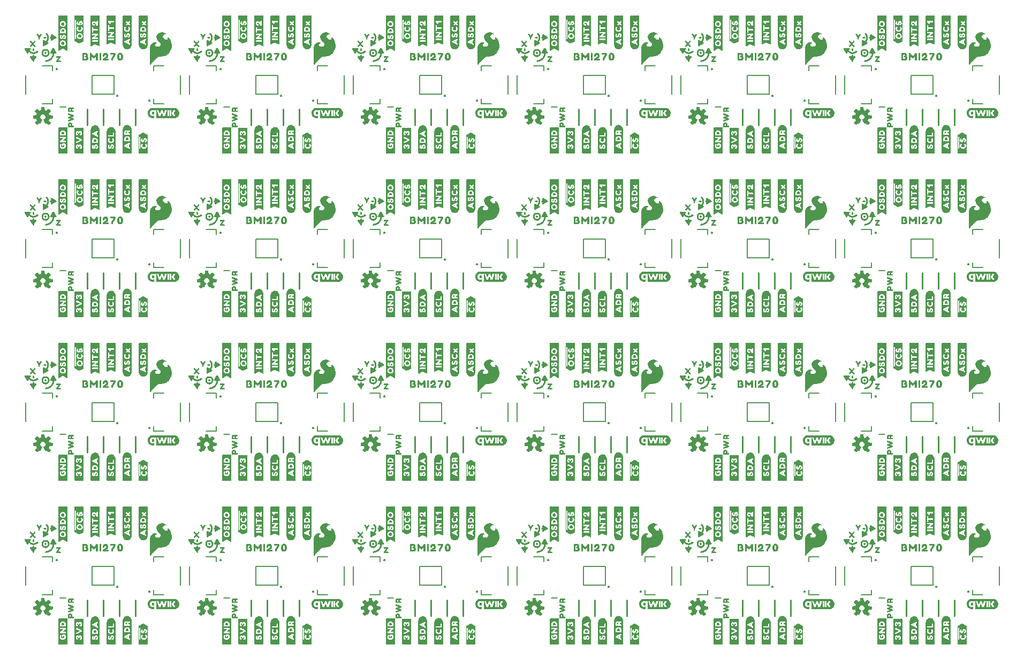
<source format=gto>
G04 EAGLE Gerber RS-274X export*
G75*
%MOMM*%
%FSLAX34Y34*%
%LPD*%
%INSilkscreen Top*%
%IPPOS*%
%AMOC8*
5,1,8,0,0,1.08239X$1,22.5*%
G01*
%ADD10C,0.254000*%
%ADD11C,0.203200*%

G36*
X1237955Y158540D02*
X1237955Y158540D01*
X1238039Y158543D01*
X1238040Y158543D01*
X1238041Y158543D01*
X1238119Y158586D01*
X1238192Y158625D01*
X1238192Y158626D01*
X1238193Y158626D01*
X1238197Y158632D01*
X1238280Y158740D01*
X1238353Y158885D01*
X1238709Y159241D01*
X1238716Y159252D01*
X1238729Y159263D01*
X1239329Y159963D01*
X1239333Y159970D01*
X1239340Y159977D01*
X1240032Y160866D01*
X1240923Y161856D01*
X1240926Y161861D01*
X1240932Y161867D01*
X1241927Y163060D01*
X1243020Y164253D01*
X1244219Y165551D01*
X1245519Y166951D01*
X1245523Y166958D01*
X1245530Y166964D01*
X1246620Y168252D01*
X1247702Y169334D01*
X1248677Y170212D01*
X1249629Y170878D01*
X1250670Y171351D01*
X1251691Y171630D01*
X1255540Y171630D01*
X1255560Y171635D01*
X1255587Y171633D01*
X1257987Y171933D01*
X1258009Y171941D01*
X1258040Y171943D01*
X1260240Y172543D01*
X1260263Y172555D01*
X1260296Y172563D01*
X1262296Y173463D01*
X1262315Y173477D01*
X1262343Y173489D01*
X1264243Y174689D01*
X1264254Y174699D01*
X1264271Y174708D01*
X1265971Y176008D01*
X1265988Y176029D01*
X1266017Y176050D01*
X1267517Y177650D01*
X1267525Y177664D01*
X1267540Y177677D01*
X1268940Y179477D01*
X1268953Y179504D01*
X1268978Y179536D01*
X1270878Y183236D01*
X1270886Y183267D01*
X1270906Y183308D01*
X1271906Y186908D01*
X1271908Y186942D01*
X1271920Y186988D01*
X1272120Y190488D01*
X1272114Y190520D01*
X1272116Y190567D01*
X1271616Y193867D01*
X1271605Y193896D01*
X1271598Y193938D01*
X1270598Y196738D01*
X1270584Y196759D01*
X1270574Y196791D01*
X1269274Y199191D01*
X1269248Y199220D01*
X1269209Y199279D01*
X1267509Y200979D01*
X1267479Y200997D01*
X1267442Y201032D01*
X1265842Y202032D01*
X1265776Y202055D01*
X1265712Y202083D01*
X1265695Y202083D01*
X1265678Y202088D01*
X1265609Y202079D01*
X1265539Y202077D01*
X1265524Y202068D01*
X1265506Y202066D01*
X1265448Y202027D01*
X1265387Y201994D01*
X1265377Y201979D01*
X1265362Y201969D01*
X1265327Y201909D01*
X1265287Y201852D01*
X1265284Y201833D01*
X1265276Y201819D01*
X1265273Y201780D01*
X1265260Y201710D01*
X1265260Y201110D01*
X1265267Y201080D01*
X1265267Y201035D01*
X1265353Y200604D01*
X1265177Y199544D01*
X1264938Y199146D01*
X1264523Y198731D01*
X1263962Y198490D01*
X1263393Y198490D01*
X1262078Y198866D01*
X1261337Y199237D01*
X1259975Y200210D01*
X1259298Y200789D01*
X1258839Y201248D01*
X1258362Y202012D01*
X1258359Y202015D01*
X1258356Y202021D01*
X1257989Y202572D01*
X1257812Y203194D01*
X1257725Y203710D01*
X1257808Y204207D01*
X1257987Y204654D01*
X1258262Y205204D01*
X1258616Y205646D01*
X1259354Y206292D01*
X1259732Y206481D01*
X1260073Y206651D01*
X1260807Y206835D01*
X1261661Y206930D01*
X1262893Y206930D01*
X1263248Y206841D01*
X1263284Y206841D01*
X1263340Y206830D01*
X1263440Y206830D01*
X1263501Y206844D01*
X1263564Y206850D01*
X1263585Y206864D01*
X1263609Y206869D01*
X1263657Y206909D01*
X1263710Y206943D01*
X1263723Y206964D01*
X1263742Y206979D01*
X1263768Y207037D01*
X1263801Y207090D01*
X1263803Y207115D01*
X1263813Y207138D01*
X1263811Y207200D01*
X1263817Y207263D01*
X1263808Y207286D01*
X1263807Y207311D01*
X1263777Y207366D01*
X1263754Y207425D01*
X1263734Y207444D01*
X1263724Y207463D01*
X1263693Y207484D01*
X1263651Y207526D01*
X1263357Y207723D01*
X1262661Y208219D01*
X1262646Y208225D01*
X1262632Y208238D01*
X1261432Y208938D01*
X1261408Y208946D01*
X1261381Y208963D01*
X1259881Y209563D01*
X1259863Y209566D01*
X1259842Y209576D01*
X1258042Y210076D01*
X1258008Y210078D01*
X1257959Y210090D01*
X1255959Y210190D01*
X1255921Y210183D01*
X1255856Y210181D01*
X1253656Y209681D01*
X1253622Y209664D01*
X1253564Y209647D01*
X1251264Y208447D01*
X1251239Y208426D01*
X1251198Y208404D01*
X1249498Y207004D01*
X1249475Y206973D01*
X1249427Y206925D01*
X1248327Y205325D01*
X1248313Y205290D01*
X1248281Y205237D01*
X1247681Y203537D01*
X1247678Y203502D01*
X1247676Y203491D01*
X1247667Y203472D01*
X1247668Y203450D01*
X1247660Y203410D01*
X1247660Y201710D01*
X1247669Y201672D01*
X1247675Y201603D01*
X1248175Y199903D01*
X1248189Y199878D01*
X1248200Y199840D01*
X1249100Y198040D01*
X1249119Y198017D01*
X1249138Y197979D01*
X1250438Y196279D01*
X1250455Y196265D01*
X1250471Y196241D01*
X1252162Y194551D01*
X1253418Y193101D01*
X1254060Y191726D01*
X1254060Y190467D01*
X1253701Y189302D01*
X1252889Y188400D01*
X1251779Y187659D01*
X1250487Y187290D01*
X1248991Y187290D01*
X1247951Y187574D01*
X1247131Y187847D01*
X1246498Y188389D01*
X1245953Y188935D01*
X1245696Y189448D01*
X1245520Y190063D01*
X1245520Y190648D01*
X1245681Y191131D01*
X1245928Y191460D01*
X1246294Y191826D01*
X1246773Y192209D01*
X1247128Y192476D01*
X1247581Y192657D01*
X1247593Y192665D01*
X1247610Y192670D01*
X1247854Y192792D01*
X1248210Y192970D01*
X1248239Y192994D01*
X1248309Y193041D01*
X1248409Y193141D01*
X1248422Y193163D01*
X1248442Y193179D01*
X1248468Y193236D01*
X1248500Y193288D01*
X1248503Y193314D01*
X1248513Y193338D01*
X1248511Y193399D01*
X1248517Y193461D01*
X1248508Y193485D01*
X1248507Y193511D01*
X1248477Y193565D01*
X1248455Y193623D01*
X1248436Y193640D01*
X1248424Y193663D01*
X1248374Y193698D01*
X1248328Y193740D01*
X1248303Y193748D01*
X1248282Y193763D01*
X1248198Y193779D01*
X1248162Y193790D01*
X1248152Y193788D01*
X1248140Y193790D01*
X1248102Y193790D01*
X1247871Y193867D01*
X1247381Y194063D01*
X1247346Y194068D01*
X1247294Y194086D01*
X1246594Y194186D01*
X1246570Y194184D01*
X1246540Y194190D01*
X1244740Y194190D01*
X1244710Y194183D01*
X1244665Y194183D01*
X1243665Y193983D01*
X1243655Y193978D01*
X1243640Y193977D01*
X1242540Y193677D01*
X1242523Y193668D01*
X1242499Y193663D01*
X1241499Y193263D01*
X1241472Y193244D01*
X1241429Y193226D01*
X1240529Y192626D01*
X1240508Y192604D01*
X1240471Y192579D01*
X1239671Y191779D01*
X1239660Y191761D01*
X1239640Y191743D01*
X1238940Y190843D01*
X1238929Y190819D01*
X1238906Y190792D01*
X1238306Y189692D01*
X1238297Y189659D01*
X1238274Y189614D01*
X1237874Y188214D01*
X1237873Y188189D01*
X1237863Y188157D01*
X1237663Y186557D01*
X1237664Y186545D01*
X1237660Y186530D01*
X1237560Y184630D01*
X1237562Y184621D01*
X1237560Y184610D01*
X1237560Y158910D01*
X1237580Y158825D01*
X1237599Y158743D01*
X1237599Y158742D01*
X1237599Y158741D01*
X1237656Y158673D01*
X1237708Y158609D01*
X1237709Y158608D01*
X1237787Y158573D01*
X1237866Y158537D01*
X1237867Y158537D01*
X1237868Y158537D01*
X1237955Y158540D01*
G37*
G36*
X1497035Y158540D02*
X1497035Y158540D01*
X1497119Y158543D01*
X1497120Y158543D01*
X1497121Y158543D01*
X1497199Y158586D01*
X1497272Y158625D01*
X1497272Y158626D01*
X1497273Y158626D01*
X1497277Y158632D01*
X1497360Y158740D01*
X1497433Y158885D01*
X1497789Y159241D01*
X1497796Y159252D01*
X1497809Y159263D01*
X1498409Y159963D01*
X1498413Y159970D01*
X1498420Y159977D01*
X1499112Y160866D01*
X1500003Y161856D01*
X1500006Y161861D01*
X1500012Y161867D01*
X1501007Y163060D01*
X1502100Y164253D01*
X1503299Y165551D01*
X1504599Y166951D01*
X1504603Y166958D01*
X1504610Y166964D01*
X1505700Y168252D01*
X1506782Y169334D01*
X1507757Y170212D01*
X1508709Y170878D01*
X1509750Y171351D01*
X1510771Y171630D01*
X1514620Y171630D01*
X1514640Y171635D01*
X1514667Y171633D01*
X1517067Y171933D01*
X1517089Y171941D01*
X1517120Y171943D01*
X1519320Y172543D01*
X1519343Y172555D01*
X1519376Y172563D01*
X1521376Y173463D01*
X1521395Y173477D01*
X1521423Y173489D01*
X1523323Y174689D01*
X1523334Y174699D01*
X1523351Y174708D01*
X1525051Y176008D01*
X1525068Y176029D01*
X1525097Y176050D01*
X1526597Y177650D01*
X1526605Y177664D01*
X1526620Y177677D01*
X1528020Y179477D01*
X1528033Y179504D01*
X1528058Y179536D01*
X1529958Y183236D01*
X1529966Y183267D01*
X1529986Y183308D01*
X1530986Y186908D01*
X1530988Y186942D01*
X1531000Y186988D01*
X1531200Y190488D01*
X1531194Y190520D01*
X1531196Y190567D01*
X1530696Y193867D01*
X1530685Y193896D01*
X1530678Y193938D01*
X1529678Y196738D01*
X1529664Y196759D01*
X1529654Y196791D01*
X1528354Y199191D01*
X1528328Y199220D01*
X1528289Y199279D01*
X1526589Y200979D01*
X1526559Y200997D01*
X1526522Y201032D01*
X1524922Y202032D01*
X1524856Y202055D01*
X1524792Y202083D01*
X1524775Y202083D01*
X1524758Y202088D01*
X1524689Y202079D01*
X1524619Y202077D01*
X1524604Y202068D01*
X1524586Y202066D01*
X1524528Y202027D01*
X1524467Y201994D01*
X1524457Y201979D01*
X1524442Y201969D01*
X1524407Y201909D01*
X1524367Y201852D01*
X1524364Y201833D01*
X1524356Y201819D01*
X1524353Y201780D01*
X1524340Y201710D01*
X1524340Y201110D01*
X1524347Y201080D01*
X1524347Y201035D01*
X1524433Y200604D01*
X1524257Y199544D01*
X1524018Y199146D01*
X1523603Y198731D01*
X1523042Y198490D01*
X1522473Y198490D01*
X1521158Y198866D01*
X1520417Y199237D01*
X1519055Y200210D01*
X1518378Y200789D01*
X1517919Y201248D01*
X1517442Y202012D01*
X1517439Y202015D01*
X1517436Y202021D01*
X1517069Y202572D01*
X1516892Y203194D01*
X1516805Y203710D01*
X1516888Y204207D01*
X1517067Y204654D01*
X1517342Y205204D01*
X1517696Y205646D01*
X1518434Y206292D01*
X1518812Y206481D01*
X1519153Y206651D01*
X1519887Y206835D01*
X1520741Y206930D01*
X1521973Y206930D01*
X1522328Y206841D01*
X1522364Y206841D01*
X1522420Y206830D01*
X1522520Y206830D01*
X1522581Y206844D01*
X1522644Y206850D01*
X1522665Y206864D01*
X1522689Y206869D01*
X1522737Y206909D01*
X1522790Y206943D01*
X1522803Y206964D01*
X1522822Y206979D01*
X1522848Y207037D01*
X1522881Y207090D01*
X1522883Y207115D01*
X1522893Y207138D01*
X1522891Y207200D01*
X1522897Y207263D01*
X1522888Y207286D01*
X1522887Y207311D01*
X1522857Y207366D01*
X1522834Y207425D01*
X1522814Y207444D01*
X1522804Y207463D01*
X1522773Y207484D01*
X1522731Y207526D01*
X1522437Y207723D01*
X1521741Y208219D01*
X1521726Y208225D01*
X1521712Y208238D01*
X1520512Y208938D01*
X1520488Y208946D01*
X1520461Y208963D01*
X1518961Y209563D01*
X1518943Y209566D01*
X1518922Y209576D01*
X1517122Y210076D01*
X1517088Y210078D01*
X1517039Y210090D01*
X1515039Y210190D01*
X1515001Y210183D01*
X1514936Y210181D01*
X1512736Y209681D01*
X1512702Y209664D01*
X1512644Y209647D01*
X1510344Y208447D01*
X1510319Y208426D01*
X1510278Y208404D01*
X1508578Y207004D01*
X1508555Y206973D01*
X1508507Y206925D01*
X1507407Y205325D01*
X1507393Y205290D01*
X1507361Y205237D01*
X1506761Y203537D01*
X1506758Y203502D01*
X1506756Y203491D01*
X1506747Y203472D01*
X1506748Y203450D01*
X1506740Y203410D01*
X1506740Y201710D01*
X1506749Y201672D01*
X1506755Y201603D01*
X1507255Y199903D01*
X1507269Y199878D01*
X1507280Y199840D01*
X1508180Y198040D01*
X1508199Y198017D01*
X1508218Y197979D01*
X1509518Y196279D01*
X1509535Y196265D01*
X1509551Y196241D01*
X1511242Y194551D01*
X1512498Y193101D01*
X1513140Y191726D01*
X1513140Y190467D01*
X1512781Y189302D01*
X1511969Y188400D01*
X1510859Y187659D01*
X1509567Y187290D01*
X1508071Y187290D01*
X1507031Y187574D01*
X1506211Y187847D01*
X1505578Y188389D01*
X1505033Y188935D01*
X1504776Y189448D01*
X1504600Y190063D01*
X1504600Y190648D01*
X1504761Y191131D01*
X1505008Y191460D01*
X1505374Y191826D01*
X1505853Y192209D01*
X1506208Y192476D01*
X1506661Y192657D01*
X1506673Y192665D01*
X1506690Y192670D01*
X1506934Y192792D01*
X1507290Y192970D01*
X1507319Y192994D01*
X1507389Y193041D01*
X1507489Y193141D01*
X1507502Y193163D01*
X1507522Y193179D01*
X1507548Y193236D01*
X1507580Y193288D01*
X1507583Y193314D01*
X1507593Y193338D01*
X1507591Y193399D01*
X1507597Y193461D01*
X1507588Y193485D01*
X1507587Y193511D01*
X1507557Y193565D01*
X1507535Y193623D01*
X1507516Y193640D01*
X1507504Y193663D01*
X1507454Y193698D01*
X1507408Y193740D01*
X1507383Y193748D01*
X1507362Y193763D01*
X1507278Y193779D01*
X1507242Y193790D01*
X1507232Y193788D01*
X1507220Y193790D01*
X1507182Y193790D01*
X1506951Y193867D01*
X1506461Y194063D01*
X1506426Y194068D01*
X1506374Y194086D01*
X1505674Y194186D01*
X1505650Y194184D01*
X1505620Y194190D01*
X1503820Y194190D01*
X1503790Y194183D01*
X1503745Y194183D01*
X1502745Y193983D01*
X1502735Y193978D01*
X1502720Y193977D01*
X1501620Y193677D01*
X1501603Y193668D01*
X1501579Y193663D01*
X1500579Y193263D01*
X1500552Y193244D01*
X1500509Y193226D01*
X1499609Y192626D01*
X1499588Y192604D01*
X1499551Y192579D01*
X1498751Y191779D01*
X1498740Y191761D01*
X1498720Y191743D01*
X1498020Y190843D01*
X1498009Y190819D01*
X1497986Y190792D01*
X1497386Y189692D01*
X1497377Y189659D01*
X1497354Y189614D01*
X1496954Y188214D01*
X1496953Y188189D01*
X1496943Y188157D01*
X1496743Y186557D01*
X1496744Y186545D01*
X1496740Y186530D01*
X1496640Y184630D01*
X1496642Y184621D01*
X1496640Y184610D01*
X1496640Y158910D01*
X1496660Y158825D01*
X1496679Y158743D01*
X1496679Y158742D01*
X1496679Y158741D01*
X1496736Y158673D01*
X1496788Y158609D01*
X1496789Y158608D01*
X1496867Y158573D01*
X1496946Y158537D01*
X1496947Y158537D01*
X1496948Y158537D01*
X1497035Y158540D01*
G37*
G36*
X1237955Y417620D02*
X1237955Y417620D01*
X1238039Y417623D01*
X1238040Y417623D01*
X1238041Y417623D01*
X1238119Y417666D01*
X1238192Y417705D01*
X1238192Y417706D01*
X1238193Y417706D01*
X1238197Y417712D01*
X1238280Y417820D01*
X1238353Y417965D01*
X1238709Y418321D01*
X1238716Y418332D01*
X1238729Y418343D01*
X1239329Y419043D01*
X1239333Y419050D01*
X1239340Y419057D01*
X1240032Y419946D01*
X1240923Y420936D01*
X1240926Y420941D01*
X1240932Y420947D01*
X1241927Y422140D01*
X1243020Y423333D01*
X1244219Y424631D01*
X1245519Y426031D01*
X1245523Y426038D01*
X1245530Y426044D01*
X1246620Y427332D01*
X1247702Y428414D01*
X1248677Y429292D01*
X1249629Y429958D01*
X1250670Y430431D01*
X1251691Y430710D01*
X1255540Y430710D01*
X1255560Y430715D01*
X1255587Y430713D01*
X1257987Y431013D01*
X1258009Y431021D01*
X1258040Y431023D01*
X1260240Y431623D01*
X1260263Y431635D01*
X1260296Y431643D01*
X1262296Y432543D01*
X1262315Y432557D01*
X1262343Y432569D01*
X1264243Y433769D01*
X1264254Y433779D01*
X1264271Y433788D01*
X1265971Y435088D01*
X1265988Y435109D01*
X1266017Y435130D01*
X1267517Y436730D01*
X1267525Y436744D01*
X1267540Y436757D01*
X1268940Y438557D01*
X1268953Y438584D01*
X1268978Y438616D01*
X1270878Y442316D01*
X1270886Y442347D01*
X1270906Y442388D01*
X1271906Y445988D01*
X1271908Y446022D01*
X1271920Y446068D01*
X1272120Y449568D01*
X1272114Y449600D01*
X1272116Y449647D01*
X1271616Y452947D01*
X1271605Y452976D01*
X1271598Y453018D01*
X1270598Y455818D01*
X1270584Y455839D01*
X1270574Y455871D01*
X1269274Y458271D01*
X1269248Y458300D01*
X1269209Y458359D01*
X1267509Y460059D01*
X1267479Y460077D01*
X1267442Y460112D01*
X1265842Y461112D01*
X1265776Y461135D01*
X1265712Y461163D01*
X1265695Y461163D01*
X1265678Y461168D01*
X1265609Y461159D01*
X1265539Y461157D01*
X1265524Y461148D01*
X1265506Y461146D01*
X1265448Y461107D01*
X1265387Y461074D01*
X1265377Y461059D01*
X1265362Y461049D01*
X1265327Y460989D01*
X1265287Y460932D01*
X1265284Y460913D01*
X1265276Y460899D01*
X1265273Y460860D01*
X1265260Y460790D01*
X1265260Y460190D01*
X1265267Y460160D01*
X1265267Y460115D01*
X1265353Y459684D01*
X1265177Y458624D01*
X1264938Y458226D01*
X1264523Y457811D01*
X1263962Y457570D01*
X1263393Y457570D01*
X1262078Y457946D01*
X1261337Y458317D01*
X1259975Y459290D01*
X1259298Y459869D01*
X1258839Y460328D01*
X1258362Y461092D01*
X1258359Y461095D01*
X1258356Y461101D01*
X1257989Y461652D01*
X1257812Y462274D01*
X1257725Y462790D01*
X1257808Y463287D01*
X1257987Y463734D01*
X1258262Y464284D01*
X1258616Y464726D01*
X1259354Y465372D01*
X1259732Y465561D01*
X1260073Y465731D01*
X1260807Y465915D01*
X1261661Y466010D01*
X1262893Y466010D01*
X1263248Y465921D01*
X1263284Y465921D01*
X1263340Y465910D01*
X1263440Y465910D01*
X1263501Y465924D01*
X1263564Y465930D01*
X1263585Y465944D01*
X1263609Y465949D01*
X1263657Y465989D01*
X1263710Y466023D01*
X1263723Y466044D01*
X1263742Y466059D01*
X1263768Y466117D01*
X1263801Y466170D01*
X1263803Y466195D01*
X1263813Y466218D01*
X1263811Y466280D01*
X1263817Y466343D01*
X1263808Y466366D01*
X1263807Y466391D01*
X1263777Y466446D01*
X1263754Y466505D01*
X1263734Y466524D01*
X1263724Y466543D01*
X1263693Y466564D01*
X1263651Y466606D01*
X1263357Y466803D01*
X1262661Y467299D01*
X1262646Y467305D01*
X1262632Y467318D01*
X1261432Y468018D01*
X1261408Y468026D01*
X1261381Y468043D01*
X1259881Y468643D01*
X1259863Y468646D01*
X1259842Y468656D01*
X1258042Y469156D01*
X1258008Y469158D01*
X1257959Y469170D01*
X1255959Y469270D01*
X1255921Y469263D01*
X1255856Y469261D01*
X1253656Y468761D01*
X1253622Y468744D01*
X1253564Y468727D01*
X1251264Y467527D01*
X1251239Y467506D01*
X1251198Y467484D01*
X1249498Y466084D01*
X1249475Y466053D01*
X1249427Y466005D01*
X1248327Y464405D01*
X1248313Y464370D01*
X1248281Y464317D01*
X1247681Y462617D01*
X1247678Y462582D01*
X1247676Y462571D01*
X1247667Y462552D01*
X1247668Y462530D01*
X1247660Y462490D01*
X1247660Y460790D01*
X1247669Y460752D01*
X1247675Y460683D01*
X1248175Y458983D01*
X1248189Y458958D01*
X1248200Y458920D01*
X1249100Y457120D01*
X1249119Y457097D01*
X1249138Y457059D01*
X1250438Y455359D01*
X1250455Y455345D01*
X1250471Y455321D01*
X1252162Y453631D01*
X1253418Y452181D01*
X1254060Y450806D01*
X1254060Y449547D01*
X1253701Y448382D01*
X1252889Y447480D01*
X1251779Y446739D01*
X1250487Y446370D01*
X1248991Y446370D01*
X1247951Y446654D01*
X1247131Y446927D01*
X1246498Y447469D01*
X1245953Y448015D01*
X1245696Y448528D01*
X1245520Y449143D01*
X1245520Y449728D01*
X1245681Y450211D01*
X1245928Y450540D01*
X1246294Y450906D01*
X1246773Y451289D01*
X1247128Y451556D01*
X1247581Y451737D01*
X1247593Y451745D01*
X1247610Y451750D01*
X1247854Y451872D01*
X1248210Y452050D01*
X1248239Y452074D01*
X1248309Y452121D01*
X1248409Y452221D01*
X1248422Y452243D01*
X1248442Y452259D01*
X1248468Y452316D01*
X1248500Y452368D01*
X1248503Y452394D01*
X1248513Y452418D01*
X1248511Y452479D01*
X1248517Y452541D01*
X1248508Y452565D01*
X1248507Y452591D01*
X1248477Y452645D01*
X1248455Y452703D01*
X1248436Y452720D01*
X1248424Y452743D01*
X1248374Y452778D01*
X1248328Y452820D01*
X1248303Y452828D01*
X1248282Y452843D01*
X1248198Y452859D01*
X1248162Y452870D01*
X1248152Y452868D01*
X1248140Y452870D01*
X1248102Y452870D01*
X1247871Y452947D01*
X1247381Y453143D01*
X1247346Y453148D01*
X1247294Y453166D01*
X1246594Y453266D01*
X1246570Y453264D01*
X1246540Y453270D01*
X1244740Y453270D01*
X1244710Y453263D01*
X1244665Y453263D01*
X1243665Y453063D01*
X1243655Y453058D01*
X1243640Y453057D01*
X1242540Y452757D01*
X1242523Y452748D01*
X1242499Y452743D01*
X1241499Y452343D01*
X1241472Y452324D01*
X1241429Y452306D01*
X1240529Y451706D01*
X1240508Y451684D01*
X1240471Y451659D01*
X1239671Y450859D01*
X1239660Y450841D01*
X1239640Y450823D01*
X1238940Y449923D01*
X1238929Y449899D01*
X1238906Y449872D01*
X1238306Y448772D01*
X1238297Y448739D01*
X1238274Y448694D01*
X1237874Y447294D01*
X1237873Y447269D01*
X1237863Y447237D01*
X1237663Y445637D01*
X1237664Y445625D01*
X1237660Y445610D01*
X1237560Y443710D01*
X1237562Y443701D01*
X1237560Y443690D01*
X1237560Y417990D01*
X1237580Y417905D01*
X1237599Y417823D01*
X1237599Y417822D01*
X1237599Y417821D01*
X1237656Y417753D01*
X1237708Y417689D01*
X1237709Y417688D01*
X1237787Y417653D01*
X1237866Y417617D01*
X1237867Y417617D01*
X1237868Y417617D01*
X1237955Y417620D01*
G37*
G36*
X1497035Y417620D02*
X1497035Y417620D01*
X1497119Y417623D01*
X1497120Y417623D01*
X1497121Y417623D01*
X1497199Y417666D01*
X1497272Y417705D01*
X1497272Y417706D01*
X1497273Y417706D01*
X1497277Y417712D01*
X1497360Y417820D01*
X1497433Y417965D01*
X1497789Y418321D01*
X1497796Y418332D01*
X1497809Y418343D01*
X1498409Y419043D01*
X1498413Y419050D01*
X1498420Y419057D01*
X1499112Y419946D01*
X1500003Y420936D01*
X1500006Y420941D01*
X1500012Y420947D01*
X1501007Y422140D01*
X1502100Y423333D01*
X1503299Y424631D01*
X1504599Y426031D01*
X1504603Y426038D01*
X1504610Y426044D01*
X1505700Y427332D01*
X1506782Y428414D01*
X1507757Y429292D01*
X1508709Y429958D01*
X1509750Y430431D01*
X1510771Y430710D01*
X1514620Y430710D01*
X1514640Y430715D01*
X1514667Y430713D01*
X1517067Y431013D01*
X1517089Y431021D01*
X1517120Y431023D01*
X1519320Y431623D01*
X1519343Y431635D01*
X1519376Y431643D01*
X1521376Y432543D01*
X1521395Y432557D01*
X1521423Y432569D01*
X1523323Y433769D01*
X1523334Y433779D01*
X1523351Y433788D01*
X1525051Y435088D01*
X1525068Y435109D01*
X1525097Y435130D01*
X1526597Y436730D01*
X1526605Y436744D01*
X1526620Y436757D01*
X1528020Y438557D01*
X1528033Y438584D01*
X1528058Y438616D01*
X1529958Y442316D01*
X1529966Y442347D01*
X1529986Y442388D01*
X1530986Y445988D01*
X1530988Y446022D01*
X1531000Y446068D01*
X1531200Y449568D01*
X1531194Y449600D01*
X1531196Y449647D01*
X1530696Y452947D01*
X1530685Y452976D01*
X1530678Y453018D01*
X1529678Y455818D01*
X1529664Y455839D01*
X1529654Y455871D01*
X1528354Y458271D01*
X1528328Y458300D01*
X1528289Y458359D01*
X1526589Y460059D01*
X1526559Y460077D01*
X1526522Y460112D01*
X1524922Y461112D01*
X1524856Y461135D01*
X1524792Y461163D01*
X1524775Y461163D01*
X1524758Y461168D01*
X1524689Y461159D01*
X1524619Y461157D01*
X1524604Y461148D01*
X1524586Y461146D01*
X1524528Y461107D01*
X1524467Y461074D01*
X1524457Y461059D01*
X1524442Y461049D01*
X1524407Y460989D01*
X1524367Y460932D01*
X1524364Y460913D01*
X1524356Y460899D01*
X1524353Y460860D01*
X1524340Y460790D01*
X1524340Y460190D01*
X1524347Y460160D01*
X1524347Y460115D01*
X1524433Y459684D01*
X1524257Y458624D01*
X1524018Y458226D01*
X1523603Y457811D01*
X1523042Y457570D01*
X1522473Y457570D01*
X1521158Y457946D01*
X1520417Y458317D01*
X1519055Y459290D01*
X1518378Y459869D01*
X1517919Y460328D01*
X1517442Y461092D01*
X1517439Y461095D01*
X1517436Y461101D01*
X1517069Y461652D01*
X1516892Y462274D01*
X1516805Y462790D01*
X1516888Y463287D01*
X1517067Y463734D01*
X1517342Y464284D01*
X1517696Y464726D01*
X1518434Y465372D01*
X1518812Y465561D01*
X1519153Y465731D01*
X1519887Y465915D01*
X1520741Y466010D01*
X1521973Y466010D01*
X1522328Y465921D01*
X1522364Y465921D01*
X1522420Y465910D01*
X1522520Y465910D01*
X1522581Y465924D01*
X1522644Y465930D01*
X1522665Y465944D01*
X1522689Y465949D01*
X1522737Y465989D01*
X1522790Y466023D01*
X1522803Y466044D01*
X1522822Y466059D01*
X1522848Y466117D01*
X1522881Y466170D01*
X1522883Y466195D01*
X1522893Y466218D01*
X1522891Y466280D01*
X1522897Y466343D01*
X1522888Y466366D01*
X1522887Y466391D01*
X1522857Y466446D01*
X1522834Y466505D01*
X1522814Y466524D01*
X1522804Y466543D01*
X1522773Y466564D01*
X1522731Y466606D01*
X1522437Y466803D01*
X1521741Y467299D01*
X1521726Y467305D01*
X1521712Y467318D01*
X1520512Y468018D01*
X1520488Y468026D01*
X1520461Y468043D01*
X1518961Y468643D01*
X1518943Y468646D01*
X1518922Y468656D01*
X1517122Y469156D01*
X1517088Y469158D01*
X1517039Y469170D01*
X1515039Y469270D01*
X1515001Y469263D01*
X1514936Y469261D01*
X1512736Y468761D01*
X1512702Y468744D01*
X1512644Y468727D01*
X1510344Y467527D01*
X1510319Y467506D01*
X1510278Y467484D01*
X1508578Y466084D01*
X1508555Y466053D01*
X1508507Y466005D01*
X1507407Y464405D01*
X1507393Y464370D01*
X1507361Y464317D01*
X1506761Y462617D01*
X1506758Y462582D01*
X1506756Y462571D01*
X1506747Y462552D01*
X1506748Y462530D01*
X1506740Y462490D01*
X1506740Y460790D01*
X1506749Y460752D01*
X1506755Y460683D01*
X1507255Y458983D01*
X1507269Y458958D01*
X1507280Y458920D01*
X1508180Y457120D01*
X1508199Y457097D01*
X1508218Y457059D01*
X1509518Y455359D01*
X1509535Y455345D01*
X1509551Y455321D01*
X1511242Y453631D01*
X1512498Y452181D01*
X1513140Y450806D01*
X1513140Y449547D01*
X1512781Y448382D01*
X1511969Y447480D01*
X1510859Y446739D01*
X1509567Y446370D01*
X1508071Y446370D01*
X1507031Y446654D01*
X1506211Y446927D01*
X1505578Y447469D01*
X1505033Y448015D01*
X1504776Y448528D01*
X1504600Y449143D01*
X1504600Y449728D01*
X1504761Y450211D01*
X1505008Y450540D01*
X1505374Y450906D01*
X1505853Y451289D01*
X1506208Y451556D01*
X1506661Y451737D01*
X1506673Y451745D01*
X1506690Y451750D01*
X1506934Y451872D01*
X1507290Y452050D01*
X1507319Y452074D01*
X1507389Y452121D01*
X1507489Y452221D01*
X1507502Y452243D01*
X1507522Y452259D01*
X1507548Y452316D01*
X1507580Y452368D01*
X1507583Y452394D01*
X1507593Y452418D01*
X1507591Y452479D01*
X1507597Y452541D01*
X1507588Y452565D01*
X1507587Y452591D01*
X1507557Y452645D01*
X1507535Y452703D01*
X1507516Y452720D01*
X1507504Y452743D01*
X1507454Y452778D01*
X1507408Y452820D01*
X1507383Y452828D01*
X1507362Y452843D01*
X1507278Y452859D01*
X1507242Y452870D01*
X1507232Y452868D01*
X1507220Y452870D01*
X1507182Y452870D01*
X1506951Y452947D01*
X1506461Y453143D01*
X1506426Y453148D01*
X1506374Y453166D01*
X1505674Y453266D01*
X1505650Y453264D01*
X1505620Y453270D01*
X1503820Y453270D01*
X1503790Y453263D01*
X1503745Y453263D01*
X1502745Y453063D01*
X1502735Y453058D01*
X1502720Y453057D01*
X1501620Y452757D01*
X1501603Y452748D01*
X1501579Y452743D01*
X1500579Y452343D01*
X1500552Y452324D01*
X1500509Y452306D01*
X1499609Y451706D01*
X1499588Y451684D01*
X1499551Y451659D01*
X1498751Y450859D01*
X1498740Y450841D01*
X1498720Y450823D01*
X1498020Y449923D01*
X1498009Y449899D01*
X1497986Y449872D01*
X1497386Y448772D01*
X1497377Y448739D01*
X1497354Y448694D01*
X1496954Y447294D01*
X1496953Y447269D01*
X1496943Y447237D01*
X1496743Y445637D01*
X1496744Y445625D01*
X1496740Y445610D01*
X1496640Y443710D01*
X1496642Y443701D01*
X1496640Y443690D01*
X1496640Y417990D01*
X1496660Y417905D01*
X1496679Y417823D01*
X1496679Y417822D01*
X1496679Y417821D01*
X1496736Y417753D01*
X1496788Y417689D01*
X1496789Y417688D01*
X1496867Y417653D01*
X1496946Y417617D01*
X1496947Y417617D01*
X1496948Y417617D01*
X1497035Y417620D01*
G37*
G36*
X460715Y935780D02*
X460715Y935780D01*
X460799Y935783D01*
X460800Y935783D01*
X460801Y935783D01*
X460879Y935826D01*
X460952Y935865D01*
X460952Y935866D01*
X460953Y935866D01*
X460957Y935872D01*
X461040Y935980D01*
X461113Y936125D01*
X461469Y936481D01*
X461476Y936492D01*
X461489Y936503D01*
X462089Y937203D01*
X462093Y937210D01*
X462100Y937217D01*
X462792Y938106D01*
X463683Y939096D01*
X463686Y939101D01*
X463692Y939107D01*
X464687Y940300D01*
X465780Y941493D01*
X466979Y942791D01*
X468279Y944191D01*
X468283Y944198D01*
X468290Y944204D01*
X469380Y945492D01*
X470462Y946574D01*
X471437Y947452D01*
X472389Y948118D01*
X473429Y948591D01*
X474451Y948870D01*
X478300Y948870D01*
X478320Y948875D01*
X478347Y948873D01*
X480747Y949173D01*
X480769Y949181D01*
X480800Y949183D01*
X483000Y949783D01*
X483023Y949795D01*
X483056Y949803D01*
X485056Y950703D01*
X485075Y950717D01*
X485103Y950729D01*
X487003Y951929D01*
X487014Y951939D01*
X487031Y951948D01*
X488731Y953248D01*
X488748Y953269D01*
X488777Y953290D01*
X490277Y954890D01*
X490285Y954904D01*
X490300Y954917D01*
X491700Y956717D01*
X491713Y956744D01*
X491738Y956776D01*
X493638Y960476D01*
X493646Y960507D01*
X493666Y960548D01*
X494666Y964148D01*
X494668Y964182D01*
X494680Y964228D01*
X494880Y967728D01*
X494874Y967760D01*
X494876Y967807D01*
X494376Y971107D01*
X494365Y971136D01*
X494358Y971178D01*
X493358Y973978D01*
X493344Y973999D01*
X493334Y974031D01*
X492034Y976431D01*
X492008Y976460D01*
X491969Y976519D01*
X490269Y978219D01*
X490239Y978237D01*
X490202Y978272D01*
X488602Y979272D01*
X488536Y979295D01*
X488472Y979323D01*
X488455Y979323D01*
X488438Y979328D01*
X488369Y979319D01*
X488299Y979317D01*
X488284Y979308D01*
X488266Y979306D01*
X488208Y979267D01*
X488147Y979234D01*
X488137Y979219D01*
X488122Y979209D01*
X488087Y979149D01*
X488047Y979092D01*
X488044Y979073D01*
X488036Y979059D01*
X488033Y979020D01*
X488020Y978950D01*
X488020Y978350D01*
X488027Y978320D01*
X488027Y978275D01*
X488113Y977844D01*
X487937Y976784D01*
X487698Y976386D01*
X487283Y975971D01*
X486722Y975730D01*
X486153Y975730D01*
X484838Y976106D01*
X484097Y976477D01*
X482735Y977450D01*
X482058Y978029D01*
X481599Y978488D01*
X481122Y979252D01*
X481119Y979255D01*
X481116Y979261D01*
X480749Y979812D01*
X480572Y980434D01*
X480485Y980950D01*
X480568Y981447D01*
X480747Y981894D01*
X481022Y982444D01*
X481376Y982886D01*
X482114Y983532D01*
X482492Y983721D01*
X482833Y983891D01*
X483567Y984075D01*
X484421Y984170D01*
X485653Y984170D01*
X486008Y984081D01*
X486044Y984081D01*
X486100Y984070D01*
X486200Y984070D01*
X486261Y984084D01*
X486324Y984090D01*
X486345Y984104D01*
X486369Y984109D01*
X486417Y984149D01*
X486470Y984183D01*
X486483Y984204D01*
X486502Y984219D01*
X486528Y984277D01*
X486561Y984330D01*
X486563Y984355D01*
X486573Y984378D01*
X486571Y984440D01*
X486577Y984503D01*
X486568Y984526D01*
X486567Y984551D01*
X486537Y984606D01*
X486514Y984665D01*
X486494Y984684D01*
X486484Y984703D01*
X486453Y984724D01*
X486411Y984766D01*
X486117Y984963D01*
X485421Y985459D01*
X485406Y985465D01*
X485392Y985478D01*
X484192Y986178D01*
X484168Y986186D01*
X484141Y986203D01*
X482641Y986803D01*
X482623Y986806D01*
X482602Y986816D01*
X480802Y987316D01*
X480768Y987318D01*
X480719Y987330D01*
X478719Y987430D01*
X478681Y987423D01*
X478616Y987421D01*
X476416Y986921D01*
X476382Y986904D01*
X476324Y986887D01*
X474024Y985687D01*
X473999Y985666D01*
X473958Y985644D01*
X472258Y984244D01*
X472235Y984213D01*
X472187Y984165D01*
X471087Y982565D01*
X471073Y982530D01*
X471041Y982477D01*
X470441Y980777D01*
X470438Y980742D01*
X470436Y980731D01*
X470427Y980712D01*
X470428Y980690D01*
X470420Y980650D01*
X470420Y978950D01*
X470429Y978912D01*
X470435Y978843D01*
X470935Y977143D01*
X470949Y977118D01*
X470960Y977080D01*
X471860Y975280D01*
X471879Y975257D01*
X471898Y975219D01*
X473198Y973519D01*
X473215Y973505D01*
X473231Y973481D01*
X474922Y971791D01*
X476178Y970341D01*
X476820Y968966D01*
X476820Y967707D01*
X476461Y966542D01*
X475649Y965640D01*
X474539Y964899D01*
X473247Y964530D01*
X471751Y964530D01*
X470711Y964814D01*
X469891Y965087D01*
X469258Y965629D01*
X468713Y966175D01*
X468456Y966688D01*
X468280Y967303D01*
X468280Y967888D01*
X468441Y968371D01*
X468688Y968700D01*
X469054Y969066D01*
X469533Y969449D01*
X469888Y969716D01*
X470341Y969897D01*
X470353Y969905D01*
X470370Y969910D01*
X470614Y970032D01*
X470970Y970210D01*
X470999Y970234D01*
X471069Y970281D01*
X471169Y970381D01*
X471182Y970403D01*
X471202Y970419D01*
X471228Y970476D01*
X471260Y970528D01*
X471263Y970554D01*
X471273Y970578D01*
X471271Y970639D01*
X471277Y970701D01*
X471268Y970725D01*
X471267Y970751D01*
X471237Y970805D01*
X471215Y970863D01*
X471196Y970880D01*
X471184Y970903D01*
X471134Y970938D01*
X471088Y970980D01*
X471063Y970988D01*
X471042Y971003D01*
X470958Y971019D01*
X470922Y971030D01*
X470912Y971028D01*
X470900Y971030D01*
X470862Y971030D01*
X470631Y971107D01*
X470141Y971303D01*
X470106Y971308D01*
X470054Y971326D01*
X469354Y971426D01*
X469330Y971424D01*
X469300Y971430D01*
X467500Y971430D01*
X467470Y971423D01*
X467425Y971423D01*
X466425Y971223D01*
X466415Y971218D01*
X466400Y971217D01*
X465300Y970917D01*
X465283Y970908D01*
X465259Y970903D01*
X464259Y970503D01*
X464232Y970484D01*
X464189Y970466D01*
X463289Y969866D01*
X463268Y969844D01*
X463231Y969819D01*
X462431Y969019D01*
X462420Y969001D01*
X462400Y968983D01*
X461700Y968083D01*
X461689Y968059D01*
X461666Y968032D01*
X461066Y966932D01*
X461057Y966899D01*
X461034Y966854D01*
X460634Y965454D01*
X460633Y965429D01*
X460623Y965397D01*
X460423Y963797D01*
X460424Y963785D01*
X460420Y963770D01*
X460320Y961870D01*
X460322Y961861D01*
X460320Y961850D01*
X460320Y936150D01*
X460340Y936065D01*
X460359Y935983D01*
X460359Y935982D01*
X460359Y935981D01*
X460416Y935913D01*
X460468Y935849D01*
X460469Y935848D01*
X460547Y935813D01*
X460626Y935777D01*
X460627Y935777D01*
X460628Y935777D01*
X460715Y935780D01*
G37*
G36*
X201635Y935780D02*
X201635Y935780D01*
X201719Y935783D01*
X201720Y935783D01*
X201721Y935783D01*
X201799Y935826D01*
X201872Y935865D01*
X201872Y935866D01*
X201873Y935866D01*
X201877Y935872D01*
X201960Y935980D01*
X202033Y936125D01*
X202389Y936481D01*
X202396Y936492D01*
X202409Y936503D01*
X203009Y937203D01*
X203013Y937210D01*
X203020Y937217D01*
X203712Y938106D01*
X204603Y939096D01*
X204606Y939101D01*
X204612Y939107D01*
X205607Y940300D01*
X206700Y941493D01*
X207899Y942791D01*
X209199Y944191D01*
X209203Y944198D01*
X209210Y944204D01*
X210300Y945492D01*
X211382Y946574D01*
X212357Y947452D01*
X213309Y948118D01*
X214349Y948591D01*
X215371Y948870D01*
X219220Y948870D01*
X219240Y948875D01*
X219267Y948873D01*
X221667Y949173D01*
X221689Y949181D01*
X221720Y949183D01*
X223920Y949783D01*
X223943Y949795D01*
X223976Y949803D01*
X225976Y950703D01*
X225995Y950717D01*
X226023Y950729D01*
X227923Y951929D01*
X227934Y951939D01*
X227951Y951948D01*
X229651Y953248D01*
X229668Y953269D01*
X229697Y953290D01*
X231197Y954890D01*
X231205Y954904D01*
X231220Y954917D01*
X232620Y956717D01*
X232633Y956744D01*
X232658Y956776D01*
X234558Y960476D01*
X234566Y960507D01*
X234586Y960548D01*
X235586Y964148D01*
X235588Y964182D01*
X235600Y964228D01*
X235800Y967728D01*
X235794Y967760D01*
X235796Y967807D01*
X235296Y971107D01*
X235285Y971136D01*
X235278Y971178D01*
X234278Y973978D01*
X234264Y973999D01*
X234254Y974031D01*
X232954Y976431D01*
X232928Y976460D01*
X232889Y976519D01*
X231189Y978219D01*
X231159Y978237D01*
X231122Y978272D01*
X229522Y979272D01*
X229456Y979295D01*
X229392Y979323D01*
X229375Y979323D01*
X229358Y979328D01*
X229289Y979319D01*
X229219Y979317D01*
X229204Y979308D01*
X229186Y979306D01*
X229128Y979267D01*
X229067Y979234D01*
X229057Y979219D01*
X229042Y979209D01*
X229007Y979149D01*
X228967Y979092D01*
X228964Y979073D01*
X228956Y979059D01*
X228953Y979020D01*
X228940Y978950D01*
X228940Y978350D01*
X228947Y978320D01*
X228947Y978275D01*
X229033Y977844D01*
X228857Y976784D01*
X228618Y976386D01*
X228203Y975971D01*
X227642Y975730D01*
X227073Y975730D01*
X225758Y976106D01*
X225017Y976477D01*
X223655Y977450D01*
X222978Y978029D01*
X222519Y978488D01*
X222042Y979252D01*
X222039Y979255D01*
X222036Y979261D01*
X221669Y979812D01*
X221492Y980434D01*
X221405Y980950D01*
X221488Y981447D01*
X221667Y981894D01*
X221942Y982444D01*
X222296Y982886D01*
X223034Y983532D01*
X223412Y983721D01*
X223753Y983891D01*
X224487Y984075D01*
X225341Y984170D01*
X226573Y984170D01*
X226928Y984081D01*
X226964Y984081D01*
X227020Y984070D01*
X227120Y984070D01*
X227181Y984084D01*
X227244Y984090D01*
X227265Y984104D01*
X227289Y984109D01*
X227337Y984149D01*
X227390Y984183D01*
X227403Y984204D01*
X227422Y984219D01*
X227448Y984277D01*
X227481Y984330D01*
X227483Y984355D01*
X227493Y984378D01*
X227491Y984440D01*
X227497Y984503D01*
X227488Y984526D01*
X227487Y984551D01*
X227457Y984606D01*
X227434Y984665D01*
X227414Y984684D01*
X227404Y984703D01*
X227373Y984724D01*
X227331Y984766D01*
X227037Y984963D01*
X226341Y985459D01*
X226326Y985465D01*
X226312Y985478D01*
X225112Y986178D01*
X225088Y986186D01*
X225061Y986203D01*
X223561Y986803D01*
X223543Y986806D01*
X223522Y986816D01*
X221722Y987316D01*
X221688Y987318D01*
X221639Y987330D01*
X219639Y987430D01*
X219601Y987423D01*
X219536Y987421D01*
X217336Y986921D01*
X217302Y986904D01*
X217244Y986887D01*
X214944Y985687D01*
X214919Y985666D01*
X214878Y985644D01*
X213178Y984244D01*
X213155Y984213D01*
X213107Y984165D01*
X212007Y982565D01*
X211993Y982530D01*
X211961Y982477D01*
X211361Y980777D01*
X211358Y980742D01*
X211356Y980731D01*
X211347Y980712D01*
X211348Y980690D01*
X211340Y980650D01*
X211340Y978950D01*
X211349Y978912D01*
X211355Y978843D01*
X211855Y977143D01*
X211869Y977118D01*
X211880Y977080D01*
X212780Y975280D01*
X212799Y975257D01*
X212818Y975219D01*
X214118Y973519D01*
X214135Y973505D01*
X214151Y973481D01*
X215842Y971791D01*
X217098Y970341D01*
X217740Y968966D01*
X217740Y967707D01*
X217381Y966542D01*
X216569Y965640D01*
X215459Y964899D01*
X214167Y964530D01*
X212671Y964530D01*
X211631Y964814D01*
X210811Y965087D01*
X210178Y965629D01*
X209633Y966175D01*
X209376Y966688D01*
X209200Y967303D01*
X209200Y967888D01*
X209361Y968371D01*
X209608Y968700D01*
X209974Y969066D01*
X210453Y969449D01*
X210808Y969716D01*
X211261Y969897D01*
X211273Y969905D01*
X211290Y969910D01*
X211534Y970032D01*
X211890Y970210D01*
X211919Y970234D01*
X211989Y970281D01*
X212089Y970381D01*
X212102Y970403D01*
X212122Y970419D01*
X212148Y970476D01*
X212180Y970528D01*
X212183Y970554D01*
X212193Y970578D01*
X212191Y970639D01*
X212197Y970701D01*
X212188Y970725D01*
X212187Y970751D01*
X212157Y970805D01*
X212135Y970863D01*
X212116Y970880D01*
X212104Y970903D01*
X212054Y970938D01*
X212008Y970980D01*
X211983Y970988D01*
X211962Y971003D01*
X211878Y971019D01*
X211842Y971030D01*
X211832Y971028D01*
X211820Y971030D01*
X211782Y971030D01*
X211551Y971107D01*
X211061Y971303D01*
X211026Y971308D01*
X210974Y971326D01*
X210274Y971426D01*
X210250Y971424D01*
X210220Y971430D01*
X208420Y971430D01*
X208390Y971423D01*
X208345Y971423D01*
X207345Y971223D01*
X207335Y971218D01*
X207320Y971217D01*
X206220Y970917D01*
X206203Y970908D01*
X206179Y970903D01*
X205179Y970503D01*
X205152Y970484D01*
X205109Y970466D01*
X204209Y969866D01*
X204188Y969844D01*
X204151Y969819D01*
X203351Y969019D01*
X203340Y969001D01*
X203320Y968983D01*
X202620Y968083D01*
X202609Y968059D01*
X202586Y968032D01*
X201986Y966932D01*
X201977Y966899D01*
X201954Y966854D01*
X201554Y965454D01*
X201553Y965429D01*
X201543Y965397D01*
X201343Y963797D01*
X201344Y963785D01*
X201340Y963770D01*
X201240Y961870D01*
X201242Y961861D01*
X201240Y961850D01*
X201240Y936150D01*
X201260Y936065D01*
X201279Y935983D01*
X201279Y935982D01*
X201279Y935981D01*
X201336Y935913D01*
X201388Y935849D01*
X201389Y935848D01*
X201467Y935813D01*
X201546Y935777D01*
X201547Y935777D01*
X201548Y935777D01*
X201635Y935780D01*
G37*
G36*
X978875Y158540D02*
X978875Y158540D01*
X978959Y158543D01*
X978960Y158543D01*
X978961Y158543D01*
X979039Y158586D01*
X979112Y158625D01*
X979112Y158626D01*
X979113Y158626D01*
X979117Y158632D01*
X979200Y158740D01*
X979273Y158885D01*
X979629Y159241D01*
X979636Y159252D01*
X979649Y159263D01*
X980249Y159963D01*
X980253Y159970D01*
X980260Y159977D01*
X980952Y160866D01*
X981843Y161856D01*
X981846Y161861D01*
X981852Y161867D01*
X982847Y163060D01*
X983940Y164253D01*
X985139Y165551D01*
X986439Y166951D01*
X986443Y166958D01*
X986450Y166964D01*
X987540Y168252D01*
X988622Y169334D01*
X989597Y170212D01*
X990549Y170878D01*
X991589Y171351D01*
X992611Y171630D01*
X996460Y171630D01*
X996480Y171635D01*
X996507Y171633D01*
X998907Y171933D01*
X998929Y171941D01*
X998960Y171943D01*
X1001160Y172543D01*
X1001183Y172555D01*
X1001216Y172563D01*
X1003216Y173463D01*
X1003235Y173477D01*
X1003263Y173489D01*
X1005163Y174689D01*
X1005174Y174699D01*
X1005191Y174708D01*
X1006891Y176008D01*
X1006908Y176029D01*
X1006937Y176050D01*
X1008437Y177650D01*
X1008445Y177664D01*
X1008460Y177677D01*
X1009860Y179477D01*
X1009873Y179504D01*
X1009898Y179536D01*
X1011798Y183236D01*
X1011806Y183267D01*
X1011826Y183308D01*
X1012826Y186908D01*
X1012828Y186942D01*
X1012840Y186988D01*
X1013040Y190488D01*
X1013034Y190520D01*
X1013036Y190567D01*
X1012536Y193867D01*
X1012525Y193896D01*
X1012518Y193938D01*
X1011518Y196738D01*
X1011504Y196759D01*
X1011494Y196791D01*
X1010194Y199191D01*
X1010168Y199220D01*
X1010129Y199279D01*
X1008429Y200979D01*
X1008399Y200997D01*
X1008362Y201032D01*
X1006762Y202032D01*
X1006696Y202055D01*
X1006632Y202083D01*
X1006615Y202083D01*
X1006598Y202088D01*
X1006529Y202079D01*
X1006459Y202077D01*
X1006444Y202068D01*
X1006426Y202066D01*
X1006368Y202027D01*
X1006307Y201994D01*
X1006297Y201979D01*
X1006282Y201969D01*
X1006247Y201909D01*
X1006207Y201852D01*
X1006204Y201833D01*
X1006196Y201819D01*
X1006193Y201780D01*
X1006180Y201710D01*
X1006180Y201110D01*
X1006187Y201080D01*
X1006187Y201035D01*
X1006273Y200604D01*
X1006097Y199544D01*
X1005858Y199146D01*
X1005443Y198731D01*
X1004882Y198490D01*
X1004313Y198490D01*
X1002998Y198866D01*
X1002257Y199237D01*
X1000895Y200210D01*
X1000218Y200789D01*
X999759Y201248D01*
X999282Y202012D01*
X999279Y202015D01*
X999276Y202021D01*
X998909Y202572D01*
X998732Y203194D01*
X998645Y203710D01*
X998728Y204207D01*
X998907Y204654D01*
X999182Y205204D01*
X999536Y205646D01*
X1000274Y206292D01*
X1000652Y206481D01*
X1000993Y206651D01*
X1001727Y206835D01*
X1002581Y206930D01*
X1003813Y206930D01*
X1004168Y206841D01*
X1004204Y206841D01*
X1004260Y206830D01*
X1004360Y206830D01*
X1004421Y206844D01*
X1004484Y206850D01*
X1004505Y206864D01*
X1004529Y206869D01*
X1004577Y206909D01*
X1004630Y206943D01*
X1004643Y206964D01*
X1004662Y206979D01*
X1004688Y207037D01*
X1004721Y207090D01*
X1004723Y207115D01*
X1004733Y207138D01*
X1004731Y207200D01*
X1004737Y207263D01*
X1004728Y207286D01*
X1004727Y207311D01*
X1004697Y207366D01*
X1004674Y207425D01*
X1004654Y207444D01*
X1004644Y207463D01*
X1004613Y207484D01*
X1004571Y207526D01*
X1004277Y207723D01*
X1003581Y208219D01*
X1003566Y208225D01*
X1003552Y208238D01*
X1002352Y208938D01*
X1002328Y208946D01*
X1002301Y208963D01*
X1000801Y209563D01*
X1000783Y209566D01*
X1000762Y209576D01*
X998962Y210076D01*
X998928Y210078D01*
X998879Y210090D01*
X996879Y210190D01*
X996841Y210183D01*
X996776Y210181D01*
X994576Y209681D01*
X994542Y209664D01*
X994484Y209647D01*
X992184Y208447D01*
X992159Y208426D01*
X992118Y208404D01*
X990418Y207004D01*
X990395Y206973D01*
X990347Y206925D01*
X989247Y205325D01*
X989233Y205290D01*
X989201Y205237D01*
X988601Y203537D01*
X988598Y203502D01*
X988596Y203491D01*
X988587Y203472D01*
X988588Y203450D01*
X988580Y203410D01*
X988580Y201710D01*
X988589Y201672D01*
X988595Y201603D01*
X989095Y199903D01*
X989109Y199878D01*
X989120Y199840D01*
X990020Y198040D01*
X990039Y198017D01*
X990058Y197979D01*
X991358Y196279D01*
X991375Y196265D01*
X991391Y196241D01*
X993082Y194551D01*
X994338Y193101D01*
X994980Y191726D01*
X994980Y190467D01*
X994621Y189302D01*
X993809Y188400D01*
X992699Y187659D01*
X991407Y187290D01*
X989911Y187290D01*
X988871Y187574D01*
X988051Y187847D01*
X987418Y188389D01*
X986873Y188935D01*
X986616Y189448D01*
X986440Y190063D01*
X986440Y190648D01*
X986601Y191131D01*
X986848Y191460D01*
X987214Y191826D01*
X987693Y192209D01*
X988048Y192476D01*
X988501Y192657D01*
X988513Y192665D01*
X988530Y192670D01*
X988774Y192792D01*
X989130Y192970D01*
X989159Y192994D01*
X989229Y193041D01*
X989329Y193141D01*
X989342Y193163D01*
X989362Y193179D01*
X989388Y193236D01*
X989420Y193288D01*
X989423Y193314D01*
X989433Y193338D01*
X989431Y193399D01*
X989437Y193461D01*
X989428Y193485D01*
X989427Y193511D01*
X989397Y193565D01*
X989375Y193623D01*
X989356Y193640D01*
X989344Y193663D01*
X989294Y193698D01*
X989248Y193740D01*
X989223Y193748D01*
X989202Y193763D01*
X989118Y193779D01*
X989082Y193790D01*
X989072Y193788D01*
X989060Y193790D01*
X989022Y193790D01*
X988791Y193867D01*
X988301Y194063D01*
X988266Y194068D01*
X988214Y194086D01*
X987514Y194186D01*
X987490Y194184D01*
X987460Y194190D01*
X985660Y194190D01*
X985630Y194183D01*
X985585Y194183D01*
X984585Y193983D01*
X984575Y193978D01*
X984560Y193977D01*
X983460Y193677D01*
X983443Y193668D01*
X983419Y193663D01*
X982419Y193263D01*
X982392Y193244D01*
X982349Y193226D01*
X981449Y192626D01*
X981428Y192604D01*
X981391Y192579D01*
X980591Y191779D01*
X980580Y191761D01*
X980560Y191743D01*
X979860Y190843D01*
X979849Y190819D01*
X979826Y190792D01*
X979226Y189692D01*
X979217Y189659D01*
X979194Y189614D01*
X978794Y188214D01*
X978793Y188189D01*
X978783Y188157D01*
X978583Y186557D01*
X978584Y186545D01*
X978580Y186530D01*
X978480Y184630D01*
X978482Y184621D01*
X978480Y184610D01*
X978480Y158910D01*
X978500Y158825D01*
X978519Y158743D01*
X978519Y158742D01*
X978519Y158741D01*
X978576Y158673D01*
X978628Y158609D01*
X978629Y158608D01*
X978707Y158573D01*
X978786Y158537D01*
X978787Y158537D01*
X978788Y158537D01*
X978875Y158540D01*
G37*
G36*
X719795Y158540D02*
X719795Y158540D01*
X719879Y158543D01*
X719880Y158543D01*
X719881Y158543D01*
X719959Y158586D01*
X720032Y158625D01*
X720032Y158626D01*
X720033Y158626D01*
X720037Y158632D01*
X720120Y158740D01*
X720193Y158885D01*
X720549Y159241D01*
X720556Y159252D01*
X720569Y159263D01*
X721169Y159963D01*
X721173Y159970D01*
X721180Y159977D01*
X721872Y160866D01*
X722763Y161856D01*
X722766Y161861D01*
X722772Y161867D01*
X723767Y163060D01*
X724860Y164253D01*
X726059Y165551D01*
X727359Y166951D01*
X727363Y166958D01*
X727370Y166964D01*
X728460Y168252D01*
X729542Y169334D01*
X730517Y170212D01*
X731469Y170878D01*
X732509Y171351D01*
X733531Y171630D01*
X737380Y171630D01*
X737400Y171635D01*
X737427Y171633D01*
X739827Y171933D01*
X739849Y171941D01*
X739880Y171943D01*
X742080Y172543D01*
X742103Y172555D01*
X742136Y172563D01*
X744136Y173463D01*
X744155Y173477D01*
X744183Y173489D01*
X746083Y174689D01*
X746094Y174699D01*
X746111Y174708D01*
X747811Y176008D01*
X747828Y176029D01*
X747857Y176050D01*
X749357Y177650D01*
X749365Y177664D01*
X749380Y177677D01*
X750780Y179477D01*
X750793Y179504D01*
X750818Y179536D01*
X752718Y183236D01*
X752726Y183267D01*
X752746Y183308D01*
X753746Y186908D01*
X753748Y186942D01*
X753760Y186988D01*
X753960Y190488D01*
X753954Y190520D01*
X753956Y190567D01*
X753456Y193867D01*
X753445Y193896D01*
X753438Y193938D01*
X752438Y196738D01*
X752424Y196759D01*
X752414Y196791D01*
X751114Y199191D01*
X751088Y199220D01*
X751049Y199279D01*
X749349Y200979D01*
X749319Y200997D01*
X749282Y201032D01*
X747682Y202032D01*
X747616Y202055D01*
X747552Y202083D01*
X747535Y202083D01*
X747518Y202088D01*
X747449Y202079D01*
X747379Y202077D01*
X747364Y202068D01*
X747346Y202066D01*
X747288Y202027D01*
X747227Y201994D01*
X747217Y201979D01*
X747202Y201969D01*
X747167Y201909D01*
X747127Y201852D01*
X747124Y201833D01*
X747116Y201819D01*
X747113Y201780D01*
X747100Y201710D01*
X747100Y201110D01*
X747107Y201080D01*
X747107Y201035D01*
X747193Y200604D01*
X747017Y199544D01*
X746778Y199146D01*
X746363Y198731D01*
X745802Y198490D01*
X745233Y198490D01*
X743918Y198866D01*
X743177Y199237D01*
X741815Y200210D01*
X741138Y200789D01*
X740679Y201248D01*
X740202Y202012D01*
X740199Y202015D01*
X740196Y202021D01*
X739829Y202572D01*
X739652Y203194D01*
X739565Y203710D01*
X739648Y204207D01*
X739827Y204654D01*
X740102Y205204D01*
X740456Y205646D01*
X741194Y206292D01*
X741572Y206481D01*
X741913Y206651D01*
X742647Y206835D01*
X743501Y206930D01*
X744733Y206930D01*
X745088Y206841D01*
X745124Y206841D01*
X745180Y206830D01*
X745280Y206830D01*
X745341Y206844D01*
X745404Y206850D01*
X745425Y206864D01*
X745449Y206869D01*
X745497Y206909D01*
X745550Y206943D01*
X745563Y206964D01*
X745582Y206979D01*
X745608Y207037D01*
X745641Y207090D01*
X745643Y207115D01*
X745653Y207138D01*
X745651Y207200D01*
X745657Y207263D01*
X745648Y207286D01*
X745647Y207311D01*
X745617Y207366D01*
X745594Y207425D01*
X745574Y207444D01*
X745564Y207463D01*
X745533Y207484D01*
X745491Y207526D01*
X745197Y207723D01*
X744501Y208219D01*
X744486Y208225D01*
X744472Y208238D01*
X743272Y208938D01*
X743248Y208946D01*
X743221Y208963D01*
X741721Y209563D01*
X741703Y209566D01*
X741682Y209576D01*
X739882Y210076D01*
X739848Y210078D01*
X739799Y210090D01*
X737799Y210190D01*
X737761Y210183D01*
X737696Y210181D01*
X735496Y209681D01*
X735462Y209664D01*
X735404Y209647D01*
X733104Y208447D01*
X733079Y208426D01*
X733038Y208404D01*
X731338Y207004D01*
X731315Y206973D01*
X731267Y206925D01*
X730167Y205325D01*
X730153Y205290D01*
X730121Y205237D01*
X729521Y203537D01*
X729518Y203502D01*
X729516Y203491D01*
X729507Y203472D01*
X729508Y203450D01*
X729500Y203410D01*
X729500Y201710D01*
X729509Y201672D01*
X729515Y201603D01*
X730015Y199903D01*
X730029Y199878D01*
X730040Y199840D01*
X730940Y198040D01*
X730959Y198017D01*
X730978Y197979D01*
X732278Y196279D01*
X732295Y196265D01*
X732311Y196241D01*
X734002Y194551D01*
X735258Y193101D01*
X735900Y191726D01*
X735900Y190467D01*
X735541Y189302D01*
X734729Y188400D01*
X733619Y187659D01*
X732327Y187290D01*
X730831Y187290D01*
X729791Y187574D01*
X728971Y187847D01*
X728338Y188389D01*
X727793Y188935D01*
X727536Y189448D01*
X727360Y190063D01*
X727360Y190648D01*
X727521Y191131D01*
X727768Y191460D01*
X728134Y191826D01*
X728613Y192209D01*
X728968Y192476D01*
X729421Y192657D01*
X729433Y192665D01*
X729450Y192670D01*
X729694Y192792D01*
X730050Y192970D01*
X730079Y192994D01*
X730149Y193041D01*
X730249Y193141D01*
X730262Y193163D01*
X730282Y193179D01*
X730308Y193236D01*
X730340Y193288D01*
X730343Y193314D01*
X730353Y193338D01*
X730351Y193399D01*
X730357Y193461D01*
X730348Y193485D01*
X730347Y193511D01*
X730317Y193565D01*
X730295Y193623D01*
X730276Y193640D01*
X730264Y193663D01*
X730214Y193698D01*
X730168Y193740D01*
X730143Y193748D01*
X730122Y193763D01*
X730038Y193779D01*
X730002Y193790D01*
X729992Y193788D01*
X729980Y193790D01*
X729942Y193790D01*
X729711Y193867D01*
X729221Y194063D01*
X729186Y194068D01*
X729134Y194086D01*
X728434Y194186D01*
X728410Y194184D01*
X728380Y194190D01*
X726580Y194190D01*
X726550Y194183D01*
X726505Y194183D01*
X725505Y193983D01*
X725495Y193978D01*
X725480Y193977D01*
X724380Y193677D01*
X724363Y193668D01*
X724339Y193663D01*
X723339Y193263D01*
X723312Y193244D01*
X723269Y193226D01*
X722369Y192626D01*
X722348Y192604D01*
X722311Y192579D01*
X721511Y191779D01*
X721500Y191761D01*
X721480Y191743D01*
X720780Y190843D01*
X720769Y190819D01*
X720746Y190792D01*
X720146Y189692D01*
X720137Y189659D01*
X720114Y189614D01*
X719714Y188214D01*
X719713Y188189D01*
X719703Y188157D01*
X719503Y186557D01*
X719504Y186545D01*
X719500Y186530D01*
X719400Y184630D01*
X719402Y184621D01*
X719400Y184610D01*
X719400Y158910D01*
X719420Y158825D01*
X719439Y158743D01*
X719439Y158742D01*
X719439Y158741D01*
X719496Y158673D01*
X719548Y158609D01*
X719549Y158608D01*
X719627Y158573D01*
X719706Y158537D01*
X719707Y158537D01*
X719708Y158537D01*
X719795Y158540D01*
G37*
G36*
X978875Y676700D02*
X978875Y676700D01*
X978959Y676703D01*
X978960Y676703D01*
X978961Y676703D01*
X979039Y676746D01*
X979112Y676785D01*
X979112Y676786D01*
X979113Y676786D01*
X979117Y676792D01*
X979200Y676900D01*
X979273Y677045D01*
X979629Y677401D01*
X979636Y677412D01*
X979649Y677423D01*
X980249Y678123D01*
X980253Y678130D01*
X980260Y678137D01*
X980952Y679026D01*
X981843Y680016D01*
X981846Y680021D01*
X981852Y680027D01*
X982847Y681220D01*
X983940Y682413D01*
X985139Y683711D01*
X986439Y685111D01*
X986443Y685118D01*
X986450Y685124D01*
X987540Y686412D01*
X988622Y687494D01*
X989597Y688372D01*
X990549Y689038D01*
X991589Y689511D01*
X992611Y689790D01*
X996460Y689790D01*
X996480Y689795D01*
X996507Y689793D01*
X998907Y690093D01*
X998929Y690101D01*
X998960Y690103D01*
X1001160Y690703D01*
X1001183Y690715D01*
X1001216Y690723D01*
X1003216Y691623D01*
X1003235Y691637D01*
X1003263Y691649D01*
X1005163Y692849D01*
X1005174Y692859D01*
X1005191Y692868D01*
X1006891Y694168D01*
X1006908Y694189D01*
X1006937Y694210D01*
X1008437Y695810D01*
X1008445Y695824D01*
X1008460Y695837D01*
X1009860Y697637D01*
X1009873Y697664D01*
X1009898Y697696D01*
X1011798Y701396D01*
X1011806Y701427D01*
X1011826Y701468D01*
X1012826Y705068D01*
X1012828Y705102D01*
X1012840Y705148D01*
X1013040Y708648D01*
X1013034Y708680D01*
X1013036Y708727D01*
X1012536Y712027D01*
X1012525Y712056D01*
X1012518Y712098D01*
X1011518Y714898D01*
X1011504Y714919D01*
X1011494Y714951D01*
X1010194Y717351D01*
X1010168Y717380D01*
X1010129Y717439D01*
X1008429Y719139D01*
X1008399Y719157D01*
X1008362Y719192D01*
X1006762Y720192D01*
X1006696Y720215D01*
X1006632Y720243D01*
X1006615Y720243D01*
X1006598Y720248D01*
X1006529Y720239D01*
X1006459Y720237D01*
X1006444Y720228D01*
X1006426Y720226D01*
X1006368Y720187D01*
X1006307Y720154D01*
X1006297Y720139D01*
X1006282Y720129D01*
X1006247Y720069D01*
X1006207Y720012D01*
X1006204Y719993D01*
X1006196Y719979D01*
X1006193Y719940D01*
X1006180Y719870D01*
X1006180Y719270D01*
X1006187Y719240D01*
X1006187Y719195D01*
X1006273Y718764D01*
X1006097Y717704D01*
X1005858Y717306D01*
X1005443Y716891D01*
X1004882Y716650D01*
X1004313Y716650D01*
X1002998Y717026D01*
X1002257Y717397D01*
X1000895Y718370D01*
X1000218Y718949D01*
X999759Y719408D01*
X999282Y720172D01*
X999279Y720175D01*
X999276Y720181D01*
X998909Y720732D01*
X998732Y721354D01*
X998645Y721870D01*
X998728Y722367D01*
X998907Y722814D01*
X999182Y723364D01*
X999536Y723806D01*
X1000274Y724452D01*
X1000652Y724641D01*
X1000993Y724811D01*
X1001727Y724995D01*
X1002581Y725090D01*
X1003813Y725090D01*
X1004168Y725001D01*
X1004204Y725001D01*
X1004260Y724990D01*
X1004360Y724990D01*
X1004421Y725004D01*
X1004484Y725010D01*
X1004505Y725024D01*
X1004529Y725029D01*
X1004577Y725069D01*
X1004630Y725103D01*
X1004643Y725124D01*
X1004662Y725139D01*
X1004688Y725197D01*
X1004721Y725250D01*
X1004723Y725275D01*
X1004733Y725298D01*
X1004731Y725360D01*
X1004737Y725423D01*
X1004728Y725446D01*
X1004727Y725471D01*
X1004697Y725526D01*
X1004674Y725585D01*
X1004654Y725604D01*
X1004644Y725623D01*
X1004613Y725644D01*
X1004571Y725686D01*
X1004277Y725883D01*
X1003581Y726379D01*
X1003566Y726385D01*
X1003552Y726398D01*
X1002352Y727098D01*
X1002328Y727106D01*
X1002301Y727123D01*
X1000801Y727723D01*
X1000783Y727726D01*
X1000762Y727736D01*
X998962Y728236D01*
X998928Y728238D01*
X998879Y728250D01*
X996879Y728350D01*
X996841Y728343D01*
X996776Y728341D01*
X994576Y727841D01*
X994542Y727824D01*
X994484Y727807D01*
X992184Y726607D01*
X992159Y726586D01*
X992118Y726564D01*
X990418Y725164D01*
X990395Y725133D01*
X990347Y725085D01*
X989247Y723485D01*
X989233Y723450D01*
X989201Y723397D01*
X988601Y721697D01*
X988598Y721662D01*
X988596Y721651D01*
X988587Y721632D01*
X988588Y721610D01*
X988580Y721570D01*
X988580Y719870D01*
X988589Y719832D01*
X988595Y719763D01*
X989095Y718063D01*
X989109Y718038D01*
X989120Y718000D01*
X990020Y716200D01*
X990039Y716177D01*
X990058Y716139D01*
X991358Y714439D01*
X991375Y714425D01*
X991391Y714401D01*
X993082Y712711D01*
X994338Y711261D01*
X994980Y709886D01*
X994980Y708627D01*
X994621Y707462D01*
X993809Y706560D01*
X992699Y705819D01*
X991407Y705450D01*
X989911Y705450D01*
X988871Y705734D01*
X988051Y706007D01*
X987418Y706549D01*
X986873Y707095D01*
X986616Y707608D01*
X986440Y708223D01*
X986440Y708808D01*
X986601Y709291D01*
X986848Y709620D01*
X987214Y709986D01*
X987693Y710369D01*
X988048Y710636D01*
X988501Y710817D01*
X988513Y710825D01*
X988530Y710830D01*
X988774Y710952D01*
X989130Y711130D01*
X989159Y711154D01*
X989229Y711201D01*
X989329Y711301D01*
X989342Y711323D01*
X989362Y711339D01*
X989388Y711396D01*
X989420Y711448D01*
X989423Y711474D01*
X989433Y711498D01*
X989431Y711559D01*
X989437Y711621D01*
X989428Y711645D01*
X989427Y711671D01*
X989397Y711725D01*
X989375Y711783D01*
X989356Y711800D01*
X989344Y711823D01*
X989294Y711858D01*
X989248Y711900D01*
X989223Y711908D01*
X989202Y711923D01*
X989118Y711939D01*
X989082Y711950D01*
X989072Y711948D01*
X989060Y711950D01*
X989022Y711950D01*
X988791Y712027D01*
X988301Y712223D01*
X988266Y712228D01*
X988214Y712246D01*
X987514Y712346D01*
X987490Y712344D01*
X987460Y712350D01*
X985660Y712350D01*
X985630Y712343D01*
X985585Y712343D01*
X984585Y712143D01*
X984575Y712138D01*
X984560Y712137D01*
X983460Y711837D01*
X983443Y711828D01*
X983419Y711823D01*
X982419Y711423D01*
X982392Y711404D01*
X982349Y711386D01*
X981449Y710786D01*
X981428Y710764D01*
X981391Y710739D01*
X980591Y709939D01*
X980580Y709921D01*
X980560Y709903D01*
X979860Y709003D01*
X979849Y708979D01*
X979826Y708952D01*
X979226Y707852D01*
X979217Y707819D01*
X979194Y707774D01*
X978794Y706374D01*
X978793Y706349D01*
X978783Y706317D01*
X978583Y704717D01*
X978584Y704705D01*
X978580Y704690D01*
X978480Y702790D01*
X978482Y702781D01*
X978480Y702770D01*
X978480Y677070D01*
X978500Y676985D01*
X978519Y676903D01*
X978519Y676902D01*
X978519Y676901D01*
X978576Y676833D01*
X978628Y676769D01*
X978629Y676768D01*
X978707Y676733D01*
X978786Y676697D01*
X978787Y676697D01*
X978788Y676697D01*
X978875Y676700D01*
G37*
G36*
X460715Y158540D02*
X460715Y158540D01*
X460799Y158543D01*
X460800Y158543D01*
X460801Y158543D01*
X460879Y158586D01*
X460952Y158625D01*
X460952Y158626D01*
X460953Y158626D01*
X460957Y158632D01*
X461040Y158740D01*
X461113Y158885D01*
X461469Y159241D01*
X461476Y159252D01*
X461489Y159263D01*
X462089Y159963D01*
X462093Y159970D01*
X462100Y159977D01*
X462792Y160866D01*
X463683Y161856D01*
X463686Y161861D01*
X463692Y161867D01*
X464687Y163060D01*
X465780Y164253D01*
X466979Y165551D01*
X468279Y166951D01*
X468283Y166958D01*
X468290Y166964D01*
X469380Y168252D01*
X470462Y169334D01*
X471437Y170212D01*
X472389Y170878D01*
X473429Y171351D01*
X474451Y171630D01*
X478300Y171630D01*
X478320Y171635D01*
X478347Y171633D01*
X480747Y171933D01*
X480769Y171941D01*
X480800Y171943D01*
X483000Y172543D01*
X483023Y172555D01*
X483056Y172563D01*
X485056Y173463D01*
X485075Y173477D01*
X485103Y173489D01*
X487003Y174689D01*
X487014Y174699D01*
X487031Y174708D01*
X488731Y176008D01*
X488748Y176029D01*
X488777Y176050D01*
X490277Y177650D01*
X490285Y177664D01*
X490300Y177677D01*
X491700Y179477D01*
X491713Y179504D01*
X491738Y179536D01*
X493638Y183236D01*
X493646Y183267D01*
X493666Y183308D01*
X494666Y186908D01*
X494668Y186942D01*
X494680Y186988D01*
X494880Y190488D01*
X494874Y190520D01*
X494876Y190567D01*
X494376Y193867D01*
X494365Y193896D01*
X494358Y193938D01*
X493358Y196738D01*
X493344Y196759D01*
X493334Y196791D01*
X492034Y199191D01*
X492008Y199220D01*
X491969Y199279D01*
X490269Y200979D01*
X490239Y200997D01*
X490202Y201032D01*
X488602Y202032D01*
X488536Y202055D01*
X488472Y202083D01*
X488455Y202083D01*
X488438Y202088D01*
X488369Y202079D01*
X488299Y202077D01*
X488284Y202068D01*
X488266Y202066D01*
X488208Y202027D01*
X488147Y201994D01*
X488137Y201979D01*
X488122Y201969D01*
X488087Y201909D01*
X488047Y201852D01*
X488044Y201833D01*
X488036Y201819D01*
X488033Y201780D01*
X488020Y201710D01*
X488020Y201110D01*
X488027Y201080D01*
X488027Y201035D01*
X488113Y200604D01*
X487937Y199544D01*
X487698Y199146D01*
X487283Y198731D01*
X486722Y198490D01*
X486153Y198490D01*
X484838Y198866D01*
X484097Y199237D01*
X482735Y200210D01*
X482058Y200789D01*
X481599Y201248D01*
X481122Y202012D01*
X481119Y202015D01*
X481116Y202021D01*
X480749Y202572D01*
X480572Y203194D01*
X480485Y203710D01*
X480568Y204207D01*
X480747Y204654D01*
X481022Y205204D01*
X481376Y205646D01*
X482114Y206292D01*
X482492Y206481D01*
X482833Y206651D01*
X483567Y206835D01*
X484421Y206930D01*
X485653Y206930D01*
X486008Y206841D01*
X486044Y206841D01*
X486100Y206830D01*
X486200Y206830D01*
X486261Y206844D01*
X486324Y206850D01*
X486345Y206864D01*
X486369Y206869D01*
X486417Y206909D01*
X486470Y206943D01*
X486483Y206964D01*
X486502Y206979D01*
X486528Y207037D01*
X486561Y207090D01*
X486563Y207115D01*
X486573Y207138D01*
X486571Y207200D01*
X486577Y207263D01*
X486568Y207286D01*
X486567Y207311D01*
X486537Y207366D01*
X486514Y207425D01*
X486494Y207444D01*
X486484Y207463D01*
X486453Y207484D01*
X486411Y207526D01*
X486117Y207723D01*
X485421Y208219D01*
X485406Y208225D01*
X485392Y208238D01*
X484192Y208938D01*
X484168Y208946D01*
X484141Y208963D01*
X482641Y209563D01*
X482623Y209566D01*
X482602Y209576D01*
X480802Y210076D01*
X480768Y210078D01*
X480719Y210090D01*
X478719Y210190D01*
X478681Y210183D01*
X478616Y210181D01*
X476416Y209681D01*
X476382Y209664D01*
X476324Y209647D01*
X474024Y208447D01*
X473999Y208426D01*
X473958Y208404D01*
X472258Y207004D01*
X472235Y206973D01*
X472187Y206925D01*
X471087Y205325D01*
X471073Y205290D01*
X471041Y205237D01*
X470441Y203537D01*
X470438Y203502D01*
X470436Y203491D01*
X470427Y203472D01*
X470428Y203450D01*
X470420Y203410D01*
X470420Y201710D01*
X470429Y201672D01*
X470435Y201603D01*
X470935Y199903D01*
X470949Y199878D01*
X470960Y199840D01*
X471860Y198040D01*
X471879Y198017D01*
X471898Y197979D01*
X473198Y196279D01*
X473215Y196265D01*
X473231Y196241D01*
X474922Y194551D01*
X476178Y193101D01*
X476820Y191726D01*
X476820Y190467D01*
X476461Y189302D01*
X475649Y188400D01*
X474539Y187659D01*
X473247Y187290D01*
X471751Y187290D01*
X470711Y187574D01*
X469891Y187847D01*
X469258Y188389D01*
X468713Y188935D01*
X468456Y189448D01*
X468280Y190063D01*
X468280Y190648D01*
X468441Y191131D01*
X468688Y191460D01*
X469054Y191826D01*
X469533Y192209D01*
X469888Y192476D01*
X470341Y192657D01*
X470353Y192665D01*
X470370Y192670D01*
X470614Y192792D01*
X470970Y192970D01*
X470999Y192994D01*
X471069Y193041D01*
X471169Y193141D01*
X471182Y193163D01*
X471202Y193179D01*
X471228Y193236D01*
X471260Y193288D01*
X471263Y193314D01*
X471273Y193338D01*
X471271Y193399D01*
X471277Y193461D01*
X471268Y193485D01*
X471267Y193511D01*
X471237Y193565D01*
X471215Y193623D01*
X471196Y193640D01*
X471184Y193663D01*
X471134Y193698D01*
X471088Y193740D01*
X471063Y193748D01*
X471042Y193763D01*
X470958Y193779D01*
X470922Y193790D01*
X470912Y193788D01*
X470900Y193790D01*
X470862Y193790D01*
X470631Y193867D01*
X470141Y194063D01*
X470106Y194068D01*
X470054Y194086D01*
X469354Y194186D01*
X469330Y194184D01*
X469300Y194190D01*
X467500Y194190D01*
X467470Y194183D01*
X467425Y194183D01*
X466425Y193983D01*
X466415Y193978D01*
X466400Y193977D01*
X465300Y193677D01*
X465283Y193668D01*
X465259Y193663D01*
X464259Y193263D01*
X464232Y193244D01*
X464189Y193226D01*
X463289Y192626D01*
X463268Y192604D01*
X463231Y192579D01*
X462431Y191779D01*
X462420Y191761D01*
X462400Y191743D01*
X461700Y190843D01*
X461689Y190819D01*
X461666Y190792D01*
X461066Y189692D01*
X461057Y189659D01*
X461034Y189614D01*
X460634Y188214D01*
X460633Y188189D01*
X460623Y188157D01*
X460423Y186557D01*
X460424Y186545D01*
X460420Y186530D01*
X460320Y184630D01*
X460322Y184621D01*
X460320Y184610D01*
X460320Y158910D01*
X460340Y158825D01*
X460359Y158743D01*
X460359Y158742D01*
X460359Y158741D01*
X460416Y158673D01*
X460468Y158609D01*
X460469Y158608D01*
X460547Y158573D01*
X460626Y158537D01*
X460627Y158537D01*
X460628Y158537D01*
X460715Y158540D01*
G37*
G36*
X1237955Y676700D02*
X1237955Y676700D01*
X1238039Y676703D01*
X1238040Y676703D01*
X1238041Y676703D01*
X1238119Y676746D01*
X1238192Y676785D01*
X1238192Y676786D01*
X1238193Y676786D01*
X1238197Y676792D01*
X1238280Y676900D01*
X1238353Y677045D01*
X1238709Y677401D01*
X1238716Y677412D01*
X1238729Y677423D01*
X1239329Y678123D01*
X1239333Y678130D01*
X1239340Y678137D01*
X1240032Y679026D01*
X1240923Y680016D01*
X1240926Y680021D01*
X1240932Y680027D01*
X1241927Y681220D01*
X1243020Y682413D01*
X1244219Y683711D01*
X1245519Y685111D01*
X1245523Y685118D01*
X1245530Y685124D01*
X1246620Y686412D01*
X1247702Y687494D01*
X1248677Y688372D01*
X1249629Y689038D01*
X1250669Y689511D01*
X1251691Y689790D01*
X1255540Y689790D01*
X1255560Y689795D01*
X1255587Y689793D01*
X1257987Y690093D01*
X1258009Y690101D01*
X1258040Y690103D01*
X1260240Y690703D01*
X1260263Y690715D01*
X1260296Y690723D01*
X1262296Y691623D01*
X1262315Y691637D01*
X1262343Y691649D01*
X1264243Y692849D01*
X1264254Y692859D01*
X1264271Y692868D01*
X1265971Y694168D01*
X1265988Y694189D01*
X1266017Y694210D01*
X1267517Y695810D01*
X1267525Y695824D01*
X1267540Y695837D01*
X1268940Y697637D01*
X1268953Y697664D01*
X1268978Y697696D01*
X1270878Y701396D01*
X1270886Y701427D01*
X1270906Y701468D01*
X1271906Y705068D01*
X1271908Y705102D01*
X1271920Y705148D01*
X1272120Y708648D01*
X1272114Y708680D01*
X1272116Y708727D01*
X1271616Y712027D01*
X1271605Y712056D01*
X1271598Y712098D01*
X1270598Y714898D01*
X1270584Y714919D01*
X1270574Y714951D01*
X1269274Y717351D01*
X1269248Y717380D01*
X1269209Y717439D01*
X1267509Y719139D01*
X1267479Y719157D01*
X1267442Y719192D01*
X1265842Y720192D01*
X1265776Y720215D01*
X1265712Y720243D01*
X1265695Y720243D01*
X1265678Y720248D01*
X1265609Y720239D01*
X1265539Y720237D01*
X1265524Y720228D01*
X1265506Y720226D01*
X1265448Y720187D01*
X1265387Y720154D01*
X1265377Y720139D01*
X1265362Y720129D01*
X1265327Y720069D01*
X1265287Y720012D01*
X1265284Y719993D01*
X1265276Y719979D01*
X1265273Y719940D01*
X1265260Y719870D01*
X1265260Y719270D01*
X1265267Y719240D01*
X1265267Y719195D01*
X1265353Y718764D01*
X1265177Y717704D01*
X1264938Y717306D01*
X1264523Y716891D01*
X1263962Y716650D01*
X1263393Y716650D01*
X1262078Y717026D01*
X1261337Y717397D01*
X1259975Y718370D01*
X1259298Y718949D01*
X1258839Y719408D01*
X1258362Y720172D01*
X1258359Y720175D01*
X1258356Y720181D01*
X1257989Y720732D01*
X1257812Y721354D01*
X1257725Y721870D01*
X1257808Y722367D01*
X1257987Y722814D01*
X1258262Y723364D01*
X1258616Y723806D01*
X1259354Y724452D01*
X1259732Y724641D01*
X1260073Y724811D01*
X1260807Y724995D01*
X1261661Y725090D01*
X1262893Y725090D01*
X1263248Y725001D01*
X1263284Y725001D01*
X1263340Y724990D01*
X1263440Y724990D01*
X1263501Y725004D01*
X1263564Y725010D01*
X1263585Y725024D01*
X1263609Y725029D01*
X1263657Y725069D01*
X1263710Y725103D01*
X1263723Y725124D01*
X1263742Y725139D01*
X1263768Y725197D01*
X1263801Y725250D01*
X1263803Y725275D01*
X1263813Y725298D01*
X1263811Y725360D01*
X1263817Y725423D01*
X1263808Y725446D01*
X1263807Y725471D01*
X1263777Y725526D01*
X1263754Y725585D01*
X1263734Y725604D01*
X1263724Y725623D01*
X1263693Y725644D01*
X1263651Y725686D01*
X1263357Y725883D01*
X1262661Y726379D01*
X1262646Y726385D01*
X1262632Y726398D01*
X1261432Y727098D01*
X1261408Y727106D01*
X1261381Y727123D01*
X1259881Y727723D01*
X1259863Y727726D01*
X1259842Y727736D01*
X1258042Y728236D01*
X1258008Y728238D01*
X1257959Y728250D01*
X1255959Y728350D01*
X1255921Y728343D01*
X1255856Y728341D01*
X1253656Y727841D01*
X1253622Y727824D01*
X1253564Y727807D01*
X1251264Y726607D01*
X1251239Y726586D01*
X1251198Y726564D01*
X1249498Y725164D01*
X1249475Y725133D01*
X1249427Y725085D01*
X1248327Y723485D01*
X1248313Y723450D01*
X1248281Y723397D01*
X1247681Y721697D01*
X1247678Y721662D01*
X1247676Y721651D01*
X1247667Y721632D01*
X1247668Y721610D01*
X1247660Y721570D01*
X1247660Y719870D01*
X1247669Y719832D01*
X1247675Y719763D01*
X1248175Y718063D01*
X1248189Y718038D01*
X1248200Y718000D01*
X1249100Y716200D01*
X1249119Y716177D01*
X1249138Y716139D01*
X1250438Y714439D01*
X1250455Y714425D01*
X1250471Y714401D01*
X1252162Y712711D01*
X1253418Y711261D01*
X1254060Y709886D01*
X1254060Y708627D01*
X1253701Y707462D01*
X1252889Y706560D01*
X1251779Y705819D01*
X1250487Y705450D01*
X1248991Y705450D01*
X1247951Y705734D01*
X1247131Y706007D01*
X1246498Y706549D01*
X1245953Y707095D01*
X1245696Y707608D01*
X1245520Y708223D01*
X1245520Y708808D01*
X1245681Y709291D01*
X1245928Y709620D01*
X1246294Y709986D01*
X1246773Y710369D01*
X1247128Y710636D01*
X1247581Y710817D01*
X1247593Y710825D01*
X1247610Y710830D01*
X1247854Y710952D01*
X1248210Y711130D01*
X1248239Y711154D01*
X1248309Y711201D01*
X1248409Y711301D01*
X1248422Y711323D01*
X1248442Y711339D01*
X1248468Y711396D01*
X1248500Y711448D01*
X1248503Y711474D01*
X1248513Y711498D01*
X1248511Y711559D01*
X1248517Y711621D01*
X1248508Y711645D01*
X1248507Y711671D01*
X1248477Y711725D01*
X1248455Y711783D01*
X1248436Y711800D01*
X1248424Y711823D01*
X1248374Y711858D01*
X1248328Y711900D01*
X1248303Y711908D01*
X1248282Y711923D01*
X1248198Y711939D01*
X1248162Y711950D01*
X1248152Y711948D01*
X1248140Y711950D01*
X1248102Y711950D01*
X1247871Y712027D01*
X1247381Y712223D01*
X1247346Y712228D01*
X1247294Y712246D01*
X1246594Y712346D01*
X1246570Y712344D01*
X1246540Y712350D01*
X1244740Y712350D01*
X1244710Y712343D01*
X1244665Y712343D01*
X1243665Y712143D01*
X1243655Y712138D01*
X1243640Y712137D01*
X1242540Y711837D01*
X1242523Y711828D01*
X1242499Y711823D01*
X1241499Y711423D01*
X1241472Y711404D01*
X1241429Y711386D01*
X1240529Y710786D01*
X1240508Y710764D01*
X1240471Y710739D01*
X1239671Y709939D01*
X1239660Y709921D01*
X1239640Y709903D01*
X1238940Y709003D01*
X1238929Y708979D01*
X1238906Y708952D01*
X1238306Y707852D01*
X1238297Y707819D01*
X1238274Y707774D01*
X1237874Y706374D01*
X1237873Y706349D01*
X1237863Y706317D01*
X1237663Y704717D01*
X1237664Y704705D01*
X1237660Y704690D01*
X1237560Y702790D01*
X1237562Y702781D01*
X1237560Y702770D01*
X1237560Y677070D01*
X1237580Y676985D01*
X1237599Y676903D01*
X1237599Y676902D01*
X1237599Y676901D01*
X1237656Y676833D01*
X1237708Y676769D01*
X1237709Y676768D01*
X1237787Y676733D01*
X1237866Y676697D01*
X1237867Y676697D01*
X1237868Y676697D01*
X1237955Y676700D01*
G37*
G36*
X1497035Y676700D02*
X1497035Y676700D01*
X1497119Y676703D01*
X1497120Y676703D01*
X1497121Y676703D01*
X1497199Y676746D01*
X1497272Y676785D01*
X1497272Y676786D01*
X1497273Y676786D01*
X1497277Y676792D01*
X1497360Y676900D01*
X1497433Y677045D01*
X1497789Y677401D01*
X1497796Y677412D01*
X1497809Y677423D01*
X1498409Y678123D01*
X1498413Y678130D01*
X1498420Y678137D01*
X1499112Y679026D01*
X1500003Y680016D01*
X1500006Y680021D01*
X1500012Y680027D01*
X1501007Y681220D01*
X1502100Y682413D01*
X1503299Y683711D01*
X1504599Y685111D01*
X1504603Y685118D01*
X1504610Y685124D01*
X1505700Y686412D01*
X1506782Y687494D01*
X1507757Y688372D01*
X1508709Y689038D01*
X1509749Y689511D01*
X1510771Y689790D01*
X1514620Y689790D01*
X1514640Y689795D01*
X1514667Y689793D01*
X1517067Y690093D01*
X1517089Y690101D01*
X1517120Y690103D01*
X1519320Y690703D01*
X1519343Y690715D01*
X1519376Y690723D01*
X1521376Y691623D01*
X1521395Y691637D01*
X1521423Y691649D01*
X1523323Y692849D01*
X1523334Y692859D01*
X1523351Y692868D01*
X1525051Y694168D01*
X1525068Y694189D01*
X1525097Y694210D01*
X1526597Y695810D01*
X1526605Y695824D01*
X1526620Y695837D01*
X1528020Y697637D01*
X1528033Y697664D01*
X1528058Y697696D01*
X1529958Y701396D01*
X1529966Y701427D01*
X1529986Y701468D01*
X1530986Y705068D01*
X1530988Y705102D01*
X1531000Y705148D01*
X1531200Y708648D01*
X1531194Y708680D01*
X1531196Y708727D01*
X1530696Y712027D01*
X1530685Y712056D01*
X1530678Y712098D01*
X1529678Y714898D01*
X1529664Y714919D01*
X1529654Y714951D01*
X1528354Y717351D01*
X1528328Y717380D01*
X1528289Y717439D01*
X1526589Y719139D01*
X1526559Y719157D01*
X1526522Y719192D01*
X1524922Y720192D01*
X1524856Y720215D01*
X1524792Y720243D01*
X1524775Y720243D01*
X1524758Y720248D01*
X1524689Y720239D01*
X1524619Y720237D01*
X1524604Y720228D01*
X1524586Y720226D01*
X1524528Y720187D01*
X1524467Y720154D01*
X1524457Y720139D01*
X1524442Y720129D01*
X1524407Y720069D01*
X1524367Y720012D01*
X1524364Y719993D01*
X1524356Y719979D01*
X1524353Y719940D01*
X1524340Y719870D01*
X1524340Y719270D01*
X1524347Y719240D01*
X1524347Y719195D01*
X1524433Y718764D01*
X1524257Y717704D01*
X1524018Y717306D01*
X1523603Y716891D01*
X1523042Y716650D01*
X1522473Y716650D01*
X1521158Y717026D01*
X1520417Y717397D01*
X1519055Y718370D01*
X1518378Y718949D01*
X1517919Y719408D01*
X1517442Y720172D01*
X1517439Y720175D01*
X1517436Y720181D01*
X1517069Y720732D01*
X1516892Y721354D01*
X1516805Y721870D01*
X1516888Y722367D01*
X1517067Y722814D01*
X1517342Y723364D01*
X1517696Y723806D01*
X1518434Y724452D01*
X1518812Y724641D01*
X1519153Y724811D01*
X1519887Y724995D01*
X1520741Y725090D01*
X1521973Y725090D01*
X1522328Y725001D01*
X1522364Y725001D01*
X1522420Y724990D01*
X1522520Y724990D01*
X1522581Y725004D01*
X1522644Y725010D01*
X1522665Y725024D01*
X1522689Y725029D01*
X1522737Y725069D01*
X1522790Y725103D01*
X1522803Y725124D01*
X1522822Y725139D01*
X1522848Y725197D01*
X1522881Y725250D01*
X1522883Y725275D01*
X1522893Y725298D01*
X1522891Y725360D01*
X1522897Y725423D01*
X1522888Y725446D01*
X1522887Y725471D01*
X1522857Y725526D01*
X1522834Y725585D01*
X1522814Y725604D01*
X1522804Y725623D01*
X1522773Y725644D01*
X1522731Y725686D01*
X1522437Y725883D01*
X1521741Y726379D01*
X1521726Y726385D01*
X1521712Y726398D01*
X1520512Y727098D01*
X1520488Y727106D01*
X1520461Y727123D01*
X1518961Y727723D01*
X1518943Y727726D01*
X1518922Y727736D01*
X1517122Y728236D01*
X1517088Y728238D01*
X1517039Y728250D01*
X1515039Y728350D01*
X1515001Y728343D01*
X1514936Y728341D01*
X1512736Y727841D01*
X1512702Y727824D01*
X1512644Y727807D01*
X1510344Y726607D01*
X1510319Y726586D01*
X1510278Y726564D01*
X1508578Y725164D01*
X1508555Y725133D01*
X1508507Y725085D01*
X1507407Y723485D01*
X1507393Y723450D01*
X1507361Y723397D01*
X1506761Y721697D01*
X1506758Y721662D01*
X1506756Y721651D01*
X1506747Y721632D01*
X1506748Y721610D01*
X1506740Y721570D01*
X1506740Y719870D01*
X1506749Y719832D01*
X1506755Y719763D01*
X1507255Y718063D01*
X1507269Y718038D01*
X1507280Y718000D01*
X1508180Y716200D01*
X1508199Y716177D01*
X1508218Y716139D01*
X1509518Y714439D01*
X1509535Y714425D01*
X1509551Y714401D01*
X1511242Y712711D01*
X1512498Y711261D01*
X1513140Y709886D01*
X1513140Y708627D01*
X1512781Y707462D01*
X1511969Y706560D01*
X1510859Y705819D01*
X1509567Y705450D01*
X1508071Y705450D01*
X1507031Y705734D01*
X1506211Y706007D01*
X1505578Y706549D01*
X1505033Y707095D01*
X1504776Y707608D01*
X1504600Y708223D01*
X1504600Y708808D01*
X1504761Y709291D01*
X1505008Y709620D01*
X1505374Y709986D01*
X1505853Y710369D01*
X1506208Y710636D01*
X1506661Y710817D01*
X1506673Y710825D01*
X1506690Y710830D01*
X1506934Y710952D01*
X1507290Y711130D01*
X1507319Y711154D01*
X1507389Y711201D01*
X1507489Y711301D01*
X1507502Y711323D01*
X1507522Y711339D01*
X1507548Y711396D01*
X1507580Y711448D01*
X1507583Y711474D01*
X1507593Y711498D01*
X1507591Y711559D01*
X1507597Y711621D01*
X1507588Y711645D01*
X1507587Y711671D01*
X1507557Y711725D01*
X1507535Y711783D01*
X1507516Y711800D01*
X1507504Y711823D01*
X1507454Y711858D01*
X1507408Y711900D01*
X1507383Y711908D01*
X1507362Y711923D01*
X1507278Y711939D01*
X1507242Y711950D01*
X1507232Y711948D01*
X1507220Y711950D01*
X1507182Y711950D01*
X1506951Y712027D01*
X1506461Y712223D01*
X1506426Y712228D01*
X1506374Y712246D01*
X1505674Y712346D01*
X1505650Y712344D01*
X1505620Y712350D01*
X1503820Y712350D01*
X1503790Y712343D01*
X1503745Y712343D01*
X1502745Y712143D01*
X1502735Y712138D01*
X1502720Y712137D01*
X1501620Y711837D01*
X1501603Y711828D01*
X1501579Y711823D01*
X1500579Y711423D01*
X1500552Y711404D01*
X1500509Y711386D01*
X1499609Y710786D01*
X1499588Y710764D01*
X1499551Y710739D01*
X1498751Y709939D01*
X1498740Y709921D01*
X1498720Y709903D01*
X1498020Y709003D01*
X1498009Y708979D01*
X1497986Y708952D01*
X1497386Y707852D01*
X1497377Y707819D01*
X1497354Y707774D01*
X1496954Y706374D01*
X1496953Y706349D01*
X1496943Y706317D01*
X1496743Y704717D01*
X1496744Y704705D01*
X1496740Y704690D01*
X1496640Y702790D01*
X1496642Y702781D01*
X1496640Y702770D01*
X1496640Y677070D01*
X1496660Y676985D01*
X1496679Y676903D01*
X1496679Y676902D01*
X1496679Y676901D01*
X1496736Y676833D01*
X1496788Y676769D01*
X1496789Y676768D01*
X1496867Y676733D01*
X1496946Y676697D01*
X1496947Y676697D01*
X1496948Y676697D01*
X1497035Y676700D01*
G37*
G36*
X719795Y676700D02*
X719795Y676700D01*
X719879Y676703D01*
X719880Y676703D01*
X719881Y676703D01*
X719959Y676746D01*
X720032Y676785D01*
X720032Y676786D01*
X720033Y676786D01*
X720037Y676792D01*
X720120Y676900D01*
X720193Y677045D01*
X720549Y677401D01*
X720556Y677412D01*
X720569Y677423D01*
X721169Y678123D01*
X721173Y678130D01*
X721180Y678137D01*
X721872Y679026D01*
X722763Y680016D01*
X722766Y680021D01*
X722772Y680027D01*
X723767Y681220D01*
X724860Y682413D01*
X726059Y683711D01*
X727359Y685111D01*
X727363Y685118D01*
X727370Y685124D01*
X728460Y686412D01*
X729542Y687494D01*
X730517Y688372D01*
X731469Y689038D01*
X732509Y689511D01*
X733531Y689790D01*
X737380Y689790D01*
X737400Y689795D01*
X737427Y689793D01*
X739827Y690093D01*
X739849Y690101D01*
X739880Y690103D01*
X742080Y690703D01*
X742103Y690715D01*
X742136Y690723D01*
X744136Y691623D01*
X744155Y691637D01*
X744183Y691649D01*
X746083Y692849D01*
X746094Y692859D01*
X746111Y692868D01*
X747811Y694168D01*
X747828Y694189D01*
X747857Y694210D01*
X749357Y695810D01*
X749365Y695824D01*
X749380Y695837D01*
X750780Y697637D01*
X750793Y697664D01*
X750818Y697696D01*
X752718Y701396D01*
X752726Y701427D01*
X752746Y701468D01*
X753746Y705068D01*
X753748Y705102D01*
X753760Y705148D01*
X753960Y708648D01*
X753954Y708680D01*
X753956Y708727D01*
X753456Y712027D01*
X753445Y712056D01*
X753438Y712098D01*
X752438Y714898D01*
X752424Y714919D01*
X752414Y714951D01*
X751114Y717351D01*
X751088Y717380D01*
X751049Y717439D01*
X749349Y719139D01*
X749319Y719157D01*
X749282Y719192D01*
X747682Y720192D01*
X747616Y720215D01*
X747552Y720243D01*
X747535Y720243D01*
X747518Y720248D01*
X747449Y720239D01*
X747379Y720237D01*
X747364Y720228D01*
X747346Y720226D01*
X747288Y720187D01*
X747227Y720154D01*
X747217Y720139D01*
X747202Y720129D01*
X747167Y720069D01*
X747127Y720012D01*
X747124Y719993D01*
X747116Y719979D01*
X747113Y719940D01*
X747100Y719870D01*
X747100Y719270D01*
X747107Y719240D01*
X747107Y719195D01*
X747193Y718764D01*
X747017Y717704D01*
X746778Y717306D01*
X746363Y716891D01*
X745802Y716650D01*
X745233Y716650D01*
X743918Y717026D01*
X743177Y717397D01*
X741815Y718370D01*
X741138Y718949D01*
X740679Y719408D01*
X740202Y720172D01*
X740199Y720175D01*
X740196Y720181D01*
X739829Y720732D01*
X739652Y721354D01*
X739565Y721870D01*
X739648Y722367D01*
X739827Y722814D01*
X740102Y723364D01*
X740456Y723806D01*
X741194Y724452D01*
X741572Y724641D01*
X741913Y724811D01*
X742647Y724995D01*
X743501Y725090D01*
X744733Y725090D01*
X745088Y725001D01*
X745124Y725001D01*
X745180Y724990D01*
X745280Y724990D01*
X745341Y725004D01*
X745404Y725010D01*
X745425Y725024D01*
X745449Y725029D01*
X745497Y725069D01*
X745550Y725103D01*
X745563Y725124D01*
X745582Y725139D01*
X745608Y725197D01*
X745641Y725250D01*
X745643Y725275D01*
X745653Y725298D01*
X745651Y725360D01*
X745657Y725423D01*
X745648Y725446D01*
X745647Y725471D01*
X745617Y725526D01*
X745594Y725585D01*
X745574Y725604D01*
X745564Y725623D01*
X745533Y725644D01*
X745491Y725686D01*
X745197Y725883D01*
X744501Y726379D01*
X744486Y726385D01*
X744472Y726398D01*
X743272Y727098D01*
X743248Y727106D01*
X743221Y727123D01*
X741721Y727723D01*
X741703Y727726D01*
X741682Y727736D01*
X739882Y728236D01*
X739848Y728238D01*
X739799Y728250D01*
X737799Y728350D01*
X737761Y728343D01*
X737696Y728341D01*
X735496Y727841D01*
X735462Y727824D01*
X735404Y727807D01*
X733104Y726607D01*
X733079Y726586D01*
X733038Y726564D01*
X731338Y725164D01*
X731315Y725133D01*
X731267Y725085D01*
X730167Y723485D01*
X730153Y723450D01*
X730121Y723397D01*
X729521Y721697D01*
X729518Y721662D01*
X729516Y721651D01*
X729507Y721632D01*
X729508Y721610D01*
X729500Y721570D01*
X729500Y719870D01*
X729509Y719832D01*
X729515Y719763D01*
X730015Y718063D01*
X730029Y718038D01*
X730040Y718000D01*
X730940Y716200D01*
X730959Y716177D01*
X730978Y716139D01*
X732278Y714439D01*
X732295Y714425D01*
X732311Y714401D01*
X734002Y712711D01*
X735258Y711261D01*
X735900Y709886D01*
X735900Y708627D01*
X735541Y707462D01*
X734729Y706560D01*
X733619Y705819D01*
X732327Y705450D01*
X730831Y705450D01*
X729791Y705734D01*
X728971Y706007D01*
X728338Y706549D01*
X727793Y707095D01*
X727536Y707608D01*
X727360Y708223D01*
X727360Y708808D01*
X727521Y709291D01*
X727768Y709620D01*
X728134Y709986D01*
X728613Y710369D01*
X728968Y710636D01*
X729421Y710817D01*
X729433Y710825D01*
X729450Y710830D01*
X729694Y710952D01*
X730050Y711130D01*
X730079Y711154D01*
X730149Y711201D01*
X730249Y711301D01*
X730262Y711323D01*
X730282Y711339D01*
X730308Y711396D01*
X730340Y711448D01*
X730343Y711474D01*
X730353Y711498D01*
X730351Y711559D01*
X730357Y711621D01*
X730348Y711645D01*
X730347Y711671D01*
X730317Y711725D01*
X730295Y711783D01*
X730276Y711800D01*
X730264Y711823D01*
X730214Y711858D01*
X730168Y711900D01*
X730143Y711908D01*
X730122Y711923D01*
X730038Y711939D01*
X730002Y711950D01*
X729992Y711948D01*
X729980Y711950D01*
X729942Y711950D01*
X729711Y712027D01*
X729221Y712223D01*
X729186Y712228D01*
X729134Y712246D01*
X728434Y712346D01*
X728410Y712344D01*
X728380Y712350D01*
X726580Y712350D01*
X726550Y712343D01*
X726505Y712343D01*
X725505Y712143D01*
X725495Y712138D01*
X725480Y712137D01*
X724380Y711837D01*
X724363Y711828D01*
X724339Y711823D01*
X723339Y711423D01*
X723312Y711404D01*
X723269Y711386D01*
X722369Y710786D01*
X722348Y710764D01*
X722311Y710739D01*
X721511Y709939D01*
X721500Y709921D01*
X721480Y709903D01*
X720780Y709003D01*
X720769Y708979D01*
X720746Y708952D01*
X720146Y707852D01*
X720137Y707819D01*
X720114Y707774D01*
X719714Y706374D01*
X719713Y706349D01*
X719703Y706317D01*
X719503Y704717D01*
X719504Y704705D01*
X719500Y704690D01*
X719400Y702790D01*
X719402Y702781D01*
X719400Y702770D01*
X719400Y677070D01*
X719420Y676985D01*
X719439Y676903D01*
X719439Y676902D01*
X719439Y676901D01*
X719496Y676833D01*
X719548Y676769D01*
X719549Y676768D01*
X719627Y676733D01*
X719706Y676697D01*
X719707Y676697D01*
X719708Y676697D01*
X719795Y676700D01*
G37*
G36*
X719795Y935780D02*
X719795Y935780D01*
X719879Y935783D01*
X719880Y935783D01*
X719881Y935783D01*
X719959Y935826D01*
X720032Y935865D01*
X720032Y935866D01*
X720033Y935866D01*
X720037Y935872D01*
X720120Y935980D01*
X720193Y936125D01*
X720549Y936481D01*
X720556Y936492D01*
X720569Y936503D01*
X721169Y937203D01*
X721173Y937210D01*
X721180Y937217D01*
X721872Y938106D01*
X722763Y939096D01*
X722766Y939101D01*
X722772Y939107D01*
X723767Y940300D01*
X724860Y941493D01*
X726059Y942791D01*
X727359Y944191D01*
X727363Y944198D01*
X727370Y944204D01*
X728460Y945492D01*
X729542Y946574D01*
X730517Y947452D01*
X731469Y948118D01*
X732509Y948591D01*
X733531Y948870D01*
X737380Y948870D01*
X737400Y948875D01*
X737427Y948873D01*
X739827Y949173D01*
X739849Y949181D01*
X739880Y949183D01*
X742080Y949783D01*
X742103Y949795D01*
X742136Y949803D01*
X744136Y950703D01*
X744155Y950717D01*
X744183Y950729D01*
X746083Y951929D01*
X746094Y951939D01*
X746111Y951948D01*
X747811Y953248D01*
X747828Y953269D01*
X747857Y953290D01*
X749357Y954890D01*
X749365Y954904D01*
X749380Y954917D01*
X750780Y956717D01*
X750793Y956744D01*
X750818Y956776D01*
X752718Y960476D01*
X752726Y960507D01*
X752746Y960548D01*
X753746Y964148D01*
X753748Y964182D01*
X753760Y964228D01*
X753960Y967728D01*
X753954Y967760D01*
X753956Y967807D01*
X753456Y971107D01*
X753445Y971136D01*
X753438Y971178D01*
X752438Y973978D01*
X752424Y973999D01*
X752414Y974031D01*
X751114Y976431D01*
X751088Y976460D01*
X751049Y976519D01*
X749349Y978219D01*
X749319Y978237D01*
X749282Y978272D01*
X747682Y979272D01*
X747616Y979295D01*
X747552Y979323D01*
X747535Y979323D01*
X747518Y979328D01*
X747449Y979319D01*
X747379Y979317D01*
X747364Y979308D01*
X747346Y979306D01*
X747288Y979267D01*
X747227Y979234D01*
X747217Y979219D01*
X747202Y979209D01*
X747167Y979149D01*
X747127Y979092D01*
X747124Y979073D01*
X747116Y979059D01*
X747113Y979020D01*
X747100Y978950D01*
X747100Y978350D01*
X747107Y978320D01*
X747107Y978275D01*
X747193Y977844D01*
X747017Y976784D01*
X746778Y976386D01*
X746363Y975971D01*
X745802Y975730D01*
X745233Y975730D01*
X743918Y976106D01*
X743177Y976477D01*
X741815Y977450D01*
X741138Y978029D01*
X740679Y978488D01*
X740202Y979252D01*
X740199Y979255D01*
X740196Y979261D01*
X739829Y979812D01*
X739652Y980434D01*
X739565Y980950D01*
X739648Y981447D01*
X739827Y981894D01*
X740102Y982444D01*
X740456Y982886D01*
X741194Y983532D01*
X741572Y983721D01*
X741913Y983891D01*
X742647Y984075D01*
X743501Y984170D01*
X744733Y984170D01*
X745088Y984081D01*
X745124Y984081D01*
X745180Y984070D01*
X745280Y984070D01*
X745341Y984084D01*
X745404Y984090D01*
X745425Y984104D01*
X745449Y984109D01*
X745497Y984149D01*
X745550Y984183D01*
X745563Y984204D01*
X745582Y984219D01*
X745608Y984277D01*
X745641Y984330D01*
X745643Y984355D01*
X745653Y984378D01*
X745651Y984440D01*
X745657Y984503D01*
X745648Y984526D01*
X745647Y984551D01*
X745617Y984606D01*
X745594Y984665D01*
X745574Y984684D01*
X745564Y984703D01*
X745533Y984724D01*
X745491Y984766D01*
X745197Y984963D01*
X744501Y985459D01*
X744486Y985465D01*
X744472Y985478D01*
X743272Y986178D01*
X743248Y986186D01*
X743221Y986203D01*
X741721Y986803D01*
X741703Y986806D01*
X741682Y986816D01*
X739882Y987316D01*
X739848Y987318D01*
X739799Y987330D01*
X737799Y987430D01*
X737761Y987423D01*
X737696Y987421D01*
X735496Y986921D01*
X735462Y986904D01*
X735404Y986887D01*
X733104Y985687D01*
X733079Y985666D01*
X733038Y985644D01*
X731338Y984244D01*
X731315Y984213D01*
X731267Y984165D01*
X730167Y982565D01*
X730153Y982530D01*
X730121Y982477D01*
X729521Y980777D01*
X729518Y980742D01*
X729516Y980731D01*
X729507Y980712D01*
X729508Y980690D01*
X729500Y980650D01*
X729500Y978950D01*
X729509Y978912D01*
X729515Y978843D01*
X730015Y977143D01*
X730029Y977118D01*
X730040Y977080D01*
X730940Y975280D01*
X730959Y975257D01*
X730978Y975219D01*
X732278Y973519D01*
X732295Y973505D01*
X732311Y973481D01*
X734002Y971791D01*
X735258Y970341D01*
X735900Y968966D01*
X735900Y967707D01*
X735541Y966542D01*
X734729Y965640D01*
X733619Y964899D01*
X732327Y964530D01*
X730831Y964530D01*
X729791Y964814D01*
X728971Y965087D01*
X728338Y965629D01*
X727793Y966175D01*
X727536Y966688D01*
X727360Y967303D01*
X727360Y967888D01*
X727521Y968371D01*
X727768Y968700D01*
X728134Y969066D01*
X728613Y969449D01*
X728968Y969716D01*
X729421Y969897D01*
X729433Y969905D01*
X729450Y969910D01*
X729694Y970032D01*
X730050Y970210D01*
X730079Y970234D01*
X730149Y970281D01*
X730249Y970381D01*
X730262Y970403D01*
X730282Y970419D01*
X730308Y970476D01*
X730340Y970528D01*
X730343Y970554D01*
X730353Y970578D01*
X730351Y970639D01*
X730357Y970701D01*
X730348Y970725D01*
X730347Y970751D01*
X730317Y970805D01*
X730295Y970863D01*
X730276Y970880D01*
X730264Y970903D01*
X730214Y970938D01*
X730168Y970980D01*
X730143Y970988D01*
X730122Y971003D01*
X730038Y971019D01*
X730002Y971030D01*
X729992Y971028D01*
X729980Y971030D01*
X729942Y971030D01*
X729711Y971107D01*
X729221Y971303D01*
X729186Y971308D01*
X729134Y971326D01*
X728434Y971426D01*
X728410Y971424D01*
X728380Y971430D01*
X726580Y971430D01*
X726550Y971423D01*
X726505Y971423D01*
X725505Y971223D01*
X725495Y971218D01*
X725480Y971217D01*
X724380Y970917D01*
X724363Y970908D01*
X724339Y970903D01*
X723339Y970503D01*
X723312Y970484D01*
X723269Y970466D01*
X722369Y969866D01*
X722348Y969844D01*
X722311Y969819D01*
X721511Y969019D01*
X721500Y969001D01*
X721480Y968983D01*
X720780Y968083D01*
X720769Y968059D01*
X720746Y968032D01*
X720146Y966932D01*
X720137Y966899D01*
X720114Y966854D01*
X719714Y965454D01*
X719713Y965429D01*
X719703Y965397D01*
X719503Y963797D01*
X719504Y963785D01*
X719500Y963770D01*
X719400Y961870D01*
X719402Y961861D01*
X719400Y961850D01*
X719400Y936150D01*
X719420Y936065D01*
X719439Y935983D01*
X719439Y935982D01*
X719439Y935981D01*
X719496Y935913D01*
X719548Y935849D01*
X719549Y935848D01*
X719627Y935813D01*
X719706Y935777D01*
X719707Y935777D01*
X719708Y935777D01*
X719795Y935780D01*
G37*
G36*
X978875Y935780D02*
X978875Y935780D01*
X978959Y935783D01*
X978960Y935783D01*
X978961Y935783D01*
X979039Y935826D01*
X979112Y935865D01*
X979112Y935866D01*
X979113Y935866D01*
X979117Y935872D01*
X979200Y935980D01*
X979273Y936125D01*
X979629Y936481D01*
X979636Y936492D01*
X979649Y936503D01*
X980249Y937203D01*
X980253Y937210D01*
X980260Y937217D01*
X980952Y938106D01*
X981843Y939096D01*
X981846Y939101D01*
X981852Y939107D01*
X982847Y940300D01*
X983940Y941493D01*
X985139Y942791D01*
X986439Y944191D01*
X986443Y944198D01*
X986450Y944204D01*
X987540Y945492D01*
X988622Y946574D01*
X989597Y947452D01*
X990549Y948118D01*
X991589Y948591D01*
X992611Y948870D01*
X996460Y948870D01*
X996480Y948875D01*
X996507Y948873D01*
X998907Y949173D01*
X998929Y949181D01*
X998960Y949183D01*
X1001160Y949783D01*
X1001183Y949795D01*
X1001216Y949803D01*
X1003216Y950703D01*
X1003235Y950717D01*
X1003263Y950729D01*
X1005163Y951929D01*
X1005174Y951939D01*
X1005191Y951948D01*
X1006891Y953248D01*
X1006908Y953269D01*
X1006937Y953290D01*
X1008437Y954890D01*
X1008445Y954904D01*
X1008460Y954917D01*
X1009860Y956717D01*
X1009873Y956744D01*
X1009898Y956776D01*
X1011798Y960476D01*
X1011806Y960507D01*
X1011826Y960548D01*
X1012826Y964148D01*
X1012828Y964182D01*
X1012840Y964228D01*
X1013040Y967728D01*
X1013034Y967760D01*
X1013036Y967807D01*
X1012536Y971107D01*
X1012525Y971136D01*
X1012518Y971178D01*
X1011518Y973978D01*
X1011504Y973999D01*
X1011494Y974031D01*
X1010194Y976431D01*
X1010168Y976460D01*
X1010129Y976519D01*
X1008429Y978219D01*
X1008399Y978237D01*
X1008362Y978272D01*
X1006762Y979272D01*
X1006696Y979295D01*
X1006632Y979323D01*
X1006615Y979323D01*
X1006598Y979328D01*
X1006529Y979319D01*
X1006459Y979317D01*
X1006444Y979308D01*
X1006426Y979306D01*
X1006368Y979267D01*
X1006307Y979234D01*
X1006297Y979219D01*
X1006282Y979209D01*
X1006247Y979149D01*
X1006207Y979092D01*
X1006204Y979073D01*
X1006196Y979059D01*
X1006193Y979020D01*
X1006180Y978950D01*
X1006180Y978350D01*
X1006187Y978320D01*
X1006187Y978275D01*
X1006273Y977844D01*
X1006097Y976784D01*
X1005858Y976386D01*
X1005443Y975971D01*
X1004882Y975730D01*
X1004313Y975730D01*
X1002998Y976106D01*
X1002257Y976477D01*
X1000895Y977450D01*
X1000218Y978029D01*
X999759Y978488D01*
X999282Y979252D01*
X999279Y979255D01*
X999276Y979261D01*
X998909Y979812D01*
X998732Y980434D01*
X998645Y980950D01*
X998728Y981447D01*
X998907Y981894D01*
X999182Y982444D01*
X999536Y982886D01*
X1000274Y983532D01*
X1000652Y983721D01*
X1000993Y983891D01*
X1001727Y984075D01*
X1002581Y984170D01*
X1003813Y984170D01*
X1004168Y984081D01*
X1004204Y984081D01*
X1004260Y984070D01*
X1004360Y984070D01*
X1004421Y984084D01*
X1004484Y984090D01*
X1004505Y984104D01*
X1004529Y984109D01*
X1004577Y984149D01*
X1004630Y984183D01*
X1004643Y984204D01*
X1004662Y984219D01*
X1004688Y984277D01*
X1004721Y984330D01*
X1004723Y984355D01*
X1004733Y984378D01*
X1004731Y984440D01*
X1004737Y984503D01*
X1004728Y984526D01*
X1004727Y984551D01*
X1004697Y984606D01*
X1004674Y984665D01*
X1004654Y984684D01*
X1004644Y984703D01*
X1004613Y984724D01*
X1004571Y984766D01*
X1004277Y984963D01*
X1003581Y985459D01*
X1003566Y985465D01*
X1003552Y985478D01*
X1002352Y986178D01*
X1002328Y986186D01*
X1002301Y986203D01*
X1000801Y986803D01*
X1000783Y986806D01*
X1000762Y986816D01*
X998962Y987316D01*
X998928Y987318D01*
X998879Y987330D01*
X996879Y987430D01*
X996841Y987423D01*
X996776Y987421D01*
X994576Y986921D01*
X994542Y986904D01*
X994484Y986887D01*
X992184Y985687D01*
X992159Y985666D01*
X992118Y985644D01*
X990418Y984244D01*
X990395Y984213D01*
X990347Y984165D01*
X989247Y982565D01*
X989233Y982530D01*
X989201Y982477D01*
X988601Y980777D01*
X988598Y980742D01*
X988596Y980731D01*
X988587Y980712D01*
X988588Y980690D01*
X988580Y980650D01*
X988580Y978950D01*
X988589Y978912D01*
X988595Y978843D01*
X989095Y977143D01*
X989109Y977118D01*
X989120Y977080D01*
X990020Y975280D01*
X990039Y975257D01*
X990058Y975219D01*
X991358Y973519D01*
X991375Y973505D01*
X991391Y973481D01*
X993082Y971791D01*
X994338Y970341D01*
X994980Y968966D01*
X994980Y967707D01*
X994621Y966542D01*
X993809Y965640D01*
X992699Y964899D01*
X991407Y964530D01*
X989911Y964530D01*
X988871Y964814D01*
X988051Y965087D01*
X987418Y965629D01*
X986873Y966175D01*
X986616Y966688D01*
X986440Y967303D01*
X986440Y967888D01*
X986601Y968371D01*
X986848Y968700D01*
X987214Y969066D01*
X987693Y969449D01*
X988048Y969716D01*
X988501Y969897D01*
X988513Y969905D01*
X988530Y969910D01*
X988774Y970032D01*
X989130Y970210D01*
X989159Y970234D01*
X989229Y970281D01*
X989329Y970381D01*
X989342Y970403D01*
X989362Y970419D01*
X989388Y970476D01*
X989420Y970528D01*
X989423Y970554D01*
X989433Y970578D01*
X989431Y970639D01*
X989437Y970701D01*
X989428Y970725D01*
X989427Y970751D01*
X989397Y970805D01*
X989375Y970863D01*
X989356Y970880D01*
X989344Y970903D01*
X989294Y970938D01*
X989248Y970980D01*
X989223Y970988D01*
X989202Y971003D01*
X989118Y971019D01*
X989082Y971030D01*
X989072Y971028D01*
X989060Y971030D01*
X989022Y971030D01*
X988791Y971107D01*
X988301Y971303D01*
X988266Y971308D01*
X988214Y971326D01*
X987514Y971426D01*
X987490Y971424D01*
X987460Y971430D01*
X985660Y971430D01*
X985630Y971423D01*
X985585Y971423D01*
X984585Y971223D01*
X984575Y971218D01*
X984560Y971217D01*
X983460Y970917D01*
X983443Y970908D01*
X983419Y970903D01*
X982419Y970503D01*
X982392Y970484D01*
X982349Y970466D01*
X981449Y969866D01*
X981428Y969844D01*
X981391Y969819D01*
X980591Y969019D01*
X980580Y969001D01*
X980560Y968983D01*
X979860Y968083D01*
X979849Y968059D01*
X979826Y968032D01*
X979226Y966932D01*
X979217Y966899D01*
X979194Y966854D01*
X978794Y965454D01*
X978793Y965429D01*
X978783Y965397D01*
X978583Y963797D01*
X978584Y963785D01*
X978580Y963770D01*
X978480Y961870D01*
X978482Y961861D01*
X978480Y961850D01*
X978480Y936150D01*
X978500Y936065D01*
X978519Y935983D01*
X978519Y935982D01*
X978519Y935981D01*
X978576Y935913D01*
X978628Y935849D01*
X978629Y935848D01*
X978707Y935813D01*
X978786Y935777D01*
X978787Y935777D01*
X978788Y935777D01*
X978875Y935780D01*
G37*
G36*
X1237955Y935780D02*
X1237955Y935780D01*
X1238039Y935783D01*
X1238040Y935783D01*
X1238041Y935783D01*
X1238119Y935826D01*
X1238192Y935865D01*
X1238192Y935866D01*
X1238193Y935866D01*
X1238197Y935872D01*
X1238280Y935980D01*
X1238353Y936125D01*
X1238709Y936481D01*
X1238716Y936492D01*
X1238729Y936503D01*
X1239329Y937203D01*
X1239333Y937210D01*
X1239340Y937217D01*
X1240032Y938106D01*
X1240923Y939096D01*
X1240926Y939101D01*
X1240932Y939107D01*
X1241927Y940300D01*
X1243020Y941493D01*
X1244219Y942791D01*
X1245519Y944191D01*
X1245523Y944198D01*
X1245530Y944204D01*
X1246620Y945492D01*
X1247702Y946574D01*
X1248677Y947452D01*
X1249629Y948118D01*
X1250669Y948591D01*
X1251691Y948870D01*
X1255540Y948870D01*
X1255560Y948875D01*
X1255587Y948873D01*
X1257987Y949173D01*
X1258009Y949181D01*
X1258040Y949183D01*
X1260240Y949783D01*
X1260263Y949795D01*
X1260296Y949803D01*
X1262296Y950703D01*
X1262315Y950717D01*
X1262343Y950729D01*
X1264243Y951929D01*
X1264254Y951939D01*
X1264271Y951948D01*
X1265971Y953248D01*
X1265988Y953269D01*
X1266017Y953290D01*
X1267517Y954890D01*
X1267525Y954904D01*
X1267540Y954917D01*
X1268940Y956717D01*
X1268953Y956744D01*
X1268978Y956776D01*
X1270878Y960476D01*
X1270886Y960507D01*
X1270906Y960548D01*
X1271906Y964148D01*
X1271908Y964182D01*
X1271920Y964228D01*
X1272120Y967728D01*
X1272114Y967760D01*
X1272116Y967807D01*
X1271616Y971107D01*
X1271605Y971136D01*
X1271598Y971178D01*
X1270598Y973978D01*
X1270584Y973999D01*
X1270574Y974031D01*
X1269274Y976431D01*
X1269248Y976460D01*
X1269209Y976519D01*
X1267509Y978219D01*
X1267479Y978237D01*
X1267442Y978272D01*
X1265842Y979272D01*
X1265776Y979295D01*
X1265712Y979323D01*
X1265695Y979323D01*
X1265678Y979328D01*
X1265609Y979319D01*
X1265539Y979317D01*
X1265524Y979308D01*
X1265506Y979306D01*
X1265448Y979267D01*
X1265387Y979234D01*
X1265377Y979219D01*
X1265362Y979209D01*
X1265327Y979149D01*
X1265287Y979092D01*
X1265284Y979073D01*
X1265276Y979059D01*
X1265273Y979020D01*
X1265260Y978950D01*
X1265260Y978350D01*
X1265267Y978320D01*
X1265267Y978275D01*
X1265353Y977844D01*
X1265177Y976784D01*
X1264938Y976386D01*
X1264523Y975971D01*
X1263962Y975730D01*
X1263393Y975730D01*
X1262078Y976106D01*
X1261337Y976477D01*
X1259975Y977450D01*
X1259298Y978029D01*
X1258839Y978488D01*
X1258362Y979252D01*
X1258359Y979255D01*
X1258356Y979261D01*
X1257989Y979812D01*
X1257812Y980434D01*
X1257725Y980950D01*
X1257808Y981447D01*
X1257987Y981894D01*
X1258262Y982444D01*
X1258616Y982886D01*
X1259354Y983532D01*
X1259732Y983721D01*
X1260073Y983891D01*
X1260807Y984075D01*
X1261661Y984170D01*
X1262893Y984170D01*
X1263248Y984081D01*
X1263284Y984081D01*
X1263340Y984070D01*
X1263440Y984070D01*
X1263501Y984084D01*
X1263564Y984090D01*
X1263585Y984104D01*
X1263609Y984109D01*
X1263657Y984149D01*
X1263710Y984183D01*
X1263723Y984204D01*
X1263742Y984219D01*
X1263768Y984277D01*
X1263801Y984330D01*
X1263803Y984355D01*
X1263813Y984378D01*
X1263811Y984440D01*
X1263817Y984503D01*
X1263808Y984526D01*
X1263807Y984551D01*
X1263777Y984606D01*
X1263754Y984665D01*
X1263734Y984684D01*
X1263724Y984703D01*
X1263693Y984724D01*
X1263651Y984766D01*
X1263357Y984963D01*
X1262661Y985459D01*
X1262646Y985465D01*
X1262632Y985478D01*
X1261432Y986178D01*
X1261408Y986186D01*
X1261381Y986203D01*
X1259881Y986803D01*
X1259863Y986806D01*
X1259842Y986816D01*
X1258042Y987316D01*
X1258008Y987318D01*
X1257959Y987330D01*
X1255959Y987430D01*
X1255921Y987423D01*
X1255856Y987421D01*
X1253656Y986921D01*
X1253622Y986904D01*
X1253564Y986887D01*
X1251264Y985687D01*
X1251239Y985666D01*
X1251198Y985644D01*
X1249498Y984244D01*
X1249475Y984213D01*
X1249427Y984165D01*
X1248327Y982565D01*
X1248313Y982530D01*
X1248281Y982477D01*
X1247681Y980777D01*
X1247678Y980742D01*
X1247676Y980731D01*
X1247667Y980712D01*
X1247668Y980690D01*
X1247660Y980650D01*
X1247660Y978950D01*
X1247669Y978912D01*
X1247675Y978843D01*
X1248175Y977143D01*
X1248189Y977118D01*
X1248200Y977080D01*
X1249100Y975280D01*
X1249119Y975257D01*
X1249138Y975219D01*
X1250438Y973519D01*
X1250455Y973505D01*
X1250471Y973481D01*
X1252162Y971791D01*
X1253418Y970341D01*
X1254060Y968966D01*
X1254060Y967707D01*
X1253701Y966542D01*
X1252889Y965640D01*
X1251779Y964899D01*
X1250487Y964530D01*
X1248991Y964530D01*
X1247951Y964814D01*
X1247131Y965087D01*
X1246498Y965629D01*
X1245953Y966175D01*
X1245696Y966688D01*
X1245520Y967303D01*
X1245520Y967888D01*
X1245681Y968371D01*
X1245928Y968700D01*
X1246294Y969066D01*
X1246773Y969449D01*
X1247128Y969716D01*
X1247581Y969897D01*
X1247593Y969905D01*
X1247610Y969910D01*
X1247854Y970032D01*
X1248210Y970210D01*
X1248239Y970234D01*
X1248309Y970281D01*
X1248409Y970381D01*
X1248422Y970403D01*
X1248442Y970419D01*
X1248468Y970476D01*
X1248500Y970528D01*
X1248503Y970554D01*
X1248513Y970578D01*
X1248511Y970639D01*
X1248517Y970701D01*
X1248508Y970725D01*
X1248507Y970751D01*
X1248477Y970805D01*
X1248455Y970863D01*
X1248436Y970880D01*
X1248424Y970903D01*
X1248374Y970938D01*
X1248328Y970980D01*
X1248303Y970988D01*
X1248282Y971003D01*
X1248198Y971019D01*
X1248162Y971030D01*
X1248152Y971028D01*
X1248140Y971030D01*
X1248102Y971030D01*
X1247871Y971107D01*
X1247381Y971303D01*
X1247346Y971308D01*
X1247294Y971326D01*
X1246594Y971426D01*
X1246570Y971424D01*
X1246540Y971430D01*
X1244740Y971430D01*
X1244710Y971423D01*
X1244665Y971423D01*
X1243665Y971223D01*
X1243655Y971218D01*
X1243640Y971217D01*
X1242540Y970917D01*
X1242523Y970908D01*
X1242499Y970903D01*
X1241499Y970503D01*
X1241472Y970484D01*
X1241429Y970466D01*
X1240529Y969866D01*
X1240508Y969844D01*
X1240471Y969819D01*
X1239671Y969019D01*
X1239660Y969001D01*
X1239640Y968983D01*
X1238940Y968083D01*
X1238929Y968059D01*
X1238906Y968032D01*
X1238306Y966932D01*
X1238297Y966899D01*
X1238274Y966854D01*
X1237874Y965454D01*
X1237873Y965429D01*
X1237863Y965397D01*
X1237663Y963797D01*
X1237664Y963785D01*
X1237660Y963770D01*
X1237560Y961870D01*
X1237562Y961861D01*
X1237560Y961850D01*
X1237560Y936150D01*
X1237580Y936065D01*
X1237599Y935983D01*
X1237599Y935982D01*
X1237599Y935981D01*
X1237656Y935913D01*
X1237708Y935849D01*
X1237709Y935848D01*
X1237787Y935813D01*
X1237866Y935777D01*
X1237867Y935777D01*
X1237868Y935777D01*
X1237955Y935780D01*
G37*
G36*
X1497035Y935780D02*
X1497035Y935780D01*
X1497119Y935783D01*
X1497120Y935783D01*
X1497121Y935783D01*
X1497199Y935826D01*
X1497272Y935865D01*
X1497272Y935866D01*
X1497273Y935866D01*
X1497277Y935872D01*
X1497360Y935980D01*
X1497433Y936125D01*
X1497789Y936481D01*
X1497796Y936492D01*
X1497809Y936503D01*
X1498409Y937203D01*
X1498413Y937210D01*
X1498420Y937217D01*
X1499112Y938106D01*
X1500003Y939096D01*
X1500006Y939101D01*
X1500012Y939107D01*
X1501007Y940300D01*
X1502100Y941493D01*
X1503299Y942791D01*
X1504599Y944191D01*
X1504603Y944198D01*
X1504610Y944204D01*
X1505700Y945492D01*
X1506782Y946574D01*
X1507757Y947452D01*
X1508709Y948118D01*
X1509749Y948591D01*
X1510771Y948870D01*
X1514620Y948870D01*
X1514640Y948875D01*
X1514667Y948873D01*
X1517067Y949173D01*
X1517089Y949181D01*
X1517120Y949183D01*
X1519320Y949783D01*
X1519343Y949795D01*
X1519376Y949803D01*
X1521376Y950703D01*
X1521395Y950717D01*
X1521423Y950729D01*
X1523323Y951929D01*
X1523334Y951939D01*
X1523351Y951948D01*
X1525051Y953248D01*
X1525068Y953269D01*
X1525097Y953290D01*
X1526597Y954890D01*
X1526605Y954904D01*
X1526620Y954917D01*
X1528020Y956717D01*
X1528033Y956744D01*
X1528058Y956776D01*
X1529958Y960476D01*
X1529966Y960507D01*
X1529986Y960548D01*
X1530986Y964148D01*
X1530988Y964182D01*
X1531000Y964228D01*
X1531200Y967728D01*
X1531194Y967760D01*
X1531196Y967807D01*
X1530696Y971107D01*
X1530685Y971136D01*
X1530678Y971178D01*
X1529678Y973978D01*
X1529664Y973999D01*
X1529654Y974031D01*
X1528354Y976431D01*
X1528328Y976460D01*
X1528289Y976519D01*
X1526589Y978219D01*
X1526559Y978237D01*
X1526522Y978272D01*
X1524922Y979272D01*
X1524856Y979295D01*
X1524792Y979323D01*
X1524775Y979323D01*
X1524758Y979328D01*
X1524689Y979319D01*
X1524619Y979317D01*
X1524604Y979308D01*
X1524586Y979306D01*
X1524528Y979267D01*
X1524467Y979234D01*
X1524457Y979219D01*
X1524442Y979209D01*
X1524407Y979149D01*
X1524367Y979092D01*
X1524364Y979073D01*
X1524356Y979059D01*
X1524353Y979020D01*
X1524340Y978950D01*
X1524340Y978350D01*
X1524347Y978320D01*
X1524347Y978275D01*
X1524433Y977844D01*
X1524257Y976784D01*
X1524018Y976386D01*
X1523603Y975971D01*
X1523042Y975730D01*
X1522473Y975730D01*
X1521158Y976106D01*
X1520417Y976477D01*
X1519055Y977450D01*
X1518378Y978029D01*
X1517919Y978488D01*
X1517442Y979252D01*
X1517439Y979255D01*
X1517436Y979261D01*
X1517069Y979812D01*
X1516892Y980434D01*
X1516805Y980950D01*
X1516888Y981447D01*
X1517067Y981894D01*
X1517342Y982444D01*
X1517696Y982886D01*
X1518434Y983532D01*
X1518812Y983721D01*
X1519153Y983891D01*
X1519887Y984075D01*
X1520741Y984170D01*
X1521973Y984170D01*
X1522328Y984081D01*
X1522364Y984081D01*
X1522420Y984070D01*
X1522520Y984070D01*
X1522581Y984084D01*
X1522644Y984090D01*
X1522665Y984104D01*
X1522689Y984109D01*
X1522737Y984149D01*
X1522790Y984183D01*
X1522803Y984204D01*
X1522822Y984219D01*
X1522848Y984277D01*
X1522881Y984330D01*
X1522883Y984355D01*
X1522893Y984378D01*
X1522891Y984440D01*
X1522897Y984503D01*
X1522888Y984526D01*
X1522887Y984551D01*
X1522857Y984606D01*
X1522834Y984665D01*
X1522814Y984684D01*
X1522804Y984703D01*
X1522773Y984724D01*
X1522731Y984766D01*
X1522437Y984963D01*
X1521741Y985459D01*
X1521726Y985465D01*
X1521712Y985478D01*
X1520512Y986178D01*
X1520488Y986186D01*
X1520461Y986203D01*
X1518961Y986803D01*
X1518943Y986806D01*
X1518922Y986816D01*
X1517122Y987316D01*
X1517088Y987318D01*
X1517039Y987330D01*
X1515039Y987430D01*
X1515001Y987423D01*
X1514936Y987421D01*
X1512736Y986921D01*
X1512702Y986904D01*
X1512644Y986887D01*
X1510344Y985687D01*
X1510319Y985666D01*
X1510278Y985644D01*
X1508578Y984244D01*
X1508555Y984213D01*
X1508507Y984165D01*
X1507407Y982565D01*
X1507393Y982530D01*
X1507361Y982477D01*
X1506761Y980777D01*
X1506758Y980742D01*
X1506756Y980731D01*
X1506747Y980712D01*
X1506748Y980690D01*
X1506740Y980650D01*
X1506740Y978950D01*
X1506749Y978912D01*
X1506755Y978843D01*
X1507255Y977143D01*
X1507269Y977118D01*
X1507280Y977080D01*
X1508180Y975280D01*
X1508199Y975257D01*
X1508218Y975219D01*
X1509518Y973519D01*
X1509535Y973505D01*
X1509551Y973481D01*
X1511242Y971791D01*
X1512498Y970341D01*
X1513140Y968966D01*
X1513140Y967707D01*
X1512781Y966542D01*
X1511969Y965640D01*
X1510859Y964899D01*
X1509567Y964530D01*
X1508071Y964530D01*
X1507031Y964814D01*
X1506211Y965087D01*
X1505578Y965629D01*
X1505033Y966175D01*
X1504776Y966688D01*
X1504600Y967303D01*
X1504600Y967888D01*
X1504761Y968371D01*
X1505008Y968700D01*
X1505374Y969066D01*
X1505853Y969449D01*
X1506208Y969716D01*
X1506661Y969897D01*
X1506673Y969905D01*
X1506690Y969910D01*
X1506934Y970032D01*
X1507290Y970210D01*
X1507319Y970234D01*
X1507389Y970281D01*
X1507489Y970381D01*
X1507502Y970403D01*
X1507522Y970419D01*
X1507548Y970476D01*
X1507580Y970528D01*
X1507583Y970554D01*
X1507593Y970578D01*
X1507591Y970639D01*
X1507597Y970701D01*
X1507588Y970725D01*
X1507587Y970751D01*
X1507557Y970805D01*
X1507535Y970863D01*
X1507516Y970880D01*
X1507504Y970903D01*
X1507454Y970938D01*
X1507408Y970980D01*
X1507383Y970988D01*
X1507362Y971003D01*
X1507278Y971019D01*
X1507242Y971030D01*
X1507232Y971028D01*
X1507220Y971030D01*
X1507182Y971030D01*
X1506951Y971107D01*
X1506461Y971303D01*
X1506426Y971308D01*
X1506374Y971326D01*
X1505674Y971426D01*
X1505650Y971424D01*
X1505620Y971430D01*
X1503820Y971430D01*
X1503790Y971423D01*
X1503745Y971423D01*
X1502745Y971223D01*
X1502735Y971218D01*
X1502720Y971217D01*
X1501620Y970917D01*
X1501603Y970908D01*
X1501579Y970903D01*
X1500579Y970503D01*
X1500552Y970484D01*
X1500509Y970466D01*
X1499609Y969866D01*
X1499588Y969844D01*
X1499551Y969819D01*
X1498751Y969019D01*
X1498740Y969001D01*
X1498720Y968983D01*
X1498020Y968083D01*
X1498009Y968059D01*
X1497986Y968032D01*
X1497386Y966932D01*
X1497377Y966899D01*
X1497354Y966854D01*
X1496954Y965454D01*
X1496953Y965429D01*
X1496943Y965397D01*
X1496743Y963797D01*
X1496744Y963785D01*
X1496740Y963770D01*
X1496640Y961870D01*
X1496642Y961861D01*
X1496640Y961850D01*
X1496640Y936150D01*
X1496660Y936065D01*
X1496679Y935983D01*
X1496679Y935982D01*
X1496679Y935981D01*
X1496736Y935913D01*
X1496788Y935849D01*
X1496789Y935848D01*
X1496867Y935813D01*
X1496946Y935777D01*
X1496947Y935777D01*
X1496948Y935777D01*
X1497035Y935780D01*
G37*
G36*
X978875Y417620D02*
X978875Y417620D01*
X978959Y417623D01*
X978960Y417623D01*
X978961Y417623D01*
X979039Y417666D01*
X979112Y417705D01*
X979112Y417706D01*
X979113Y417706D01*
X979117Y417712D01*
X979200Y417820D01*
X979273Y417965D01*
X979629Y418321D01*
X979636Y418332D01*
X979649Y418343D01*
X980249Y419043D01*
X980253Y419050D01*
X980260Y419057D01*
X980952Y419946D01*
X981843Y420936D01*
X981846Y420941D01*
X981852Y420947D01*
X982847Y422140D01*
X983940Y423333D01*
X985139Y424631D01*
X986439Y426031D01*
X986443Y426038D01*
X986450Y426044D01*
X987540Y427332D01*
X988622Y428414D01*
X989597Y429292D01*
X990549Y429958D01*
X991590Y430431D01*
X992611Y430710D01*
X996460Y430710D01*
X996480Y430715D01*
X996507Y430713D01*
X998907Y431013D01*
X998929Y431021D01*
X998960Y431023D01*
X1001160Y431623D01*
X1001183Y431635D01*
X1001216Y431643D01*
X1003216Y432543D01*
X1003235Y432557D01*
X1003263Y432569D01*
X1005163Y433769D01*
X1005174Y433779D01*
X1005191Y433788D01*
X1006891Y435088D01*
X1006908Y435109D01*
X1006937Y435130D01*
X1008437Y436730D01*
X1008445Y436744D01*
X1008460Y436757D01*
X1009860Y438557D01*
X1009873Y438584D01*
X1009898Y438616D01*
X1011798Y442316D01*
X1011806Y442347D01*
X1011826Y442388D01*
X1012826Y445988D01*
X1012828Y446022D01*
X1012840Y446068D01*
X1013040Y449568D01*
X1013034Y449600D01*
X1013036Y449647D01*
X1012536Y452947D01*
X1012525Y452976D01*
X1012518Y453018D01*
X1011518Y455818D01*
X1011504Y455839D01*
X1011494Y455871D01*
X1010194Y458271D01*
X1010168Y458300D01*
X1010129Y458359D01*
X1008429Y460059D01*
X1008399Y460077D01*
X1008362Y460112D01*
X1006762Y461112D01*
X1006696Y461135D01*
X1006632Y461163D01*
X1006615Y461163D01*
X1006598Y461168D01*
X1006529Y461159D01*
X1006459Y461157D01*
X1006444Y461148D01*
X1006426Y461146D01*
X1006368Y461107D01*
X1006307Y461074D01*
X1006297Y461059D01*
X1006282Y461049D01*
X1006247Y460989D01*
X1006207Y460932D01*
X1006204Y460913D01*
X1006196Y460899D01*
X1006193Y460860D01*
X1006180Y460790D01*
X1006180Y460190D01*
X1006187Y460160D01*
X1006187Y460115D01*
X1006273Y459684D01*
X1006097Y458624D01*
X1005858Y458226D01*
X1005443Y457811D01*
X1004882Y457570D01*
X1004313Y457570D01*
X1002998Y457946D01*
X1002257Y458317D01*
X1000895Y459290D01*
X1000218Y459869D01*
X999759Y460328D01*
X999282Y461092D01*
X999279Y461095D01*
X999276Y461101D01*
X998909Y461652D01*
X998732Y462274D01*
X998645Y462790D01*
X998728Y463287D01*
X998907Y463734D01*
X999182Y464284D01*
X999536Y464726D01*
X1000274Y465372D01*
X1000652Y465561D01*
X1000993Y465731D01*
X1001727Y465915D01*
X1002581Y466010D01*
X1003813Y466010D01*
X1004168Y465921D01*
X1004204Y465921D01*
X1004260Y465910D01*
X1004360Y465910D01*
X1004421Y465924D01*
X1004484Y465930D01*
X1004505Y465944D01*
X1004529Y465949D01*
X1004577Y465989D01*
X1004630Y466023D01*
X1004643Y466044D01*
X1004662Y466059D01*
X1004688Y466117D01*
X1004721Y466170D01*
X1004723Y466195D01*
X1004733Y466218D01*
X1004731Y466280D01*
X1004737Y466343D01*
X1004728Y466366D01*
X1004727Y466391D01*
X1004697Y466446D01*
X1004674Y466505D01*
X1004654Y466524D01*
X1004644Y466543D01*
X1004613Y466564D01*
X1004571Y466606D01*
X1004277Y466803D01*
X1003581Y467299D01*
X1003566Y467305D01*
X1003552Y467318D01*
X1002352Y468018D01*
X1002328Y468026D01*
X1002301Y468043D01*
X1000801Y468643D01*
X1000783Y468646D01*
X1000762Y468656D01*
X998962Y469156D01*
X998928Y469158D01*
X998879Y469170D01*
X996879Y469270D01*
X996841Y469263D01*
X996776Y469261D01*
X994576Y468761D01*
X994542Y468744D01*
X994484Y468727D01*
X992184Y467527D01*
X992159Y467506D01*
X992118Y467484D01*
X990418Y466084D01*
X990395Y466053D01*
X990347Y466005D01*
X989247Y464405D01*
X989233Y464370D01*
X989201Y464317D01*
X988601Y462617D01*
X988598Y462582D01*
X988596Y462571D01*
X988587Y462552D01*
X988588Y462530D01*
X988580Y462490D01*
X988580Y460790D01*
X988589Y460752D01*
X988595Y460683D01*
X989095Y458983D01*
X989109Y458958D01*
X989120Y458920D01*
X990020Y457120D01*
X990039Y457097D01*
X990058Y457059D01*
X991358Y455359D01*
X991375Y455345D01*
X991391Y455321D01*
X993082Y453631D01*
X994338Y452181D01*
X994980Y450806D01*
X994980Y449547D01*
X994621Y448382D01*
X993809Y447480D01*
X992699Y446739D01*
X991407Y446370D01*
X989911Y446370D01*
X988871Y446654D01*
X988051Y446927D01*
X987418Y447469D01*
X986873Y448015D01*
X986616Y448528D01*
X986440Y449143D01*
X986440Y449728D01*
X986601Y450211D01*
X986848Y450540D01*
X987214Y450906D01*
X987693Y451289D01*
X988048Y451556D01*
X988501Y451737D01*
X988513Y451745D01*
X988530Y451750D01*
X988774Y451872D01*
X989130Y452050D01*
X989159Y452074D01*
X989229Y452121D01*
X989329Y452221D01*
X989342Y452243D01*
X989362Y452259D01*
X989388Y452316D01*
X989420Y452368D01*
X989423Y452394D01*
X989433Y452418D01*
X989431Y452479D01*
X989437Y452541D01*
X989428Y452565D01*
X989427Y452591D01*
X989397Y452645D01*
X989375Y452703D01*
X989356Y452720D01*
X989344Y452743D01*
X989294Y452778D01*
X989248Y452820D01*
X989223Y452828D01*
X989202Y452843D01*
X989118Y452859D01*
X989082Y452870D01*
X989072Y452868D01*
X989060Y452870D01*
X989022Y452870D01*
X988791Y452947D01*
X988301Y453143D01*
X988266Y453148D01*
X988214Y453166D01*
X987514Y453266D01*
X987490Y453264D01*
X987460Y453270D01*
X985660Y453270D01*
X985630Y453263D01*
X985585Y453263D01*
X984585Y453063D01*
X984575Y453058D01*
X984560Y453057D01*
X983460Y452757D01*
X983443Y452748D01*
X983419Y452743D01*
X982419Y452343D01*
X982392Y452324D01*
X982349Y452306D01*
X981449Y451706D01*
X981428Y451684D01*
X981391Y451659D01*
X980591Y450859D01*
X980580Y450841D01*
X980560Y450823D01*
X979860Y449923D01*
X979849Y449899D01*
X979826Y449872D01*
X979226Y448772D01*
X979217Y448739D01*
X979194Y448694D01*
X978794Y447294D01*
X978793Y447269D01*
X978783Y447237D01*
X978583Y445637D01*
X978584Y445625D01*
X978580Y445610D01*
X978480Y443710D01*
X978482Y443701D01*
X978480Y443690D01*
X978480Y417990D01*
X978500Y417905D01*
X978519Y417823D01*
X978519Y417822D01*
X978519Y417821D01*
X978576Y417753D01*
X978628Y417689D01*
X978629Y417688D01*
X978707Y417653D01*
X978786Y417617D01*
X978787Y417617D01*
X978788Y417617D01*
X978875Y417620D01*
G37*
G36*
X719795Y417620D02*
X719795Y417620D01*
X719879Y417623D01*
X719880Y417623D01*
X719881Y417623D01*
X719959Y417666D01*
X720032Y417705D01*
X720032Y417706D01*
X720033Y417706D01*
X720037Y417712D01*
X720120Y417820D01*
X720193Y417965D01*
X720549Y418321D01*
X720556Y418332D01*
X720569Y418343D01*
X721169Y419043D01*
X721173Y419050D01*
X721180Y419057D01*
X721872Y419946D01*
X722763Y420936D01*
X722766Y420941D01*
X722772Y420947D01*
X723767Y422140D01*
X724860Y423333D01*
X726059Y424631D01*
X727359Y426031D01*
X727363Y426038D01*
X727370Y426044D01*
X728460Y427332D01*
X729542Y428414D01*
X730517Y429292D01*
X731469Y429958D01*
X732510Y430431D01*
X733531Y430710D01*
X737380Y430710D01*
X737400Y430715D01*
X737427Y430713D01*
X739827Y431013D01*
X739849Y431021D01*
X739880Y431023D01*
X742080Y431623D01*
X742103Y431635D01*
X742136Y431643D01*
X744136Y432543D01*
X744155Y432557D01*
X744183Y432569D01*
X746083Y433769D01*
X746094Y433779D01*
X746111Y433788D01*
X747811Y435088D01*
X747828Y435109D01*
X747857Y435130D01*
X749357Y436730D01*
X749365Y436744D01*
X749380Y436757D01*
X750780Y438557D01*
X750793Y438584D01*
X750818Y438616D01*
X752718Y442316D01*
X752726Y442347D01*
X752746Y442388D01*
X753746Y445988D01*
X753748Y446022D01*
X753760Y446068D01*
X753960Y449568D01*
X753954Y449600D01*
X753956Y449647D01*
X753456Y452947D01*
X753445Y452976D01*
X753438Y453018D01*
X752438Y455818D01*
X752424Y455839D01*
X752414Y455871D01*
X751114Y458271D01*
X751088Y458300D01*
X751049Y458359D01*
X749349Y460059D01*
X749319Y460077D01*
X749282Y460112D01*
X747682Y461112D01*
X747616Y461135D01*
X747552Y461163D01*
X747535Y461163D01*
X747518Y461168D01*
X747449Y461159D01*
X747379Y461157D01*
X747364Y461148D01*
X747346Y461146D01*
X747288Y461107D01*
X747227Y461074D01*
X747217Y461059D01*
X747202Y461049D01*
X747167Y460989D01*
X747127Y460932D01*
X747124Y460913D01*
X747116Y460899D01*
X747113Y460860D01*
X747100Y460790D01*
X747100Y460190D01*
X747107Y460160D01*
X747107Y460115D01*
X747193Y459684D01*
X747017Y458624D01*
X746778Y458226D01*
X746363Y457811D01*
X745802Y457570D01*
X745233Y457570D01*
X743918Y457946D01*
X743177Y458317D01*
X741815Y459290D01*
X741138Y459869D01*
X740679Y460328D01*
X740202Y461092D01*
X740199Y461095D01*
X740196Y461101D01*
X739829Y461652D01*
X739652Y462274D01*
X739565Y462790D01*
X739648Y463287D01*
X739827Y463734D01*
X740102Y464284D01*
X740456Y464726D01*
X741194Y465372D01*
X741572Y465561D01*
X741913Y465731D01*
X742647Y465915D01*
X743501Y466010D01*
X744733Y466010D01*
X745088Y465921D01*
X745124Y465921D01*
X745180Y465910D01*
X745280Y465910D01*
X745341Y465924D01*
X745404Y465930D01*
X745425Y465944D01*
X745449Y465949D01*
X745497Y465989D01*
X745550Y466023D01*
X745563Y466044D01*
X745582Y466059D01*
X745608Y466117D01*
X745641Y466170D01*
X745643Y466195D01*
X745653Y466218D01*
X745651Y466280D01*
X745657Y466343D01*
X745648Y466366D01*
X745647Y466391D01*
X745617Y466446D01*
X745594Y466505D01*
X745574Y466524D01*
X745564Y466543D01*
X745533Y466564D01*
X745491Y466606D01*
X745197Y466803D01*
X744501Y467299D01*
X744486Y467305D01*
X744472Y467318D01*
X743272Y468018D01*
X743248Y468026D01*
X743221Y468043D01*
X741721Y468643D01*
X741703Y468646D01*
X741682Y468656D01*
X739882Y469156D01*
X739848Y469158D01*
X739799Y469170D01*
X737799Y469270D01*
X737761Y469263D01*
X737696Y469261D01*
X735496Y468761D01*
X735462Y468744D01*
X735404Y468727D01*
X733104Y467527D01*
X733079Y467506D01*
X733038Y467484D01*
X731338Y466084D01*
X731315Y466053D01*
X731267Y466005D01*
X730167Y464405D01*
X730153Y464370D01*
X730121Y464317D01*
X729521Y462617D01*
X729518Y462582D01*
X729516Y462571D01*
X729507Y462552D01*
X729508Y462530D01*
X729500Y462490D01*
X729500Y460790D01*
X729509Y460752D01*
X729515Y460683D01*
X730015Y458983D01*
X730029Y458958D01*
X730040Y458920D01*
X730940Y457120D01*
X730959Y457097D01*
X730978Y457059D01*
X732278Y455359D01*
X732295Y455345D01*
X732311Y455321D01*
X734002Y453631D01*
X735258Y452181D01*
X735900Y450806D01*
X735900Y449547D01*
X735541Y448382D01*
X734729Y447480D01*
X733619Y446739D01*
X732327Y446370D01*
X730831Y446370D01*
X729791Y446654D01*
X728971Y446927D01*
X728338Y447469D01*
X727793Y448015D01*
X727536Y448528D01*
X727360Y449143D01*
X727360Y449728D01*
X727521Y450211D01*
X727768Y450540D01*
X728134Y450906D01*
X728613Y451289D01*
X728968Y451556D01*
X729421Y451737D01*
X729433Y451745D01*
X729450Y451750D01*
X729694Y451872D01*
X730050Y452050D01*
X730079Y452074D01*
X730149Y452121D01*
X730249Y452221D01*
X730262Y452243D01*
X730282Y452259D01*
X730308Y452316D01*
X730340Y452368D01*
X730343Y452394D01*
X730353Y452418D01*
X730351Y452479D01*
X730357Y452541D01*
X730348Y452565D01*
X730347Y452591D01*
X730317Y452645D01*
X730295Y452703D01*
X730276Y452720D01*
X730264Y452743D01*
X730214Y452778D01*
X730168Y452820D01*
X730143Y452828D01*
X730122Y452843D01*
X730038Y452859D01*
X730002Y452870D01*
X729992Y452868D01*
X729980Y452870D01*
X729942Y452870D01*
X729711Y452947D01*
X729221Y453143D01*
X729186Y453148D01*
X729134Y453166D01*
X728434Y453266D01*
X728410Y453264D01*
X728380Y453270D01*
X726580Y453270D01*
X726550Y453263D01*
X726505Y453263D01*
X725505Y453063D01*
X725495Y453058D01*
X725480Y453057D01*
X724380Y452757D01*
X724363Y452748D01*
X724339Y452743D01*
X723339Y452343D01*
X723312Y452324D01*
X723269Y452306D01*
X722369Y451706D01*
X722348Y451684D01*
X722311Y451659D01*
X721511Y450859D01*
X721500Y450841D01*
X721480Y450823D01*
X720780Y449923D01*
X720769Y449899D01*
X720746Y449872D01*
X720146Y448772D01*
X720137Y448739D01*
X720114Y448694D01*
X719714Y447294D01*
X719713Y447269D01*
X719703Y447237D01*
X719503Y445637D01*
X719504Y445625D01*
X719500Y445610D01*
X719400Y443710D01*
X719402Y443701D01*
X719400Y443690D01*
X719400Y417990D01*
X719420Y417905D01*
X719439Y417823D01*
X719439Y417822D01*
X719439Y417821D01*
X719496Y417753D01*
X719548Y417689D01*
X719549Y417688D01*
X719627Y417653D01*
X719706Y417617D01*
X719707Y417617D01*
X719708Y417617D01*
X719795Y417620D01*
G37*
G36*
X201635Y417620D02*
X201635Y417620D01*
X201719Y417623D01*
X201720Y417623D01*
X201721Y417623D01*
X201799Y417666D01*
X201872Y417705D01*
X201872Y417706D01*
X201873Y417706D01*
X201877Y417712D01*
X201960Y417820D01*
X202033Y417965D01*
X202389Y418321D01*
X202396Y418332D01*
X202409Y418343D01*
X203009Y419043D01*
X203013Y419050D01*
X203020Y419057D01*
X203712Y419946D01*
X204603Y420936D01*
X204606Y420941D01*
X204612Y420947D01*
X205607Y422140D01*
X206700Y423333D01*
X207899Y424631D01*
X209199Y426031D01*
X209203Y426038D01*
X209210Y426044D01*
X210300Y427332D01*
X211382Y428414D01*
X212357Y429292D01*
X213309Y429958D01*
X214350Y430431D01*
X215371Y430710D01*
X219220Y430710D01*
X219240Y430715D01*
X219267Y430713D01*
X221667Y431013D01*
X221689Y431021D01*
X221720Y431023D01*
X223920Y431623D01*
X223943Y431635D01*
X223976Y431643D01*
X225976Y432543D01*
X225995Y432557D01*
X226023Y432569D01*
X227923Y433769D01*
X227934Y433779D01*
X227951Y433788D01*
X229651Y435088D01*
X229668Y435109D01*
X229697Y435130D01*
X231197Y436730D01*
X231205Y436744D01*
X231220Y436757D01*
X232620Y438557D01*
X232633Y438584D01*
X232658Y438616D01*
X234558Y442316D01*
X234566Y442347D01*
X234586Y442388D01*
X235586Y445988D01*
X235588Y446022D01*
X235600Y446068D01*
X235800Y449568D01*
X235794Y449600D01*
X235796Y449647D01*
X235296Y452947D01*
X235285Y452976D01*
X235278Y453018D01*
X234278Y455818D01*
X234264Y455839D01*
X234254Y455871D01*
X232954Y458271D01*
X232928Y458300D01*
X232889Y458359D01*
X231189Y460059D01*
X231159Y460077D01*
X231122Y460112D01*
X229522Y461112D01*
X229456Y461135D01*
X229392Y461163D01*
X229375Y461163D01*
X229358Y461168D01*
X229289Y461159D01*
X229219Y461157D01*
X229204Y461148D01*
X229186Y461146D01*
X229128Y461107D01*
X229067Y461074D01*
X229057Y461059D01*
X229042Y461049D01*
X229007Y460989D01*
X228967Y460932D01*
X228964Y460913D01*
X228956Y460899D01*
X228953Y460860D01*
X228940Y460790D01*
X228940Y460190D01*
X228947Y460160D01*
X228947Y460115D01*
X229033Y459684D01*
X228857Y458624D01*
X228618Y458226D01*
X228203Y457811D01*
X227642Y457570D01*
X227073Y457570D01*
X225758Y457946D01*
X225017Y458317D01*
X223655Y459290D01*
X222978Y459869D01*
X222519Y460328D01*
X222042Y461092D01*
X222039Y461095D01*
X222036Y461101D01*
X221669Y461652D01*
X221492Y462274D01*
X221405Y462790D01*
X221488Y463287D01*
X221667Y463734D01*
X221942Y464284D01*
X222296Y464726D01*
X223034Y465372D01*
X223412Y465561D01*
X223753Y465731D01*
X224487Y465915D01*
X225341Y466010D01*
X226573Y466010D01*
X226928Y465921D01*
X226964Y465921D01*
X227020Y465910D01*
X227120Y465910D01*
X227181Y465924D01*
X227244Y465930D01*
X227265Y465944D01*
X227289Y465949D01*
X227337Y465989D01*
X227390Y466023D01*
X227403Y466044D01*
X227422Y466059D01*
X227448Y466117D01*
X227481Y466170D01*
X227483Y466195D01*
X227493Y466218D01*
X227491Y466280D01*
X227497Y466343D01*
X227488Y466366D01*
X227487Y466391D01*
X227457Y466446D01*
X227434Y466505D01*
X227414Y466524D01*
X227404Y466543D01*
X227373Y466564D01*
X227331Y466606D01*
X227037Y466803D01*
X226341Y467299D01*
X226326Y467305D01*
X226312Y467318D01*
X225112Y468018D01*
X225088Y468026D01*
X225061Y468043D01*
X223561Y468643D01*
X223543Y468646D01*
X223522Y468656D01*
X221722Y469156D01*
X221688Y469158D01*
X221639Y469170D01*
X219639Y469270D01*
X219601Y469263D01*
X219536Y469261D01*
X217336Y468761D01*
X217302Y468744D01*
X217244Y468727D01*
X214944Y467527D01*
X214919Y467506D01*
X214878Y467484D01*
X213178Y466084D01*
X213155Y466053D01*
X213107Y466005D01*
X212007Y464405D01*
X211993Y464370D01*
X211961Y464317D01*
X211361Y462617D01*
X211358Y462582D01*
X211356Y462571D01*
X211347Y462552D01*
X211348Y462530D01*
X211340Y462490D01*
X211340Y460790D01*
X211349Y460752D01*
X211355Y460683D01*
X211855Y458983D01*
X211869Y458958D01*
X211880Y458920D01*
X212780Y457120D01*
X212799Y457097D01*
X212818Y457059D01*
X214118Y455359D01*
X214135Y455345D01*
X214151Y455321D01*
X215842Y453631D01*
X217098Y452181D01*
X217740Y450806D01*
X217740Y449547D01*
X217381Y448382D01*
X216569Y447480D01*
X215459Y446739D01*
X214167Y446370D01*
X212671Y446370D01*
X211631Y446654D01*
X210811Y446927D01*
X210178Y447469D01*
X209633Y448015D01*
X209376Y448528D01*
X209200Y449143D01*
X209200Y449728D01*
X209361Y450211D01*
X209608Y450540D01*
X209974Y450906D01*
X210453Y451289D01*
X210808Y451556D01*
X211261Y451737D01*
X211273Y451745D01*
X211290Y451750D01*
X211534Y451872D01*
X211890Y452050D01*
X211919Y452074D01*
X211989Y452121D01*
X212089Y452221D01*
X212102Y452243D01*
X212122Y452259D01*
X212148Y452316D01*
X212180Y452368D01*
X212183Y452394D01*
X212193Y452418D01*
X212191Y452479D01*
X212197Y452541D01*
X212188Y452565D01*
X212187Y452591D01*
X212157Y452645D01*
X212135Y452703D01*
X212116Y452720D01*
X212104Y452743D01*
X212054Y452778D01*
X212008Y452820D01*
X211983Y452828D01*
X211962Y452843D01*
X211878Y452859D01*
X211842Y452870D01*
X211832Y452868D01*
X211820Y452870D01*
X211782Y452870D01*
X211551Y452947D01*
X211061Y453143D01*
X211026Y453148D01*
X210974Y453166D01*
X210274Y453266D01*
X210250Y453264D01*
X210220Y453270D01*
X208420Y453270D01*
X208390Y453263D01*
X208345Y453263D01*
X207345Y453063D01*
X207335Y453058D01*
X207320Y453057D01*
X206220Y452757D01*
X206203Y452748D01*
X206179Y452743D01*
X205179Y452343D01*
X205152Y452324D01*
X205109Y452306D01*
X204209Y451706D01*
X204188Y451684D01*
X204151Y451659D01*
X203351Y450859D01*
X203340Y450841D01*
X203320Y450823D01*
X202620Y449923D01*
X202609Y449899D01*
X202586Y449872D01*
X201986Y448772D01*
X201977Y448739D01*
X201954Y448694D01*
X201554Y447294D01*
X201553Y447269D01*
X201543Y447237D01*
X201343Y445637D01*
X201344Y445625D01*
X201340Y445610D01*
X201240Y443710D01*
X201242Y443701D01*
X201240Y443690D01*
X201240Y417990D01*
X201260Y417905D01*
X201279Y417823D01*
X201279Y417822D01*
X201279Y417821D01*
X201336Y417753D01*
X201388Y417689D01*
X201389Y417688D01*
X201467Y417653D01*
X201546Y417617D01*
X201547Y417617D01*
X201548Y417617D01*
X201635Y417620D01*
G37*
G36*
X460715Y417620D02*
X460715Y417620D01*
X460799Y417623D01*
X460800Y417623D01*
X460801Y417623D01*
X460879Y417666D01*
X460952Y417705D01*
X460952Y417706D01*
X460953Y417706D01*
X460957Y417712D01*
X461040Y417820D01*
X461113Y417965D01*
X461469Y418321D01*
X461476Y418332D01*
X461489Y418343D01*
X462089Y419043D01*
X462093Y419050D01*
X462100Y419057D01*
X462792Y419946D01*
X463683Y420936D01*
X463686Y420941D01*
X463692Y420947D01*
X464687Y422140D01*
X465780Y423333D01*
X466979Y424631D01*
X468279Y426031D01*
X468283Y426038D01*
X468290Y426044D01*
X469380Y427332D01*
X470462Y428414D01*
X471437Y429292D01*
X472389Y429958D01*
X473430Y430431D01*
X474451Y430710D01*
X478300Y430710D01*
X478320Y430715D01*
X478347Y430713D01*
X480747Y431013D01*
X480769Y431021D01*
X480800Y431023D01*
X483000Y431623D01*
X483023Y431635D01*
X483056Y431643D01*
X485056Y432543D01*
X485075Y432557D01*
X485103Y432569D01*
X487003Y433769D01*
X487014Y433779D01*
X487031Y433788D01*
X488731Y435088D01*
X488748Y435109D01*
X488777Y435130D01*
X490277Y436730D01*
X490285Y436744D01*
X490300Y436757D01*
X491700Y438557D01*
X491713Y438584D01*
X491738Y438616D01*
X493638Y442316D01*
X493646Y442347D01*
X493666Y442388D01*
X494666Y445988D01*
X494668Y446022D01*
X494680Y446068D01*
X494880Y449568D01*
X494874Y449600D01*
X494876Y449647D01*
X494376Y452947D01*
X494365Y452976D01*
X494358Y453018D01*
X493358Y455818D01*
X493344Y455839D01*
X493334Y455871D01*
X492034Y458271D01*
X492008Y458300D01*
X491969Y458359D01*
X490269Y460059D01*
X490239Y460077D01*
X490202Y460112D01*
X488602Y461112D01*
X488536Y461135D01*
X488472Y461163D01*
X488455Y461163D01*
X488438Y461168D01*
X488369Y461159D01*
X488299Y461157D01*
X488284Y461148D01*
X488266Y461146D01*
X488208Y461107D01*
X488147Y461074D01*
X488137Y461059D01*
X488122Y461049D01*
X488087Y460989D01*
X488047Y460932D01*
X488044Y460913D01*
X488036Y460899D01*
X488033Y460860D01*
X488020Y460790D01*
X488020Y460190D01*
X488027Y460160D01*
X488027Y460115D01*
X488113Y459684D01*
X487937Y458624D01*
X487698Y458226D01*
X487283Y457811D01*
X486722Y457570D01*
X486153Y457570D01*
X484838Y457946D01*
X484097Y458317D01*
X482735Y459290D01*
X482058Y459869D01*
X481599Y460328D01*
X481122Y461092D01*
X481119Y461095D01*
X481116Y461101D01*
X480749Y461652D01*
X480572Y462274D01*
X480485Y462790D01*
X480568Y463287D01*
X480747Y463734D01*
X481022Y464284D01*
X481376Y464726D01*
X482114Y465372D01*
X482492Y465561D01*
X482833Y465731D01*
X483567Y465915D01*
X484421Y466010D01*
X485653Y466010D01*
X486008Y465921D01*
X486044Y465921D01*
X486100Y465910D01*
X486200Y465910D01*
X486261Y465924D01*
X486324Y465930D01*
X486345Y465944D01*
X486369Y465949D01*
X486417Y465989D01*
X486470Y466023D01*
X486483Y466044D01*
X486502Y466059D01*
X486528Y466117D01*
X486561Y466170D01*
X486563Y466195D01*
X486573Y466218D01*
X486571Y466280D01*
X486577Y466343D01*
X486568Y466366D01*
X486567Y466391D01*
X486537Y466446D01*
X486514Y466505D01*
X486494Y466524D01*
X486484Y466543D01*
X486453Y466564D01*
X486411Y466606D01*
X486117Y466803D01*
X485421Y467299D01*
X485406Y467305D01*
X485392Y467318D01*
X484192Y468018D01*
X484168Y468026D01*
X484141Y468043D01*
X482641Y468643D01*
X482623Y468646D01*
X482602Y468656D01*
X480802Y469156D01*
X480768Y469158D01*
X480719Y469170D01*
X478719Y469270D01*
X478681Y469263D01*
X478616Y469261D01*
X476416Y468761D01*
X476382Y468744D01*
X476324Y468727D01*
X474024Y467527D01*
X473999Y467506D01*
X473958Y467484D01*
X472258Y466084D01*
X472235Y466053D01*
X472187Y466005D01*
X471087Y464405D01*
X471073Y464370D01*
X471041Y464317D01*
X470441Y462617D01*
X470438Y462582D01*
X470436Y462571D01*
X470427Y462552D01*
X470428Y462530D01*
X470420Y462490D01*
X470420Y460790D01*
X470429Y460752D01*
X470435Y460683D01*
X470935Y458983D01*
X470949Y458958D01*
X470960Y458920D01*
X471860Y457120D01*
X471879Y457097D01*
X471898Y457059D01*
X473198Y455359D01*
X473215Y455345D01*
X473231Y455321D01*
X474922Y453631D01*
X476178Y452181D01*
X476820Y450806D01*
X476820Y449547D01*
X476461Y448382D01*
X475649Y447480D01*
X474539Y446739D01*
X473247Y446370D01*
X471751Y446370D01*
X470711Y446654D01*
X469891Y446927D01*
X469258Y447469D01*
X468713Y448015D01*
X468456Y448528D01*
X468280Y449143D01*
X468280Y449728D01*
X468441Y450211D01*
X468688Y450540D01*
X469054Y450906D01*
X469533Y451289D01*
X469888Y451556D01*
X470341Y451737D01*
X470353Y451745D01*
X470370Y451750D01*
X470614Y451872D01*
X470970Y452050D01*
X470999Y452074D01*
X471069Y452121D01*
X471169Y452221D01*
X471182Y452243D01*
X471202Y452259D01*
X471228Y452316D01*
X471260Y452368D01*
X471263Y452394D01*
X471273Y452418D01*
X471271Y452479D01*
X471277Y452541D01*
X471268Y452565D01*
X471267Y452591D01*
X471237Y452645D01*
X471215Y452703D01*
X471196Y452720D01*
X471184Y452743D01*
X471134Y452778D01*
X471088Y452820D01*
X471063Y452828D01*
X471042Y452843D01*
X470958Y452859D01*
X470922Y452870D01*
X470912Y452868D01*
X470900Y452870D01*
X470862Y452870D01*
X470631Y452947D01*
X470141Y453143D01*
X470106Y453148D01*
X470054Y453166D01*
X469354Y453266D01*
X469330Y453264D01*
X469300Y453270D01*
X467500Y453270D01*
X467470Y453263D01*
X467425Y453263D01*
X466425Y453063D01*
X466415Y453058D01*
X466400Y453057D01*
X465300Y452757D01*
X465283Y452748D01*
X465259Y452743D01*
X464259Y452343D01*
X464232Y452324D01*
X464189Y452306D01*
X463289Y451706D01*
X463268Y451684D01*
X463231Y451659D01*
X462431Y450859D01*
X462420Y450841D01*
X462400Y450823D01*
X461700Y449923D01*
X461689Y449899D01*
X461666Y449872D01*
X461066Y448772D01*
X461057Y448739D01*
X461034Y448694D01*
X460634Y447294D01*
X460633Y447269D01*
X460623Y447237D01*
X460423Y445637D01*
X460424Y445625D01*
X460420Y445610D01*
X460320Y443710D01*
X460322Y443701D01*
X460320Y443690D01*
X460320Y417990D01*
X460340Y417905D01*
X460359Y417823D01*
X460359Y417822D01*
X460359Y417821D01*
X460416Y417753D01*
X460468Y417689D01*
X460469Y417688D01*
X460547Y417653D01*
X460626Y417617D01*
X460627Y417617D01*
X460628Y417617D01*
X460715Y417620D01*
G37*
G36*
X201635Y158540D02*
X201635Y158540D01*
X201719Y158543D01*
X201720Y158543D01*
X201721Y158543D01*
X201799Y158586D01*
X201872Y158625D01*
X201872Y158626D01*
X201873Y158626D01*
X201877Y158632D01*
X201960Y158740D01*
X202033Y158885D01*
X202389Y159241D01*
X202396Y159252D01*
X202409Y159263D01*
X203009Y159963D01*
X203013Y159970D01*
X203020Y159977D01*
X203712Y160866D01*
X204603Y161856D01*
X204606Y161861D01*
X204612Y161867D01*
X205607Y163060D01*
X206700Y164253D01*
X207899Y165551D01*
X209199Y166951D01*
X209203Y166958D01*
X209210Y166964D01*
X210300Y168252D01*
X211382Y169334D01*
X212357Y170212D01*
X213309Y170878D01*
X214349Y171351D01*
X215371Y171630D01*
X219220Y171630D01*
X219240Y171635D01*
X219267Y171633D01*
X221667Y171933D01*
X221689Y171941D01*
X221720Y171943D01*
X223920Y172543D01*
X223943Y172555D01*
X223976Y172563D01*
X225976Y173463D01*
X225995Y173477D01*
X226023Y173489D01*
X227923Y174689D01*
X227934Y174699D01*
X227951Y174708D01*
X229651Y176008D01*
X229668Y176029D01*
X229697Y176050D01*
X231197Y177650D01*
X231205Y177664D01*
X231220Y177677D01*
X232620Y179477D01*
X232633Y179504D01*
X232658Y179536D01*
X234558Y183236D01*
X234566Y183267D01*
X234586Y183308D01*
X235586Y186908D01*
X235588Y186942D01*
X235600Y186988D01*
X235800Y190488D01*
X235794Y190520D01*
X235796Y190567D01*
X235296Y193867D01*
X235285Y193896D01*
X235278Y193938D01*
X234278Y196738D01*
X234264Y196759D01*
X234254Y196791D01*
X232954Y199191D01*
X232928Y199220D01*
X232889Y199279D01*
X231189Y200979D01*
X231159Y200997D01*
X231122Y201032D01*
X229522Y202032D01*
X229456Y202055D01*
X229392Y202083D01*
X229375Y202083D01*
X229358Y202088D01*
X229289Y202079D01*
X229219Y202077D01*
X229204Y202068D01*
X229186Y202066D01*
X229128Y202027D01*
X229067Y201994D01*
X229057Y201979D01*
X229042Y201969D01*
X229007Y201909D01*
X228967Y201852D01*
X228964Y201833D01*
X228956Y201819D01*
X228953Y201780D01*
X228940Y201710D01*
X228940Y201110D01*
X228947Y201080D01*
X228947Y201035D01*
X229033Y200604D01*
X228857Y199544D01*
X228618Y199146D01*
X228203Y198731D01*
X227642Y198490D01*
X227073Y198490D01*
X225758Y198866D01*
X225017Y199237D01*
X223655Y200210D01*
X222978Y200789D01*
X222519Y201248D01*
X222042Y202012D01*
X222039Y202015D01*
X222036Y202021D01*
X221669Y202572D01*
X221492Y203194D01*
X221405Y203710D01*
X221488Y204207D01*
X221667Y204654D01*
X221942Y205204D01*
X222296Y205646D01*
X223034Y206292D01*
X223412Y206481D01*
X223753Y206651D01*
X224487Y206835D01*
X225341Y206930D01*
X226573Y206930D01*
X226928Y206841D01*
X226964Y206841D01*
X227020Y206830D01*
X227120Y206830D01*
X227181Y206844D01*
X227244Y206850D01*
X227265Y206864D01*
X227289Y206869D01*
X227337Y206909D01*
X227390Y206943D01*
X227403Y206964D01*
X227422Y206979D01*
X227448Y207037D01*
X227481Y207090D01*
X227483Y207115D01*
X227493Y207138D01*
X227491Y207200D01*
X227497Y207263D01*
X227488Y207286D01*
X227487Y207311D01*
X227457Y207366D01*
X227434Y207425D01*
X227414Y207444D01*
X227404Y207463D01*
X227373Y207484D01*
X227331Y207526D01*
X227037Y207723D01*
X226341Y208219D01*
X226326Y208225D01*
X226312Y208238D01*
X225112Y208938D01*
X225088Y208946D01*
X225061Y208963D01*
X223561Y209563D01*
X223543Y209566D01*
X223522Y209576D01*
X221722Y210076D01*
X221688Y210078D01*
X221639Y210090D01*
X219639Y210190D01*
X219601Y210183D01*
X219536Y210181D01*
X217336Y209681D01*
X217302Y209664D01*
X217244Y209647D01*
X214944Y208447D01*
X214919Y208426D01*
X214878Y208404D01*
X213178Y207004D01*
X213155Y206973D01*
X213107Y206925D01*
X212007Y205325D01*
X211993Y205290D01*
X211961Y205237D01*
X211361Y203537D01*
X211358Y203502D01*
X211356Y203491D01*
X211347Y203472D01*
X211348Y203450D01*
X211340Y203410D01*
X211340Y201710D01*
X211349Y201672D01*
X211355Y201603D01*
X211855Y199903D01*
X211869Y199878D01*
X211880Y199840D01*
X212780Y198040D01*
X212799Y198017D01*
X212818Y197979D01*
X214118Y196279D01*
X214135Y196265D01*
X214151Y196241D01*
X215842Y194551D01*
X217098Y193101D01*
X217740Y191726D01*
X217740Y190467D01*
X217381Y189302D01*
X216569Y188400D01*
X215459Y187659D01*
X214167Y187290D01*
X212671Y187290D01*
X211631Y187574D01*
X210811Y187847D01*
X210178Y188389D01*
X209633Y188935D01*
X209376Y189448D01*
X209200Y190063D01*
X209200Y190648D01*
X209361Y191131D01*
X209608Y191460D01*
X209974Y191826D01*
X210453Y192209D01*
X210808Y192476D01*
X211261Y192657D01*
X211273Y192665D01*
X211290Y192670D01*
X211534Y192792D01*
X211890Y192970D01*
X211919Y192994D01*
X211989Y193041D01*
X212089Y193141D01*
X212102Y193163D01*
X212122Y193179D01*
X212148Y193236D01*
X212180Y193288D01*
X212183Y193314D01*
X212193Y193338D01*
X212191Y193399D01*
X212197Y193461D01*
X212188Y193485D01*
X212187Y193511D01*
X212157Y193565D01*
X212135Y193623D01*
X212116Y193640D01*
X212104Y193663D01*
X212054Y193698D01*
X212008Y193740D01*
X211983Y193748D01*
X211962Y193763D01*
X211878Y193779D01*
X211842Y193790D01*
X211832Y193788D01*
X211820Y193790D01*
X211782Y193790D01*
X211551Y193867D01*
X211061Y194063D01*
X211026Y194068D01*
X210974Y194086D01*
X210274Y194186D01*
X210250Y194184D01*
X210220Y194190D01*
X208420Y194190D01*
X208390Y194183D01*
X208345Y194183D01*
X207345Y193983D01*
X207335Y193978D01*
X207320Y193977D01*
X206220Y193677D01*
X206203Y193668D01*
X206179Y193663D01*
X205179Y193263D01*
X205152Y193244D01*
X205109Y193226D01*
X204209Y192626D01*
X204188Y192604D01*
X204151Y192579D01*
X203351Y191779D01*
X203340Y191761D01*
X203320Y191743D01*
X202620Y190843D01*
X202609Y190819D01*
X202586Y190792D01*
X201986Y189692D01*
X201977Y189659D01*
X201954Y189614D01*
X201554Y188214D01*
X201553Y188189D01*
X201543Y188157D01*
X201343Y186557D01*
X201344Y186545D01*
X201340Y186530D01*
X201240Y184630D01*
X201242Y184621D01*
X201240Y184610D01*
X201240Y158910D01*
X201260Y158825D01*
X201279Y158743D01*
X201279Y158742D01*
X201279Y158741D01*
X201336Y158673D01*
X201388Y158609D01*
X201389Y158608D01*
X201467Y158573D01*
X201546Y158537D01*
X201547Y158537D01*
X201548Y158537D01*
X201635Y158540D01*
G37*
G36*
X460715Y676700D02*
X460715Y676700D01*
X460799Y676703D01*
X460800Y676703D01*
X460801Y676703D01*
X460879Y676746D01*
X460952Y676785D01*
X460952Y676786D01*
X460953Y676786D01*
X460957Y676792D01*
X461040Y676900D01*
X461113Y677045D01*
X461469Y677401D01*
X461476Y677412D01*
X461489Y677423D01*
X462089Y678123D01*
X462093Y678130D01*
X462100Y678137D01*
X462792Y679026D01*
X463683Y680016D01*
X463686Y680021D01*
X463692Y680027D01*
X464687Y681220D01*
X465780Y682413D01*
X466979Y683711D01*
X468279Y685111D01*
X468283Y685118D01*
X468290Y685124D01*
X469380Y686412D01*
X470462Y687494D01*
X471437Y688372D01*
X472389Y689038D01*
X473429Y689511D01*
X474451Y689790D01*
X478300Y689790D01*
X478320Y689795D01*
X478347Y689793D01*
X480747Y690093D01*
X480769Y690101D01*
X480800Y690103D01*
X483000Y690703D01*
X483023Y690715D01*
X483056Y690723D01*
X485056Y691623D01*
X485075Y691637D01*
X485103Y691649D01*
X487003Y692849D01*
X487014Y692859D01*
X487031Y692868D01*
X488731Y694168D01*
X488748Y694189D01*
X488777Y694210D01*
X490277Y695810D01*
X490285Y695824D01*
X490300Y695837D01*
X491700Y697637D01*
X491713Y697664D01*
X491738Y697696D01*
X493638Y701396D01*
X493646Y701427D01*
X493666Y701468D01*
X494666Y705068D01*
X494668Y705102D01*
X494680Y705148D01*
X494880Y708648D01*
X494874Y708680D01*
X494876Y708727D01*
X494376Y712027D01*
X494365Y712056D01*
X494358Y712098D01*
X493358Y714898D01*
X493344Y714919D01*
X493334Y714951D01*
X492034Y717351D01*
X492008Y717380D01*
X491969Y717439D01*
X490269Y719139D01*
X490239Y719157D01*
X490202Y719192D01*
X488602Y720192D01*
X488536Y720215D01*
X488472Y720243D01*
X488455Y720243D01*
X488438Y720248D01*
X488369Y720239D01*
X488299Y720237D01*
X488284Y720228D01*
X488266Y720226D01*
X488208Y720187D01*
X488147Y720154D01*
X488137Y720139D01*
X488122Y720129D01*
X488087Y720069D01*
X488047Y720012D01*
X488044Y719993D01*
X488036Y719979D01*
X488033Y719940D01*
X488020Y719870D01*
X488020Y719270D01*
X488027Y719240D01*
X488027Y719195D01*
X488113Y718764D01*
X487937Y717704D01*
X487698Y717306D01*
X487283Y716891D01*
X486722Y716650D01*
X486153Y716650D01*
X484838Y717026D01*
X484097Y717397D01*
X482735Y718370D01*
X482058Y718949D01*
X481599Y719408D01*
X481122Y720172D01*
X481119Y720175D01*
X481116Y720181D01*
X480749Y720732D01*
X480572Y721354D01*
X480485Y721870D01*
X480568Y722367D01*
X480747Y722814D01*
X481022Y723364D01*
X481376Y723806D01*
X482114Y724452D01*
X482492Y724641D01*
X482833Y724811D01*
X483567Y724995D01*
X484421Y725090D01*
X485653Y725090D01*
X486008Y725001D01*
X486044Y725001D01*
X486100Y724990D01*
X486200Y724990D01*
X486261Y725004D01*
X486324Y725010D01*
X486345Y725024D01*
X486369Y725029D01*
X486417Y725069D01*
X486470Y725103D01*
X486483Y725124D01*
X486502Y725139D01*
X486528Y725197D01*
X486561Y725250D01*
X486563Y725275D01*
X486573Y725298D01*
X486571Y725360D01*
X486577Y725423D01*
X486568Y725446D01*
X486567Y725471D01*
X486537Y725526D01*
X486514Y725585D01*
X486494Y725604D01*
X486484Y725623D01*
X486453Y725644D01*
X486411Y725686D01*
X486117Y725883D01*
X485421Y726379D01*
X485406Y726385D01*
X485392Y726398D01*
X484192Y727098D01*
X484168Y727106D01*
X484141Y727123D01*
X482641Y727723D01*
X482623Y727726D01*
X482602Y727736D01*
X480802Y728236D01*
X480768Y728238D01*
X480719Y728250D01*
X478719Y728350D01*
X478681Y728343D01*
X478616Y728341D01*
X476416Y727841D01*
X476382Y727824D01*
X476324Y727807D01*
X474024Y726607D01*
X473999Y726586D01*
X473958Y726564D01*
X472258Y725164D01*
X472235Y725133D01*
X472187Y725085D01*
X471087Y723485D01*
X471073Y723450D01*
X471041Y723397D01*
X470441Y721697D01*
X470438Y721662D01*
X470436Y721651D01*
X470427Y721632D01*
X470428Y721610D01*
X470420Y721570D01*
X470420Y719870D01*
X470429Y719832D01*
X470435Y719763D01*
X470935Y718063D01*
X470949Y718038D01*
X470960Y718000D01*
X471860Y716200D01*
X471879Y716177D01*
X471898Y716139D01*
X473198Y714439D01*
X473215Y714425D01*
X473231Y714401D01*
X474922Y712711D01*
X476178Y711261D01*
X476820Y709886D01*
X476820Y708627D01*
X476461Y707462D01*
X475649Y706560D01*
X474539Y705819D01*
X473247Y705450D01*
X471751Y705450D01*
X470711Y705734D01*
X469891Y706007D01*
X469258Y706549D01*
X468713Y707095D01*
X468456Y707608D01*
X468280Y708223D01*
X468280Y708808D01*
X468441Y709291D01*
X468688Y709620D01*
X469054Y709986D01*
X469533Y710369D01*
X469888Y710636D01*
X470341Y710817D01*
X470353Y710825D01*
X470370Y710830D01*
X470614Y710952D01*
X470970Y711130D01*
X470999Y711154D01*
X471069Y711201D01*
X471169Y711301D01*
X471182Y711323D01*
X471202Y711339D01*
X471228Y711396D01*
X471260Y711448D01*
X471263Y711474D01*
X471273Y711498D01*
X471271Y711559D01*
X471277Y711621D01*
X471268Y711645D01*
X471267Y711671D01*
X471237Y711725D01*
X471215Y711783D01*
X471196Y711800D01*
X471184Y711823D01*
X471134Y711858D01*
X471088Y711900D01*
X471063Y711908D01*
X471042Y711923D01*
X470958Y711939D01*
X470922Y711950D01*
X470912Y711948D01*
X470900Y711950D01*
X470862Y711950D01*
X470631Y712027D01*
X470141Y712223D01*
X470106Y712228D01*
X470054Y712246D01*
X469354Y712346D01*
X469330Y712344D01*
X469300Y712350D01*
X467500Y712350D01*
X467470Y712343D01*
X467425Y712343D01*
X466425Y712143D01*
X466415Y712138D01*
X466400Y712137D01*
X465300Y711837D01*
X465283Y711828D01*
X465259Y711823D01*
X464259Y711423D01*
X464232Y711404D01*
X464189Y711386D01*
X463289Y710786D01*
X463268Y710764D01*
X463231Y710739D01*
X462431Y709939D01*
X462420Y709921D01*
X462400Y709903D01*
X461700Y709003D01*
X461689Y708979D01*
X461666Y708952D01*
X461066Y707852D01*
X461057Y707819D01*
X461034Y707774D01*
X460634Y706374D01*
X460633Y706349D01*
X460623Y706317D01*
X460423Y704717D01*
X460424Y704705D01*
X460420Y704690D01*
X460320Y702790D01*
X460322Y702781D01*
X460320Y702770D01*
X460320Y677070D01*
X460340Y676985D01*
X460359Y676903D01*
X460359Y676902D01*
X460359Y676901D01*
X460416Y676833D01*
X460468Y676769D01*
X460469Y676768D01*
X460547Y676733D01*
X460626Y676697D01*
X460627Y676697D01*
X460628Y676697D01*
X460715Y676700D01*
G37*
G36*
X201635Y676700D02*
X201635Y676700D01*
X201719Y676703D01*
X201720Y676703D01*
X201721Y676703D01*
X201799Y676746D01*
X201872Y676785D01*
X201872Y676786D01*
X201873Y676786D01*
X201877Y676792D01*
X201960Y676900D01*
X202033Y677045D01*
X202389Y677401D01*
X202396Y677412D01*
X202409Y677423D01*
X203009Y678123D01*
X203013Y678130D01*
X203020Y678137D01*
X203712Y679026D01*
X204603Y680016D01*
X204606Y680021D01*
X204612Y680027D01*
X205607Y681220D01*
X206700Y682413D01*
X207899Y683711D01*
X209199Y685111D01*
X209203Y685118D01*
X209210Y685124D01*
X210300Y686412D01*
X211382Y687494D01*
X212357Y688372D01*
X213309Y689038D01*
X214349Y689511D01*
X215371Y689790D01*
X219220Y689790D01*
X219240Y689795D01*
X219267Y689793D01*
X221667Y690093D01*
X221689Y690101D01*
X221720Y690103D01*
X223920Y690703D01*
X223943Y690715D01*
X223976Y690723D01*
X225976Y691623D01*
X225995Y691637D01*
X226023Y691649D01*
X227923Y692849D01*
X227934Y692859D01*
X227951Y692868D01*
X229651Y694168D01*
X229668Y694189D01*
X229697Y694210D01*
X231197Y695810D01*
X231205Y695824D01*
X231220Y695837D01*
X232620Y697637D01*
X232633Y697664D01*
X232658Y697696D01*
X234558Y701396D01*
X234566Y701427D01*
X234586Y701468D01*
X235586Y705068D01*
X235588Y705102D01*
X235600Y705148D01*
X235800Y708648D01*
X235794Y708680D01*
X235796Y708727D01*
X235296Y712027D01*
X235285Y712056D01*
X235278Y712098D01*
X234278Y714898D01*
X234264Y714919D01*
X234254Y714951D01*
X232954Y717351D01*
X232928Y717380D01*
X232889Y717439D01*
X231189Y719139D01*
X231159Y719157D01*
X231122Y719192D01*
X229522Y720192D01*
X229456Y720215D01*
X229392Y720243D01*
X229375Y720243D01*
X229358Y720248D01*
X229289Y720239D01*
X229219Y720237D01*
X229204Y720228D01*
X229186Y720226D01*
X229128Y720187D01*
X229067Y720154D01*
X229057Y720139D01*
X229042Y720129D01*
X229007Y720069D01*
X228967Y720012D01*
X228964Y719993D01*
X228956Y719979D01*
X228953Y719940D01*
X228940Y719870D01*
X228940Y719270D01*
X228947Y719240D01*
X228947Y719195D01*
X229033Y718764D01*
X228857Y717704D01*
X228618Y717306D01*
X228203Y716891D01*
X227642Y716650D01*
X227073Y716650D01*
X225758Y717026D01*
X225017Y717397D01*
X223655Y718370D01*
X222978Y718949D01*
X222519Y719408D01*
X222042Y720172D01*
X222039Y720175D01*
X222036Y720181D01*
X221669Y720732D01*
X221492Y721354D01*
X221405Y721870D01*
X221488Y722367D01*
X221667Y722814D01*
X221942Y723364D01*
X222296Y723806D01*
X223034Y724452D01*
X223412Y724641D01*
X223753Y724811D01*
X224487Y724995D01*
X225341Y725090D01*
X226573Y725090D01*
X226928Y725001D01*
X226964Y725001D01*
X227020Y724990D01*
X227120Y724990D01*
X227181Y725004D01*
X227244Y725010D01*
X227265Y725024D01*
X227289Y725029D01*
X227337Y725069D01*
X227390Y725103D01*
X227403Y725124D01*
X227422Y725139D01*
X227448Y725197D01*
X227481Y725250D01*
X227483Y725275D01*
X227493Y725298D01*
X227491Y725360D01*
X227497Y725423D01*
X227488Y725446D01*
X227487Y725471D01*
X227457Y725526D01*
X227434Y725585D01*
X227414Y725604D01*
X227404Y725623D01*
X227373Y725644D01*
X227331Y725686D01*
X227037Y725883D01*
X226341Y726379D01*
X226326Y726385D01*
X226312Y726398D01*
X225112Y727098D01*
X225088Y727106D01*
X225061Y727123D01*
X223561Y727723D01*
X223543Y727726D01*
X223522Y727736D01*
X221722Y728236D01*
X221688Y728238D01*
X221639Y728250D01*
X219639Y728350D01*
X219601Y728343D01*
X219536Y728341D01*
X217336Y727841D01*
X217302Y727824D01*
X217244Y727807D01*
X214944Y726607D01*
X214919Y726586D01*
X214878Y726564D01*
X213178Y725164D01*
X213155Y725133D01*
X213107Y725085D01*
X212007Y723485D01*
X211993Y723450D01*
X211961Y723397D01*
X211361Y721697D01*
X211358Y721662D01*
X211356Y721651D01*
X211347Y721632D01*
X211348Y721610D01*
X211340Y721570D01*
X211340Y719870D01*
X211349Y719832D01*
X211355Y719763D01*
X211855Y718063D01*
X211869Y718038D01*
X211880Y718000D01*
X212780Y716200D01*
X212799Y716177D01*
X212818Y716139D01*
X214118Y714439D01*
X214135Y714425D01*
X214151Y714401D01*
X215842Y712711D01*
X217098Y711261D01*
X217740Y709886D01*
X217740Y708627D01*
X217381Y707462D01*
X216569Y706560D01*
X215459Y705819D01*
X214167Y705450D01*
X212671Y705450D01*
X211631Y705734D01*
X210811Y706007D01*
X210178Y706549D01*
X209633Y707095D01*
X209376Y707608D01*
X209200Y708223D01*
X209200Y708808D01*
X209361Y709291D01*
X209608Y709620D01*
X209974Y709986D01*
X210453Y710369D01*
X210808Y710636D01*
X211261Y710817D01*
X211273Y710825D01*
X211290Y710830D01*
X211534Y710952D01*
X211890Y711130D01*
X211919Y711154D01*
X211989Y711201D01*
X212089Y711301D01*
X212102Y711323D01*
X212122Y711339D01*
X212148Y711396D01*
X212180Y711448D01*
X212183Y711474D01*
X212193Y711498D01*
X212191Y711559D01*
X212197Y711621D01*
X212188Y711645D01*
X212187Y711671D01*
X212157Y711725D01*
X212135Y711783D01*
X212116Y711800D01*
X212104Y711823D01*
X212054Y711858D01*
X212008Y711900D01*
X211983Y711908D01*
X211962Y711923D01*
X211878Y711939D01*
X211842Y711950D01*
X211832Y711948D01*
X211820Y711950D01*
X211782Y711950D01*
X211551Y712027D01*
X211061Y712223D01*
X211026Y712228D01*
X210974Y712246D01*
X210274Y712346D01*
X210250Y712344D01*
X210220Y712350D01*
X208420Y712350D01*
X208390Y712343D01*
X208345Y712343D01*
X207345Y712143D01*
X207335Y712138D01*
X207320Y712137D01*
X206220Y711837D01*
X206203Y711828D01*
X206179Y711823D01*
X205179Y711423D01*
X205152Y711404D01*
X205109Y711386D01*
X204209Y710786D01*
X204188Y710764D01*
X204151Y710739D01*
X203351Y709939D01*
X203340Y709921D01*
X203320Y709903D01*
X202620Y709003D01*
X202609Y708979D01*
X202586Y708952D01*
X201986Y707852D01*
X201977Y707819D01*
X201954Y707774D01*
X201554Y706374D01*
X201553Y706349D01*
X201543Y706317D01*
X201343Y704717D01*
X201344Y704705D01*
X201340Y704690D01*
X201240Y702790D01*
X201242Y702781D01*
X201240Y702770D01*
X201240Y677070D01*
X201260Y676985D01*
X201279Y676903D01*
X201279Y676902D01*
X201279Y676901D01*
X201336Y676833D01*
X201388Y676769D01*
X201389Y676768D01*
X201467Y676733D01*
X201546Y676697D01*
X201547Y676697D01*
X201548Y676697D01*
X201635Y676700D01*
G37*
G36*
X329424Y958348D02*
X329424Y958348D01*
X329417Y958361D01*
X329429Y958370D01*
X329429Y1013270D01*
X329426Y1013275D01*
X329429Y1013278D01*
X329329Y1013878D01*
X329285Y1013919D01*
X329283Y1013916D01*
X329280Y1013919D01*
X316380Y1013919D01*
X316375Y1013916D01*
X316372Y1013919D01*
X315772Y1013819D01*
X315731Y1013775D01*
X315734Y1013773D01*
X315731Y1013770D01*
X315731Y958470D01*
X315767Y958423D01*
X315768Y958423D01*
X315768Y958422D01*
X316168Y958322D01*
X316191Y958332D01*
X316202Y958326D01*
X322292Y961421D01*
X322868Y961421D01*
X328858Y958426D01*
X328867Y958428D01*
X328870Y958422D01*
X329370Y958322D01*
X329424Y958348D01*
G37*
G36*
X1365744Y440188D02*
X1365744Y440188D01*
X1365737Y440201D01*
X1365749Y440210D01*
X1365749Y495110D01*
X1365746Y495115D01*
X1365749Y495118D01*
X1365649Y495718D01*
X1365605Y495759D01*
X1365603Y495756D01*
X1365600Y495759D01*
X1352700Y495759D01*
X1352695Y495756D01*
X1352692Y495759D01*
X1352092Y495659D01*
X1352051Y495615D01*
X1352054Y495613D01*
X1352051Y495610D01*
X1352051Y440310D01*
X1352087Y440263D01*
X1352088Y440263D01*
X1352088Y440262D01*
X1352488Y440162D01*
X1352511Y440172D01*
X1352522Y440166D01*
X1358612Y443261D01*
X1359188Y443261D01*
X1365178Y440266D01*
X1365187Y440268D01*
X1365190Y440262D01*
X1365690Y440162D01*
X1365744Y440188D01*
G37*
G36*
X70344Y440188D02*
X70344Y440188D01*
X70337Y440201D01*
X70349Y440210D01*
X70349Y495110D01*
X70346Y495115D01*
X70349Y495118D01*
X70249Y495718D01*
X70205Y495759D01*
X70203Y495756D01*
X70200Y495759D01*
X57300Y495759D01*
X57295Y495756D01*
X57292Y495759D01*
X56692Y495659D01*
X56651Y495615D01*
X56654Y495613D01*
X56651Y495610D01*
X56651Y440310D01*
X56687Y440263D01*
X56688Y440263D01*
X56688Y440262D01*
X57088Y440162D01*
X57111Y440172D01*
X57122Y440166D01*
X63212Y443261D01*
X63788Y443261D01*
X69778Y440266D01*
X69787Y440268D01*
X69790Y440262D01*
X70290Y440162D01*
X70344Y440188D01*
G37*
G36*
X1106664Y958348D02*
X1106664Y958348D01*
X1106657Y958361D01*
X1106669Y958370D01*
X1106669Y1013270D01*
X1106666Y1013275D01*
X1106669Y1013278D01*
X1106569Y1013878D01*
X1106525Y1013919D01*
X1106523Y1013916D01*
X1106520Y1013919D01*
X1093620Y1013919D01*
X1093615Y1013916D01*
X1093612Y1013919D01*
X1093012Y1013819D01*
X1092971Y1013775D01*
X1092974Y1013773D01*
X1092971Y1013770D01*
X1092971Y958470D01*
X1093007Y958423D01*
X1093008Y958423D01*
X1093008Y958422D01*
X1093408Y958322D01*
X1093431Y958332D01*
X1093442Y958326D01*
X1099532Y961421D01*
X1100108Y961421D01*
X1106098Y958426D01*
X1106107Y958428D01*
X1106110Y958422D01*
X1106610Y958322D01*
X1106664Y958348D01*
G37*
G36*
X1365744Y958348D02*
X1365744Y958348D01*
X1365737Y958361D01*
X1365749Y958370D01*
X1365749Y1013270D01*
X1365746Y1013275D01*
X1365749Y1013278D01*
X1365649Y1013878D01*
X1365605Y1013919D01*
X1365603Y1013916D01*
X1365600Y1013919D01*
X1352700Y1013919D01*
X1352695Y1013916D01*
X1352692Y1013919D01*
X1352092Y1013819D01*
X1352051Y1013775D01*
X1352054Y1013773D01*
X1352051Y1013770D01*
X1352051Y958470D01*
X1352087Y958423D01*
X1352088Y958423D01*
X1352088Y958422D01*
X1352488Y958322D01*
X1352511Y958332D01*
X1352522Y958326D01*
X1358612Y961421D01*
X1359188Y961421D01*
X1365178Y958426D01*
X1365187Y958428D01*
X1365190Y958422D01*
X1365690Y958322D01*
X1365744Y958348D01*
G37*
G36*
X70344Y958348D02*
X70344Y958348D01*
X70337Y958361D01*
X70349Y958370D01*
X70349Y1013270D01*
X70346Y1013275D01*
X70349Y1013278D01*
X70249Y1013878D01*
X70205Y1013919D01*
X70203Y1013916D01*
X70200Y1013919D01*
X57300Y1013919D01*
X57295Y1013916D01*
X57292Y1013919D01*
X56692Y1013819D01*
X56651Y1013775D01*
X56654Y1013773D01*
X56651Y1013770D01*
X56651Y958470D01*
X56687Y958423D01*
X56688Y958423D01*
X56688Y958422D01*
X57088Y958322D01*
X57111Y958332D01*
X57122Y958326D01*
X63212Y961421D01*
X63788Y961421D01*
X69778Y958426D01*
X69787Y958428D01*
X69790Y958422D01*
X70290Y958322D01*
X70344Y958348D01*
G37*
G36*
X847584Y181108D02*
X847584Y181108D01*
X847577Y181121D01*
X847589Y181130D01*
X847589Y236030D01*
X847586Y236035D01*
X847589Y236038D01*
X847489Y236638D01*
X847445Y236679D01*
X847443Y236676D01*
X847440Y236679D01*
X834540Y236679D01*
X834535Y236676D01*
X834532Y236679D01*
X833932Y236579D01*
X833891Y236535D01*
X833894Y236533D01*
X833891Y236530D01*
X833891Y181230D01*
X833927Y181183D01*
X833928Y181183D01*
X833928Y181182D01*
X834328Y181082D01*
X834351Y181092D01*
X834362Y181086D01*
X840452Y184181D01*
X841028Y184181D01*
X847018Y181186D01*
X847027Y181188D01*
X847030Y181182D01*
X847530Y181082D01*
X847584Y181108D01*
G37*
G36*
X847584Y440188D02*
X847584Y440188D01*
X847577Y440201D01*
X847589Y440210D01*
X847589Y495110D01*
X847586Y495115D01*
X847589Y495118D01*
X847489Y495718D01*
X847445Y495759D01*
X847443Y495756D01*
X847440Y495759D01*
X834540Y495759D01*
X834535Y495756D01*
X834532Y495759D01*
X833932Y495659D01*
X833891Y495615D01*
X833894Y495613D01*
X833891Y495610D01*
X833891Y440310D01*
X833927Y440263D01*
X833928Y440263D01*
X833928Y440262D01*
X834328Y440162D01*
X834351Y440172D01*
X834362Y440166D01*
X840452Y443261D01*
X841028Y443261D01*
X847018Y440266D01*
X847027Y440268D01*
X847030Y440262D01*
X847530Y440162D01*
X847584Y440188D01*
G37*
G36*
X1106664Y699268D02*
X1106664Y699268D01*
X1106657Y699281D01*
X1106669Y699290D01*
X1106669Y754190D01*
X1106666Y754195D01*
X1106669Y754198D01*
X1106569Y754798D01*
X1106525Y754839D01*
X1106523Y754836D01*
X1106520Y754839D01*
X1093620Y754839D01*
X1093615Y754836D01*
X1093612Y754839D01*
X1093012Y754739D01*
X1092971Y754695D01*
X1092974Y754693D01*
X1092971Y754690D01*
X1092971Y699390D01*
X1093007Y699343D01*
X1093008Y699343D01*
X1093008Y699342D01*
X1093408Y699242D01*
X1093431Y699252D01*
X1093442Y699246D01*
X1099532Y702341D01*
X1100108Y702341D01*
X1106098Y699346D01*
X1106107Y699348D01*
X1106110Y699342D01*
X1106610Y699242D01*
X1106664Y699268D01*
G37*
G36*
X588504Y958348D02*
X588504Y958348D01*
X588497Y958361D01*
X588509Y958370D01*
X588509Y1013270D01*
X588506Y1013275D01*
X588509Y1013278D01*
X588409Y1013878D01*
X588365Y1013919D01*
X588363Y1013916D01*
X588360Y1013919D01*
X575460Y1013919D01*
X575455Y1013916D01*
X575452Y1013919D01*
X574852Y1013819D01*
X574811Y1013775D01*
X574814Y1013773D01*
X574811Y1013770D01*
X574811Y958470D01*
X574847Y958423D01*
X574848Y958423D01*
X574848Y958422D01*
X575248Y958322D01*
X575271Y958332D01*
X575282Y958326D01*
X581372Y961421D01*
X581948Y961421D01*
X587938Y958426D01*
X587947Y958428D01*
X587950Y958422D01*
X588450Y958322D01*
X588504Y958348D01*
G37*
G36*
X847584Y958348D02*
X847584Y958348D01*
X847577Y958361D01*
X847589Y958370D01*
X847589Y1013270D01*
X847586Y1013275D01*
X847589Y1013278D01*
X847489Y1013878D01*
X847445Y1013919D01*
X847443Y1013916D01*
X847440Y1013919D01*
X834540Y1013919D01*
X834535Y1013916D01*
X834532Y1013919D01*
X833932Y1013819D01*
X833891Y1013775D01*
X833894Y1013773D01*
X833891Y1013770D01*
X833891Y958470D01*
X833927Y958423D01*
X833928Y958423D01*
X833928Y958422D01*
X834328Y958322D01*
X834351Y958332D01*
X834362Y958326D01*
X840452Y961421D01*
X841028Y961421D01*
X847018Y958426D01*
X847027Y958428D01*
X847030Y958422D01*
X847530Y958322D01*
X847584Y958348D01*
G37*
G36*
X1365744Y181108D02*
X1365744Y181108D01*
X1365737Y181121D01*
X1365749Y181130D01*
X1365749Y236030D01*
X1365746Y236035D01*
X1365749Y236038D01*
X1365649Y236638D01*
X1365605Y236679D01*
X1365603Y236676D01*
X1365600Y236679D01*
X1352700Y236679D01*
X1352695Y236676D01*
X1352692Y236679D01*
X1352092Y236579D01*
X1352051Y236535D01*
X1352054Y236533D01*
X1352051Y236530D01*
X1352051Y181230D01*
X1352087Y181183D01*
X1352088Y181183D01*
X1352088Y181182D01*
X1352488Y181082D01*
X1352511Y181092D01*
X1352522Y181086D01*
X1358612Y184181D01*
X1359188Y184181D01*
X1365178Y181186D01*
X1365187Y181188D01*
X1365190Y181182D01*
X1365690Y181082D01*
X1365744Y181108D01*
G37*
G36*
X588504Y699268D02*
X588504Y699268D01*
X588497Y699281D01*
X588509Y699290D01*
X588509Y754190D01*
X588506Y754195D01*
X588509Y754198D01*
X588409Y754798D01*
X588365Y754839D01*
X588363Y754836D01*
X588360Y754839D01*
X575460Y754839D01*
X575455Y754836D01*
X575452Y754839D01*
X574852Y754739D01*
X574811Y754695D01*
X574814Y754693D01*
X574811Y754690D01*
X574811Y699390D01*
X574847Y699343D01*
X574848Y699343D01*
X574848Y699342D01*
X575248Y699242D01*
X575271Y699252D01*
X575282Y699246D01*
X581372Y702341D01*
X581948Y702341D01*
X587938Y699346D01*
X587947Y699348D01*
X587950Y699342D01*
X588450Y699242D01*
X588504Y699268D01*
G37*
G36*
X329424Y699268D02*
X329424Y699268D01*
X329417Y699281D01*
X329429Y699290D01*
X329429Y754190D01*
X329426Y754195D01*
X329429Y754198D01*
X329329Y754798D01*
X329285Y754839D01*
X329283Y754836D01*
X329280Y754839D01*
X316380Y754839D01*
X316375Y754836D01*
X316372Y754839D01*
X315772Y754739D01*
X315731Y754695D01*
X315734Y754693D01*
X315731Y754690D01*
X315731Y699390D01*
X315767Y699343D01*
X315768Y699343D01*
X315768Y699342D01*
X316168Y699242D01*
X316191Y699252D01*
X316202Y699246D01*
X322292Y702341D01*
X322868Y702341D01*
X328858Y699346D01*
X328867Y699348D01*
X328870Y699342D01*
X329370Y699242D01*
X329424Y699268D01*
G37*
G36*
X847584Y699268D02*
X847584Y699268D01*
X847577Y699281D01*
X847589Y699290D01*
X847589Y754190D01*
X847586Y754195D01*
X847589Y754198D01*
X847489Y754798D01*
X847445Y754839D01*
X847443Y754836D01*
X847440Y754839D01*
X834540Y754839D01*
X834535Y754836D01*
X834532Y754839D01*
X833932Y754739D01*
X833891Y754695D01*
X833894Y754693D01*
X833891Y754690D01*
X833891Y699390D01*
X833927Y699343D01*
X833928Y699343D01*
X833928Y699342D01*
X834328Y699242D01*
X834351Y699252D01*
X834362Y699246D01*
X840452Y702341D01*
X841028Y702341D01*
X847018Y699346D01*
X847027Y699348D01*
X847030Y699342D01*
X847530Y699242D01*
X847584Y699268D01*
G37*
G36*
X1106664Y440188D02*
X1106664Y440188D01*
X1106657Y440201D01*
X1106669Y440210D01*
X1106669Y495110D01*
X1106666Y495115D01*
X1106669Y495118D01*
X1106569Y495718D01*
X1106525Y495759D01*
X1106523Y495756D01*
X1106520Y495759D01*
X1093620Y495759D01*
X1093615Y495756D01*
X1093612Y495759D01*
X1093012Y495659D01*
X1092971Y495615D01*
X1092974Y495613D01*
X1092971Y495610D01*
X1092971Y440310D01*
X1093007Y440263D01*
X1093008Y440263D01*
X1093008Y440262D01*
X1093408Y440162D01*
X1093431Y440172D01*
X1093442Y440166D01*
X1099532Y443261D01*
X1100108Y443261D01*
X1106098Y440266D01*
X1106107Y440268D01*
X1106110Y440262D01*
X1106610Y440162D01*
X1106664Y440188D01*
G37*
G36*
X588504Y440188D02*
X588504Y440188D01*
X588497Y440201D01*
X588509Y440210D01*
X588509Y495110D01*
X588506Y495115D01*
X588509Y495118D01*
X588409Y495718D01*
X588365Y495759D01*
X588363Y495756D01*
X588360Y495759D01*
X575460Y495759D01*
X575455Y495756D01*
X575452Y495759D01*
X574852Y495659D01*
X574811Y495615D01*
X574814Y495613D01*
X574811Y495610D01*
X574811Y440310D01*
X574847Y440263D01*
X574848Y440263D01*
X574848Y440262D01*
X575248Y440162D01*
X575271Y440172D01*
X575282Y440166D01*
X581372Y443261D01*
X581948Y443261D01*
X587938Y440266D01*
X587947Y440268D01*
X587950Y440262D01*
X588450Y440162D01*
X588504Y440188D01*
G37*
G36*
X1365744Y699268D02*
X1365744Y699268D01*
X1365737Y699281D01*
X1365749Y699290D01*
X1365749Y754190D01*
X1365746Y754195D01*
X1365749Y754198D01*
X1365649Y754798D01*
X1365605Y754839D01*
X1365603Y754836D01*
X1365600Y754839D01*
X1352700Y754839D01*
X1352695Y754836D01*
X1352692Y754839D01*
X1352092Y754739D01*
X1352051Y754695D01*
X1352054Y754693D01*
X1352051Y754690D01*
X1352051Y699390D01*
X1352087Y699343D01*
X1352088Y699343D01*
X1352088Y699342D01*
X1352488Y699242D01*
X1352511Y699252D01*
X1352522Y699246D01*
X1358612Y702341D01*
X1359188Y702341D01*
X1365178Y699346D01*
X1365187Y699348D01*
X1365190Y699342D01*
X1365690Y699242D01*
X1365744Y699268D01*
G37*
G36*
X70344Y699268D02*
X70344Y699268D01*
X70337Y699281D01*
X70349Y699290D01*
X70349Y754190D01*
X70346Y754195D01*
X70349Y754198D01*
X70249Y754798D01*
X70205Y754839D01*
X70203Y754836D01*
X70200Y754839D01*
X57300Y754839D01*
X57295Y754836D01*
X57292Y754839D01*
X56692Y754739D01*
X56651Y754695D01*
X56654Y754693D01*
X56651Y754690D01*
X56651Y699390D01*
X56687Y699343D01*
X56688Y699343D01*
X56688Y699342D01*
X57088Y699242D01*
X57111Y699252D01*
X57122Y699246D01*
X63212Y702341D01*
X63788Y702341D01*
X69778Y699346D01*
X69787Y699348D01*
X69790Y699342D01*
X70290Y699242D01*
X70344Y699268D01*
G37*
G36*
X329424Y181108D02*
X329424Y181108D01*
X329417Y181121D01*
X329429Y181130D01*
X329429Y236030D01*
X329426Y236035D01*
X329429Y236038D01*
X329329Y236638D01*
X329285Y236679D01*
X329283Y236676D01*
X329280Y236679D01*
X316380Y236679D01*
X316375Y236676D01*
X316372Y236679D01*
X315772Y236579D01*
X315731Y236535D01*
X315734Y236533D01*
X315731Y236530D01*
X315731Y181230D01*
X315767Y181183D01*
X315768Y181183D01*
X315768Y181182D01*
X316168Y181082D01*
X316191Y181092D01*
X316202Y181086D01*
X322292Y184181D01*
X322868Y184181D01*
X328858Y181186D01*
X328867Y181188D01*
X328870Y181182D01*
X329370Y181082D01*
X329424Y181108D01*
G37*
G36*
X70344Y181108D02*
X70344Y181108D01*
X70337Y181121D01*
X70349Y181130D01*
X70349Y236030D01*
X70346Y236035D01*
X70349Y236038D01*
X70249Y236638D01*
X70205Y236679D01*
X70203Y236676D01*
X70200Y236679D01*
X57300Y236679D01*
X57295Y236676D01*
X57292Y236679D01*
X56692Y236579D01*
X56651Y236535D01*
X56654Y236533D01*
X56651Y236530D01*
X56651Y181230D01*
X56687Y181183D01*
X56688Y181183D01*
X56688Y181182D01*
X57088Y181082D01*
X57111Y181092D01*
X57122Y181086D01*
X63212Y184181D01*
X63788Y184181D01*
X69778Y181186D01*
X69787Y181188D01*
X69790Y181182D01*
X70290Y181082D01*
X70344Y181108D01*
G37*
G36*
X329424Y440188D02*
X329424Y440188D01*
X329417Y440201D01*
X329429Y440210D01*
X329429Y495110D01*
X329426Y495115D01*
X329429Y495118D01*
X329329Y495718D01*
X329285Y495759D01*
X329283Y495756D01*
X329280Y495759D01*
X316380Y495759D01*
X316375Y495756D01*
X316372Y495759D01*
X315772Y495659D01*
X315731Y495615D01*
X315734Y495613D01*
X315731Y495610D01*
X315731Y440310D01*
X315767Y440263D01*
X315768Y440263D01*
X315768Y440262D01*
X316168Y440162D01*
X316191Y440172D01*
X316202Y440166D01*
X322292Y443261D01*
X322868Y443261D01*
X328858Y440266D01*
X328867Y440268D01*
X328870Y440262D01*
X329370Y440162D01*
X329424Y440188D01*
G37*
G36*
X1106664Y181108D02*
X1106664Y181108D01*
X1106657Y181121D01*
X1106669Y181130D01*
X1106669Y236030D01*
X1106666Y236035D01*
X1106669Y236038D01*
X1106569Y236638D01*
X1106525Y236679D01*
X1106523Y236676D01*
X1106520Y236679D01*
X1093620Y236679D01*
X1093615Y236676D01*
X1093612Y236679D01*
X1093012Y236579D01*
X1092971Y236535D01*
X1092974Y236533D01*
X1092971Y236530D01*
X1092971Y181230D01*
X1093007Y181183D01*
X1093008Y181183D01*
X1093008Y181182D01*
X1093408Y181082D01*
X1093431Y181092D01*
X1093442Y181086D01*
X1099532Y184181D01*
X1100108Y184181D01*
X1106098Y181186D01*
X1106107Y181188D01*
X1106110Y181182D01*
X1106610Y181082D01*
X1106664Y181108D01*
G37*
G36*
X588504Y181108D02*
X588504Y181108D01*
X588497Y181121D01*
X588509Y181130D01*
X588509Y236030D01*
X588506Y236035D01*
X588509Y236038D01*
X588409Y236638D01*
X588365Y236679D01*
X588363Y236676D01*
X588360Y236679D01*
X575460Y236679D01*
X575455Y236676D01*
X575452Y236679D01*
X574852Y236579D01*
X574811Y236535D01*
X574814Y236533D01*
X574811Y236530D01*
X574811Y181230D01*
X574847Y181183D01*
X574848Y181183D01*
X574848Y181182D01*
X575248Y181082D01*
X575271Y181092D01*
X575282Y181086D01*
X581372Y184181D01*
X581948Y184181D01*
X587938Y181186D01*
X587947Y181188D01*
X587950Y181182D01*
X588450Y181082D01*
X588504Y181108D01*
G37*
G36*
X190804Y960424D02*
X190804Y960424D01*
X190807Y960421D01*
X191507Y960521D01*
X191508Y960522D01*
X191508Y960521D01*
X192108Y960621D01*
X192111Y960625D01*
X192114Y960623D01*
X192814Y960823D01*
X192818Y960828D01*
X192822Y960826D01*
X194022Y961426D01*
X194024Y961430D01*
X194027Y961429D01*
X194627Y961829D01*
X194628Y961832D01*
X194631Y961832D01*
X195131Y962232D01*
X195132Y962236D01*
X195135Y962235D01*
X195635Y962735D01*
X195635Y962739D01*
X195638Y962739D01*
X196038Y963239D01*
X196039Y963243D01*
X196041Y963243D01*
X196441Y963843D01*
X196441Y963847D01*
X196444Y963848D01*
X196744Y964448D01*
X196743Y964453D01*
X196747Y964454D01*
X196947Y965054D01*
X196946Y965056D01*
X196947Y965056D01*
X197147Y965756D01*
X197146Y965761D01*
X197149Y965763D01*
X197249Y966462D01*
X197349Y967062D01*
X197346Y967067D01*
X197349Y967070D01*
X197349Y1013770D01*
X197313Y1013817D01*
X197310Y1013815D01*
X197308Y1013819D01*
X196708Y1013919D01*
X196703Y1013916D01*
X196700Y1013919D01*
X183800Y1013919D01*
X183753Y1013883D01*
X183755Y1013880D01*
X183751Y1013878D01*
X183651Y1013278D01*
X183654Y1013273D01*
X183651Y1013270D01*
X183651Y967170D01*
X183654Y967166D01*
X183651Y967163D01*
X183751Y966463D01*
X183752Y966462D01*
X183751Y966462D01*
X183851Y965862D01*
X183855Y965859D01*
X183853Y965856D01*
X184053Y965156D01*
X184054Y965155D01*
X184053Y965154D01*
X184253Y964554D01*
X184258Y964551D01*
X184256Y964548D01*
X184556Y963948D01*
X184560Y963946D01*
X184559Y963943D01*
X184959Y963343D01*
X184962Y963342D01*
X184962Y963339D01*
X185362Y962839D01*
X185366Y962838D01*
X185365Y962835D01*
X186365Y961835D01*
X186374Y961834D01*
X186375Y961828D01*
X186874Y961528D01*
X187473Y961129D01*
X187482Y961130D01*
X187484Y961123D01*
X188084Y960923D01*
X188086Y960924D01*
X188086Y960923D01*
X189486Y960523D01*
X189490Y960524D01*
X189492Y960521D01*
X190092Y960421D01*
X190097Y960424D01*
X190100Y960421D01*
X190800Y960421D01*
X190804Y960424D01*
G37*
G36*
X1227124Y442264D02*
X1227124Y442264D01*
X1227127Y442261D01*
X1227827Y442361D01*
X1227828Y442362D01*
X1227828Y442361D01*
X1228428Y442461D01*
X1228431Y442465D01*
X1228434Y442463D01*
X1229134Y442663D01*
X1229138Y442668D01*
X1229142Y442666D01*
X1230342Y443266D01*
X1230344Y443270D01*
X1230347Y443269D01*
X1230947Y443669D01*
X1230948Y443672D01*
X1230951Y443672D01*
X1231451Y444072D01*
X1231452Y444076D01*
X1231455Y444075D01*
X1231955Y444575D01*
X1231955Y444579D01*
X1231958Y444579D01*
X1232358Y445079D01*
X1232359Y445083D01*
X1232361Y445083D01*
X1232761Y445683D01*
X1232761Y445687D01*
X1232764Y445688D01*
X1233064Y446288D01*
X1233063Y446293D01*
X1233067Y446294D01*
X1233267Y446894D01*
X1233266Y446896D01*
X1233267Y446896D01*
X1233467Y447596D01*
X1233466Y447601D01*
X1233469Y447603D01*
X1233569Y448302D01*
X1233669Y448902D01*
X1233666Y448907D01*
X1233669Y448910D01*
X1233669Y495610D01*
X1233633Y495657D01*
X1233630Y495655D01*
X1233628Y495659D01*
X1233028Y495759D01*
X1233023Y495756D01*
X1233020Y495759D01*
X1220120Y495759D01*
X1220073Y495723D01*
X1220075Y495720D01*
X1220071Y495718D01*
X1219971Y495118D01*
X1219974Y495113D01*
X1219971Y495110D01*
X1219971Y449010D01*
X1219974Y449006D01*
X1219971Y449003D01*
X1220071Y448303D01*
X1220072Y448302D01*
X1220071Y448302D01*
X1220171Y447702D01*
X1220175Y447699D01*
X1220173Y447696D01*
X1220373Y446996D01*
X1220374Y446995D01*
X1220373Y446994D01*
X1220573Y446394D01*
X1220578Y446391D01*
X1220576Y446388D01*
X1220876Y445788D01*
X1220880Y445786D01*
X1220879Y445783D01*
X1221279Y445183D01*
X1221282Y445182D01*
X1221282Y445179D01*
X1221682Y444679D01*
X1221686Y444678D01*
X1221685Y444675D01*
X1222685Y443675D01*
X1222694Y443674D01*
X1222695Y443668D01*
X1223194Y443368D01*
X1223793Y442969D01*
X1223802Y442970D01*
X1223804Y442963D01*
X1224404Y442763D01*
X1224406Y442764D01*
X1224406Y442763D01*
X1225806Y442363D01*
X1225810Y442364D01*
X1225812Y442361D01*
X1226412Y442261D01*
X1226417Y442264D01*
X1226420Y442261D01*
X1227120Y442261D01*
X1227124Y442264D01*
G37*
G36*
X708964Y442264D02*
X708964Y442264D01*
X708967Y442261D01*
X709667Y442361D01*
X709668Y442362D01*
X709668Y442361D01*
X710268Y442461D01*
X710271Y442465D01*
X710274Y442463D01*
X710974Y442663D01*
X710978Y442668D01*
X710982Y442666D01*
X712182Y443266D01*
X712184Y443270D01*
X712187Y443269D01*
X712787Y443669D01*
X712788Y443672D01*
X712791Y443672D01*
X713291Y444072D01*
X713292Y444076D01*
X713295Y444075D01*
X713795Y444575D01*
X713795Y444579D01*
X713798Y444579D01*
X714198Y445079D01*
X714199Y445083D01*
X714201Y445083D01*
X714601Y445683D01*
X714601Y445687D01*
X714604Y445688D01*
X714904Y446288D01*
X714903Y446293D01*
X714907Y446294D01*
X715107Y446894D01*
X715106Y446896D01*
X715107Y446896D01*
X715307Y447596D01*
X715306Y447601D01*
X715309Y447603D01*
X715409Y448302D01*
X715509Y448902D01*
X715506Y448907D01*
X715509Y448910D01*
X715509Y495610D01*
X715473Y495657D01*
X715470Y495655D01*
X715468Y495659D01*
X714868Y495759D01*
X714863Y495756D01*
X714860Y495759D01*
X701960Y495759D01*
X701913Y495723D01*
X701915Y495720D01*
X701911Y495718D01*
X701811Y495118D01*
X701814Y495113D01*
X701811Y495110D01*
X701811Y449010D01*
X701814Y449006D01*
X701811Y449003D01*
X701911Y448303D01*
X701912Y448302D01*
X701911Y448302D01*
X702011Y447702D01*
X702015Y447699D01*
X702013Y447696D01*
X702213Y446996D01*
X702214Y446995D01*
X702213Y446994D01*
X702413Y446394D01*
X702418Y446391D01*
X702416Y446388D01*
X702716Y445788D01*
X702720Y445786D01*
X702719Y445783D01*
X703119Y445183D01*
X703122Y445182D01*
X703122Y445179D01*
X703522Y444679D01*
X703526Y444678D01*
X703525Y444675D01*
X704525Y443675D01*
X704534Y443674D01*
X704535Y443668D01*
X705034Y443368D01*
X705633Y442969D01*
X705642Y442970D01*
X705644Y442963D01*
X706244Y442763D01*
X706246Y442764D01*
X706246Y442763D01*
X707646Y442363D01*
X707650Y442364D01*
X707652Y442361D01*
X708252Y442261D01*
X708257Y442264D01*
X708260Y442261D01*
X708960Y442261D01*
X708964Y442264D01*
G37*
G36*
X708964Y701344D02*
X708964Y701344D01*
X708967Y701341D01*
X709667Y701441D01*
X709668Y701442D01*
X709668Y701441D01*
X710268Y701541D01*
X710271Y701545D01*
X710274Y701543D01*
X710974Y701743D01*
X710978Y701748D01*
X710982Y701746D01*
X712182Y702346D01*
X712184Y702350D01*
X712187Y702349D01*
X712787Y702749D01*
X712788Y702752D01*
X712791Y702752D01*
X713291Y703152D01*
X713292Y703156D01*
X713295Y703155D01*
X713795Y703655D01*
X713795Y703659D01*
X713798Y703659D01*
X714198Y704159D01*
X714199Y704163D01*
X714201Y704163D01*
X714601Y704763D01*
X714601Y704767D01*
X714604Y704768D01*
X714904Y705368D01*
X714903Y705373D01*
X714907Y705374D01*
X715107Y705974D01*
X715106Y705976D01*
X715107Y705976D01*
X715307Y706676D01*
X715306Y706681D01*
X715309Y706683D01*
X715409Y707382D01*
X715509Y707982D01*
X715506Y707987D01*
X715509Y707990D01*
X715509Y754690D01*
X715473Y754737D01*
X715470Y754735D01*
X715468Y754739D01*
X714868Y754839D01*
X714863Y754836D01*
X714860Y754839D01*
X701960Y754839D01*
X701913Y754803D01*
X701915Y754800D01*
X701911Y754798D01*
X701811Y754198D01*
X701814Y754193D01*
X701811Y754190D01*
X701811Y708090D01*
X701814Y708086D01*
X701811Y708083D01*
X701911Y707383D01*
X701912Y707382D01*
X701911Y707382D01*
X702011Y706782D01*
X702015Y706779D01*
X702013Y706776D01*
X702213Y706076D01*
X702214Y706075D01*
X702213Y706074D01*
X702413Y705474D01*
X702418Y705471D01*
X702416Y705468D01*
X702716Y704868D01*
X702720Y704866D01*
X702719Y704863D01*
X703119Y704263D01*
X703122Y704262D01*
X703122Y704259D01*
X703522Y703759D01*
X703526Y703758D01*
X703525Y703755D01*
X704525Y702755D01*
X704534Y702754D01*
X704535Y702748D01*
X705034Y702448D01*
X705633Y702049D01*
X705642Y702050D01*
X705644Y702043D01*
X706244Y701843D01*
X706246Y701844D01*
X706246Y701843D01*
X707646Y701443D01*
X707650Y701444D01*
X707652Y701441D01*
X708252Y701341D01*
X708257Y701344D01*
X708260Y701341D01*
X708960Y701341D01*
X708964Y701344D01*
G37*
G36*
X1486204Y183184D02*
X1486204Y183184D01*
X1486207Y183181D01*
X1486907Y183281D01*
X1486908Y183282D01*
X1486908Y183281D01*
X1487508Y183381D01*
X1487511Y183385D01*
X1487514Y183383D01*
X1488214Y183583D01*
X1488218Y183588D01*
X1488222Y183586D01*
X1489422Y184186D01*
X1489424Y184190D01*
X1489427Y184189D01*
X1490027Y184589D01*
X1490028Y184592D01*
X1490031Y184592D01*
X1490531Y184992D01*
X1490532Y184996D01*
X1490535Y184995D01*
X1491035Y185495D01*
X1491035Y185499D01*
X1491038Y185499D01*
X1491438Y185999D01*
X1491439Y186003D01*
X1491441Y186003D01*
X1491841Y186603D01*
X1491841Y186607D01*
X1491844Y186608D01*
X1492144Y187208D01*
X1492143Y187213D01*
X1492147Y187214D01*
X1492347Y187814D01*
X1492346Y187816D01*
X1492347Y187816D01*
X1492547Y188516D01*
X1492546Y188521D01*
X1492549Y188523D01*
X1492649Y189222D01*
X1492749Y189822D01*
X1492746Y189827D01*
X1492749Y189830D01*
X1492749Y236530D01*
X1492713Y236577D01*
X1492710Y236575D01*
X1492708Y236579D01*
X1492108Y236679D01*
X1492103Y236676D01*
X1492100Y236679D01*
X1479200Y236679D01*
X1479153Y236643D01*
X1479155Y236640D01*
X1479151Y236638D01*
X1479051Y236038D01*
X1479054Y236033D01*
X1479051Y236030D01*
X1479051Y189930D01*
X1479054Y189926D01*
X1479051Y189923D01*
X1479151Y189223D01*
X1479152Y189222D01*
X1479151Y189222D01*
X1479251Y188622D01*
X1479255Y188619D01*
X1479253Y188616D01*
X1479453Y187916D01*
X1479454Y187915D01*
X1479453Y187914D01*
X1479653Y187314D01*
X1479658Y187311D01*
X1479656Y187308D01*
X1479956Y186708D01*
X1479960Y186706D01*
X1479959Y186703D01*
X1480359Y186103D01*
X1480362Y186102D01*
X1480362Y186099D01*
X1480762Y185599D01*
X1480766Y185598D01*
X1480765Y185595D01*
X1481765Y184595D01*
X1481774Y184594D01*
X1481775Y184588D01*
X1482274Y184288D01*
X1482873Y183889D01*
X1482882Y183890D01*
X1482884Y183883D01*
X1483484Y183683D01*
X1483486Y183684D01*
X1483486Y183683D01*
X1484886Y183283D01*
X1484890Y183284D01*
X1484892Y183281D01*
X1485492Y183181D01*
X1485497Y183184D01*
X1485500Y183181D01*
X1486200Y183181D01*
X1486204Y183184D01*
G37*
G36*
X968044Y701344D02*
X968044Y701344D01*
X968047Y701341D01*
X968747Y701441D01*
X968748Y701442D01*
X968748Y701441D01*
X969348Y701541D01*
X969351Y701545D01*
X969354Y701543D01*
X970054Y701743D01*
X970058Y701748D01*
X970062Y701746D01*
X971262Y702346D01*
X971264Y702350D01*
X971267Y702349D01*
X971867Y702749D01*
X971868Y702752D01*
X971871Y702752D01*
X972371Y703152D01*
X972372Y703156D01*
X972375Y703155D01*
X972875Y703655D01*
X972875Y703659D01*
X972878Y703659D01*
X973278Y704159D01*
X973279Y704163D01*
X973281Y704163D01*
X973681Y704763D01*
X973681Y704767D01*
X973684Y704768D01*
X973984Y705368D01*
X973983Y705373D01*
X973987Y705374D01*
X974187Y705974D01*
X974186Y705976D01*
X974187Y705976D01*
X974387Y706676D01*
X974386Y706681D01*
X974389Y706683D01*
X974489Y707382D01*
X974589Y707982D01*
X974586Y707987D01*
X974589Y707990D01*
X974589Y754690D01*
X974553Y754737D01*
X974550Y754735D01*
X974548Y754739D01*
X973948Y754839D01*
X973943Y754836D01*
X973940Y754839D01*
X961040Y754839D01*
X960993Y754803D01*
X960995Y754800D01*
X960991Y754798D01*
X960891Y754198D01*
X960894Y754193D01*
X960891Y754190D01*
X960891Y708090D01*
X960894Y708086D01*
X960891Y708083D01*
X960991Y707383D01*
X960992Y707382D01*
X960991Y707382D01*
X961091Y706782D01*
X961095Y706779D01*
X961093Y706776D01*
X961293Y706076D01*
X961294Y706075D01*
X961293Y706074D01*
X961493Y705474D01*
X961498Y705471D01*
X961496Y705468D01*
X961796Y704868D01*
X961800Y704866D01*
X961799Y704863D01*
X962199Y704263D01*
X962202Y704262D01*
X962202Y704259D01*
X962602Y703759D01*
X962606Y703758D01*
X962605Y703755D01*
X963605Y702755D01*
X963614Y702754D01*
X963615Y702748D01*
X964114Y702448D01*
X964713Y702049D01*
X964722Y702050D01*
X964724Y702043D01*
X965324Y701843D01*
X965326Y701844D01*
X965326Y701843D01*
X966726Y701443D01*
X966730Y701444D01*
X966732Y701441D01*
X967332Y701341D01*
X967337Y701344D01*
X967340Y701341D01*
X968040Y701341D01*
X968044Y701344D01*
G37*
G36*
X1486204Y701344D02*
X1486204Y701344D01*
X1486207Y701341D01*
X1486907Y701441D01*
X1486908Y701442D01*
X1486908Y701441D01*
X1487508Y701541D01*
X1487511Y701545D01*
X1487514Y701543D01*
X1488214Y701743D01*
X1488218Y701748D01*
X1488222Y701746D01*
X1489422Y702346D01*
X1489424Y702350D01*
X1489427Y702349D01*
X1490027Y702749D01*
X1490028Y702752D01*
X1490031Y702752D01*
X1490531Y703152D01*
X1490532Y703156D01*
X1490535Y703155D01*
X1491035Y703655D01*
X1491035Y703659D01*
X1491038Y703659D01*
X1491438Y704159D01*
X1491439Y704163D01*
X1491441Y704163D01*
X1491841Y704763D01*
X1491841Y704767D01*
X1491844Y704768D01*
X1492144Y705368D01*
X1492143Y705373D01*
X1492147Y705374D01*
X1492347Y705974D01*
X1492346Y705976D01*
X1492347Y705976D01*
X1492547Y706676D01*
X1492546Y706681D01*
X1492549Y706683D01*
X1492649Y707382D01*
X1492749Y707982D01*
X1492746Y707987D01*
X1492749Y707990D01*
X1492749Y754690D01*
X1492713Y754737D01*
X1492710Y754735D01*
X1492708Y754739D01*
X1492108Y754839D01*
X1492103Y754836D01*
X1492100Y754839D01*
X1479200Y754839D01*
X1479153Y754803D01*
X1479155Y754800D01*
X1479151Y754798D01*
X1479051Y754198D01*
X1479054Y754193D01*
X1479051Y754190D01*
X1479051Y708090D01*
X1479054Y708086D01*
X1479051Y708083D01*
X1479151Y707383D01*
X1479152Y707382D01*
X1479151Y707382D01*
X1479251Y706782D01*
X1479255Y706779D01*
X1479253Y706776D01*
X1479453Y706076D01*
X1479454Y706075D01*
X1479453Y706074D01*
X1479653Y705474D01*
X1479658Y705471D01*
X1479656Y705468D01*
X1479956Y704868D01*
X1479960Y704866D01*
X1479959Y704863D01*
X1480359Y704263D01*
X1480362Y704262D01*
X1480362Y704259D01*
X1480762Y703759D01*
X1480766Y703758D01*
X1480765Y703755D01*
X1481765Y702755D01*
X1481774Y702754D01*
X1481775Y702748D01*
X1482274Y702448D01*
X1482873Y702049D01*
X1482882Y702050D01*
X1482884Y702043D01*
X1483484Y701843D01*
X1483486Y701844D01*
X1483486Y701843D01*
X1484886Y701443D01*
X1484890Y701444D01*
X1484892Y701441D01*
X1485492Y701341D01*
X1485497Y701344D01*
X1485500Y701341D01*
X1486200Y701341D01*
X1486204Y701344D01*
G37*
G36*
X1227124Y960424D02*
X1227124Y960424D01*
X1227127Y960421D01*
X1227827Y960521D01*
X1227828Y960522D01*
X1227828Y960521D01*
X1228428Y960621D01*
X1228431Y960625D01*
X1228434Y960623D01*
X1229134Y960823D01*
X1229138Y960828D01*
X1229142Y960826D01*
X1230342Y961426D01*
X1230344Y961430D01*
X1230347Y961429D01*
X1230947Y961829D01*
X1230948Y961832D01*
X1230951Y961832D01*
X1231451Y962232D01*
X1231452Y962236D01*
X1231455Y962235D01*
X1231955Y962735D01*
X1231955Y962739D01*
X1231958Y962739D01*
X1232358Y963239D01*
X1232359Y963243D01*
X1232361Y963243D01*
X1232761Y963843D01*
X1232761Y963847D01*
X1232764Y963848D01*
X1233064Y964448D01*
X1233063Y964453D01*
X1233067Y964454D01*
X1233267Y965054D01*
X1233266Y965056D01*
X1233267Y965056D01*
X1233467Y965756D01*
X1233466Y965761D01*
X1233469Y965763D01*
X1233569Y966462D01*
X1233669Y967062D01*
X1233666Y967067D01*
X1233669Y967070D01*
X1233669Y1013770D01*
X1233633Y1013817D01*
X1233630Y1013815D01*
X1233628Y1013819D01*
X1233028Y1013919D01*
X1233023Y1013916D01*
X1233020Y1013919D01*
X1220120Y1013919D01*
X1220073Y1013883D01*
X1220075Y1013880D01*
X1220071Y1013878D01*
X1219971Y1013278D01*
X1219974Y1013273D01*
X1219971Y1013270D01*
X1219971Y967170D01*
X1219974Y967166D01*
X1219971Y967163D01*
X1220071Y966463D01*
X1220072Y966462D01*
X1220071Y966462D01*
X1220171Y965862D01*
X1220175Y965859D01*
X1220173Y965856D01*
X1220373Y965156D01*
X1220374Y965155D01*
X1220373Y965154D01*
X1220573Y964554D01*
X1220578Y964551D01*
X1220576Y964548D01*
X1220876Y963948D01*
X1220880Y963946D01*
X1220879Y963943D01*
X1221279Y963343D01*
X1221282Y963342D01*
X1221282Y963339D01*
X1221682Y962839D01*
X1221686Y962838D01*
X1221685Y962835D01*
X1222685Y961835D01*
X1222694Y961834D01*
X1222695Y961828D01*
X1223194Y961528D01*
X1223793Y961129D01*
X1223802Y961130D01*
X1223804Y961123D01*
X1224404Y960923D01*
X1224406Y960924D01*
X1224406Y960923D01*
X1225806Y960523D01*
X1225810Y960524D01*
X1225812Y960521D01*
X1226412Y960421D01*
X1226417Y960424D01*
X1226420Y960421D01*
X1227120Y960421D01*
X1227124Y960424D01*
G37*
G36*
X968044Y960424D02*
X968044Y960424D01*
X968047Y960421D01*
X968747Y960521D01*
X968748Y960522D01*
X968748Y960521D01*
X969348Y960621D01*
X969351Y960625D01*
X969354Y960623D01*
X970054Y960823D01*
X970058Y960828D01*
X970062Y960826D01*
X971262Y961426D01*
X971264Y961430D01*
X971267Y961429D01*
X971867Y961829D01*
X971868Y961832D01*
X971871Y961832D01*
X972371Y962232D01*
X972372Y962236D01*
X972375Y962235D01*
X972875Y962735D01*
X972875Y962739D01*
X972878Y962739D01*
X973278Y963239D01*
X973279Y963243D01*
X973281Y963243D01*
X973681Y963843D01*
X973681Y963847D01*
X973684Y963848D01*
X973984Y964448D01*
X973983Y964453D01*
X973987Y964454D01*
X974187Y965054D01*
X974186Y965056D01*
X974187Y965056D01*
X974387Y965756D01*
X974386Y965761D01*
X974389Y965763D01*
X974489Y966462D01*
X974589Y967062D01*
X974586Y967067D01*
X974589Y967070D01*
X974589Y1013770D01*
X974553Y1013817D01*
X974550Y1013815D01*
X974548Y1013819D01*
X973948Y1013919D01*
X973943Y1013916D01*
X973940Y1013919D01*
X961040Y1013919D01*
X960993Y1013883D01*
X960995Y1013880D01*
X960991Y1013878D01*
X960891Y1013278D01*
X960894Y1013273D01*
X960891Y1013270D01*
X960891Y967170D01*
X960894Y967166D01*
X960891Y967163D01*
X960991Y966463D01*
X960992Y966462D01*
X960991Y966462D01*
X961091Y965862D01*
X961095Y965859D01*
X961093Y965856D01*
X961293Y965156D01*
X961294Y965155D01*
X961293Y965154D01*
X961493Y964554D01*
X961498Y964551D01*
X961496Y964548D01*
X961796Y963948D01*
X961800Y963946D01*
X961799Y963943D01*
X962199Y963343D01*
X962202Y963342D01*
X962202Y963339D01*
X962602Y962839D01*
X962606Y962838D01*
X962605Y962835D01*
X963605Y961835D01*
X963614Y961834D01*
X963615Y961828D01*
X964114Y961528D01*
X964713Y961129D01*
X964722Y961130D01*
X964724Y961123D01*
X965324Y960923D01*
X965326Y960924D01*
X965326Y960923D01*
X966726Y960523D01*
X966730Y960524D01*
X966732Y960521D01*
X967332Y960421D01*
X967337Y960424D01*
X967340Y960421D01*
X968040Y960421D01*
X968044Y960424D01*
G37*
G36*
X190804Y442264D02*
X190804Y442264D01*
X190807Y442261D01*
X191507Y442361D01*
X191508Y442362D01*
X191508Y442361D01*
X192108Y442461D01*
X192111Y442465D01*
X192114Y442463D01*
X192814Y442663D01*
X192818Y442668D01*
X192822Y442666D01*
X194022Y443266D01*
X194024Y443270D01*
X194027Y443269D01*
X194627Y443669D01*
X194628Y443672D01*
X194631Y443672D01*
X195131Y444072D01*
X195132Y444076D01*
X195135Y444075D01*
X195635Y444575D01*
X195635Y444579D01*
X195638Y444579D01*
X196038Y445079D01*
X196039Y445083D01*
X196041Y445083D01*
X196441Y445683D01*
X196441Y445687D01*
X196444Y445688D01*
X196744Y446288D01*
X196743Y446293D01*
X196747Y446294D01*
X196947Y446894D01*
X196946Y446896D01*
X196947Y446896D01*
X197147Y447596D01*
X197146Y447601D01*
X197149Y447603D01*
X197249Y448302D01*
X197349Y448902D01*
X197346Y448907D01*
X197349Y448910D01*
X197349Y495610D01*
X197313Y495657D01*
X197310Y495655D01*
X197308Y495659D01*
X196708Y495759D01*
X196703Y495756D01*
X196700Y495759D01*
X183800Y495759D01*
X183753Y495723D01*
X183755Y495720D01*
X183751Y495718D01*
X183651Y495118D01*
X183654Y495113D01*
X183651Y495110D01*
X183651Y449010D01*
X183654Y449006D01*
X183651Y449003D01*
X183751Y448303D01*
X183752Y448302D01*
X183751Y448302D01*
X183851Y447702D01*
X183855Y447699D01*
X183853Y447696D01*
X184053Y446996D01*
X184054Y446995D01*
X184053Y446994D01*
X184253Y446394D01*
X184258Y446391D01*
X184256Y446388D01*
X184556Y445788D01*
X184560Y445786D01*
X184559Y445783D01*
X184959Y445183D01*
X184962Y445182D01*
X184962Y445179D01*
X185362Y444679D01*
X185366Y444678D01*
X185365Y444675D01*
X186365Y443675D01*
X186374Y443674D01*
X186375Y443668D01*
X186874Y443368D01*
X187473Y442969D01*
X187482Y442970D01*
X187484Y442963D01*
X188084Y442763D01*
X188086Y442764D01*
X188086Y442763D01*
X189486Y442363D01*
X189490Y442364D01*
X189492Y442361D01*
X190092Y442261D01*
X190097Y442264D01*
X190100Y442261D01*
X190800Y442261D01*
X190804Y442264D01*
G37*
G36*
X1227124Y701344D02*
X1227124Y701344D01*
X1227127Y701341D01*
X1227827Y701441D01*
X1227828Y701442D01*
X1227828Y701441D01*
X1228428Y701541D01*
X1228431Y701545D01*
X1228434Y701543D01*
X1229134Y701743D01*
X1229138Y701748D01*
X1229142Y701746D01*
X1230342Y702346D01*
X1230344Y702350D01*
X1230347Y702349D01*
X1230947Y702749D01*
X1230948Y702752D01*
X1230951Y702752D01*
X1231451Y703152D01*
X1231452Y703156D01*
X1231455Y703155D01*
X1231955Y703655D01*
X1231955Y703659D01*
X1231958Y703659D01*
X1232358Y704159D01*
X1232359Y704163D01*
X1232361Y704163D01*
X1232761Y704763D01*
X1232761Y704767D01*
X1232764Y704768D01*
X1233064Y705368D01*
X1233063Y705373D01*
X1233067Y705374D01*
X1233267Y705974D01*
X1233266Y705976D01*
X1233267Y705976D01*
X1233467Y706676D01*
X1233466Y706681D01*
X1233469Y706683D01*
X1233569Y707382D01*
X1233669Y707982D01*
X1233666Y707987D01*
X1233669Y707990D01*
X1233669Y754690D01*
X1233633Y754737D01*
X1233630Y754735D01*
X1233628Y754739D01*
X1233028Y754839D01*
X1233023Y754836D01*
X1233020Y754839D01*
X1220120Y754839D01*
X1220073Y754803D01*
X1220075Y754800D01*
X1220071Y754798D01*
X1219971Y754198D01*
X1219974Y754193D01*
X1219971Y754190D01*
X1219971Y708090D01*
X1219974Y708086D01*
X1219971Y708083D01*
X1220071Y707383D01*
X1220072Y707382D01*
X1220071Y707382D01*
X1220171Y706782D01*
X1220175Y706779D01*
X1220173Y706776D01*
X1220373Y706076D01*
X1220374Y706075D01*
X1220373Y706074D01*
X1220573Y705474D01*
X1220578Y705471D01*
X1220576Y705468D01*
X1220876Y704868D01*
X1220880Y704866D01*
X1220879Y704863D01*
X1221279Y704263D01*
X1221282Y704262D01*
X1221282Y704259D01*
X1221682Y703759D01*
X1221686Y703758D01*
X1221685Y703755D01*
X1222685Y702755D01*
X1222694Y702754D01*
X1222695Y702748D01*
X1223194Y702448D01*
X1223793Y702049D01*
X1223802Y702050D01*
X1223804Y702043D01*
X1224404Y701843D01*
X1224406Y701844D01*
X1224406Y701843D01*
X1225806Y701443D01*
X1225810Y701444D01*
X1225812Y701441D01*
X1226412Y701341D01*
X1226417Y701344D01*
X1226420Y701341D01*
X1227120Y701341D01*
X1227124Y701344D01*
G37*
G36*
X449884Y960424D02*
X449884Y960424D01*
X449887Y960421D01*
X450587Y960521D01*
X450588Y960522D01*
X450588Y960521D01*
X451188Y960621D01*
X451191Y960625D01*
X451194Y960623D01*
X451894Y960823D01*
X451898Y960828D01*
X451902Y960826D01*
X453102Y961426D01*
X453104Y961430D01*
X453107Y961429D01*
X453707Y961829D01*
X453708Y961832D01*
X453711Y961832D01*
X454211Y962232D01*
X454212Y962236D01*
X454215Y962235D01*
X454715Y962735D01*
X454715Y962739D01*
X454718Y962739D01*
X455118Y963239D01*
X455119Y963243D01*
X455121Y963243D01*
X455521Y963843D01*
X455521Y963847D01*
X455524Y963848D01*
X455824Y964448D01*
X455823Y964453D01*
X455827Y964454D01*
X456027Y965054D01*
X456026Y965056D01*
X456027Y965056D01*
X456227Y965756D01*
X456226Y965761D01*
X456229Y965763D01*
X456329Y966462D01*
X456429Y967062D01*
X456426Y967067D01*
X456429Y967070D01*
X456429Y1013770D01*
X456393Y1013817D01*
X456390Y1013815D01*
X456388Y1013819D01*
X455788Y1013919D01*
X455783Y1013916D01*
X455780Y1013919D01*
X442880Y1013919D01*
X442833Y1013883D01*
X442835Y1013880D01*
X442831Y1013878D01*
X442731Y1013278D01*
X442734Y1013273D01*
X442731Y1013270D01*
X442731Y967170D01*
X442734Y967166D01*
X442731Y967163D01*
X442831Y966463D01*
X442832Y966462D01*
X442831Y966462D01*
X442931Y965862D01*
X442935Y965859D01*
X442933Y965856D01*
X443133Y965156D01*
X443134Y965155D01*
X443133Y965154D01*
X443333Y964554D01*
X443338Y964551D01*
X443336Y964548D01*
X443636Y963948D01*
X443640Y963946D01*
X443639Y963943D01*
X444039Y963343D01*
X444042Y963342D01*
X444042Y963339D01*
X444442Y962839D01*
X444446Y962838D01*
X444445Y962835D01*
X445445Y961835D01*
X445454Y961834D01*
X445455Y961828D01*
X445954Y961528D01*
X446553Y961129D01*
X446562Y961130D01*
X446564Y961123D01*
X447164Y960923D01*
X447166Y960924D01*
X447166Y960923D01*
X448566Y960523D01*
X448570Y960524D01*
X448572Y960521D01*
X449172Y960421D01*
X449177Y960424D01*
X449180Y960421D01*
X449880Y960421D01*
X449884Y960424D01*
G37*
G36*
X708964Y183184D02*
X708964Y183184D01*
X708967Y183181D01*
X709667Y183281D01*
X709668Y183282D01*
X709668Y183281D01*
X710268Y183381D01*
X710271Y183385D01*
X710274Y183383D01*
X710974Y183583D01*
X710978Y183588D01*
X710982Y183586D01*
X712182Y184186D01*
X712184Y184190D01*
X712187Y184189D01*
X712787Y184589D01*
X712788Y184592D01*
X712791Y184592D01*
X713291Y184992D01*
X713292Y184996D01*
X713295Y184995D01*
X713795Y185495D01*
X713795Y185499D01*
X713798Y185499D01*
X714198Y185999D01*
X714199Y186003D01*
X714201Y186003D01*
X714601Y186603D01*
X714601Y186607D01*
X714604Y186608D01*
X714904Y187208D01*
X714903Y187213D01*
X714907Y187214D01*
X715107Y187814D01*
X715106Y187816D01*
X715107Y187816D01*
X715307Y188516D01*
X715306Y188521D01*
X715309Y188523D01*
X715409Y189222D01*
X715509Y189822D01*
X715506Y189827D01*
X715509Y189830D01*
X715509Y236530D01*
X715473Y236577D01*
X715470Y236575D01*
X715468Y236579D01*
X714868Y236679D01*
X714863Y236676D01*
X714860Y236679D01*
X701960Y236679D01*
X701913Y236643D01*
X701915Y236640D01*
X701911Y236638D01*
X701811Y236038D01*
X701814Y236033D01*
X701811Y236030D01*
X701811Y189930D01*
X701814Y189926D01*
X701811Y189923D01*
X701911Y189223D01*
X701912Y189222D01*
X701911Y189222D01*
X702011Y188622D01*
X702015Y188619D01*
X702013Y188616D01*
X702213Y187916D01*
X702214Y187915D01*
X702213Y187914D01*
X702413Y187314D01*
X702418Y187311D01*
X702416Y187308D01*
X702716Y186708D01*
X702720Y186706D01*
X702719Y186703D01*
X703119Y186103D01*
X703122Y186102D01*
X703122Y186099D01*
X703522Y185599D01*
X703526Y185598D01*
X703525Y185595D01*
X704525Y184595D01*
X704534Y184594D01*
X704535Y184588D01*
X705034Y184288D01*
X705633Y183889D01*
X705642Y183890D01*
X705644Y183883D01*
X706244Y183683D01*
X706246Y183684D01*
X706246Y183683D01*
X707646Y183283D01*
X707650Y183284D01*
X707652Y183281D01*
X708252Y183181D01*
X708257Y183184D01*
X708260Y183181D01*
X708960Y183181D01*
X708964Y183184D01*
G37*
G36*
X1227124Y183184D02*
X1227124Y183184D01*
X1227127Y183181D01*
X1227827Y183281D01*
X1227828Y183282D01*
X1227828Y183281D01*
X1228428Y183381D01*
X1228431Y183385D01*
X1228434Y183383D01*
X1229134Y183583D01*
X1229138Y183588D01*
X1229142Y183586D01*
X1230342Y184186D01*
X1230344Y184190D01*
X1230347Y184189D01*
X1230947Y184589D01*
X1230948Y184592D01*
X1230951Y184592D01*
X1231451Y184992D01*
X1231452Y184996D01*
X1231455Y184995D01*
X1231955Y185495D01*
X1231955Y185499D01*
X1231958Y185499D01*
X1232358Y185999D01*
X1232359Y186003D01*
X1232361Y186003D01*
X1232761Y186603D01*
X1232761Y186607D01*
X1232764Y186608D01*
X1233064Y187208D01*
X1233063Y187213D01*
X1233067Y187214D01*
X1233267Y187814D01*
X1233266Y187816D01*
X1233267Y187816D01*
X1233467Y188516D01*
X1233466Y188521D01*
X1233469Y188523D01*
X1233569Y189222D01*
X1233669Y189822D01*
X1233666Y189827D01*
X1233669Y189830D01*
X1233669Y236530D01*
X1233633Y236577D01*
X1233630Y236575D01*
X1233628Y236579D01*
X1233028Y236679D01*
X1233023Y236676D01*
X1233020Y236679D01*
X1220120Y236679D01*
X1220073Y236643D01*
X1220075Y236640D01*
X1220071Y236638D01*
X1219971Y236038D01*
X1219974Y236033D01*
X1219971Y236030D01*
X1219971Y189930D01*
X1219974Y189926D01*
X1219971Y189923D01*
X1220071Y189223D01*
X1220072Y189222D01*
X1220071Y189222D01*
X1220171Y188622D01*
X1220175Y188619D01*
X1220173Y188616D01*
X1220373Y187916D01*
X1220374Y187915D01*
X1220373Y187914D01*
X1220573Y187314D01*
X1220578Y187311D01*
X1220576Y187308D01*
X1220876Y186708D01*
X1220880Y186706D01*
X1220879Y186703D01*
X1221279Y186103D01*
X1221282Y186102D01*
X1221282Y186099D01*
X1221682Y185599D01*
X1221686Y185598D01*
X1221685Y185595D01*
X1222685Y184595D01*
X1222694Y184594D01*
X1222695Y184588D01*
X1223194Y184288D01*
X1223793Y183889D01*
X1223802Y183890D01*
X1223804Y183883D01*
X1224404Y183683D01*
X1224406Y183684D01*
X1224406Y183683D01*
X1225806Y183283D01*
X1225810Y183284D01*
X1225812Y183281D01*
X1226412Y183181D01*
X1226417Y183184D01*
X1226420Y183181D01*
X1227120Y183181D01*
X1227124Y183184D01*
G37*
G36*
X449884Y183184D02*
X449884Y183184D01*
X449887Y183181D01*
X450587Y183281D01*
X450588Y183282D01*
X450588Y183281D01*
X451188Y183381D01*
X451191Y183385D01*
X451194Y183383D01*
X451894Y183583D01*
X451898Y183588D01*
X451902Y183586D01*
X453102Y184186D01*
X453104Y184190D01*
X453107Y184189D01*
X453707Y184589D01*
X453708Y184592D01*
X453711Y184592D01*
X454211Y184992D01*
X454212Y184996D01*
X454215Y184995D01*
X454715Y185495D01*
X454715Y185499D01*
X454718Y185499D01*
X455118Y185999D01*
X455119Y186003D01*
X455121Y186003D01*
X455521Y186603D01*
X455521Y186607D01*
X455524Y186608D01*
X455824Y187208D01*
X455823Y187213D01*
X455827Y187214D01*
X456027Y187814D01*
X456026Y187816D01*
X456027Y187816D01*
X456227Y188516D01*
X456226Y188521D01*
X456229Y188523D01*
X456329Y189222D01*
X456429Y189822D01*
X456426Y189827D01*
X456429Y189830D01*
X456429Y236530D01*
X456393Y236577D01*
X456390Y236575D01*
X456388Y236579D01*
X455788Y236679D01*
X455783Y236676D01*
X455780Y236679D01*
X442880Y236679D01*
X442833Y236643D01*
X442835Y236640D01*
X442831Y236638D01*
X442731Y236038D01*
X442734Y236033D01*
X442731Y236030D01*
X442731Y189930D01*
X442734Y189926D01*
X442731Y189923D01*
X442831Y189223D01*
X442832Y189222D01*
X442831Y189222D01*
X442931Y188622D01*
X442935Y188619D01*
X442933Y188616D01*
X443133Y187916D01*
X443134Y187915D01*
X443133Y187914D01*
X443333Y187314D01*
X443338Y187311D01*
X443336Y187308D01*
X443636Y186708D01*
X443640Y186706D01*
X443639Y186703D01*
X444039Y186103D01*
X444042Y186102D01*
X444042Y186099D01*
X444442Y185599D01*
X444446Y185598D01*
X444445Y185595D01*
X445445Y184595D01*
X445454Y184594D01*
X445455Y184588D01*
X445954Y184288D01*
X446553Y183889D01*
X446562Y183890D01*
X446564Y183883D01*
X447164Y183683D01*
X447166Y183684D01*
X447166Y183683D01*
X448566Y183283D01*
X448570Y183284D01*
X448572Y183281D01*
X449172Y183181D01*
X449177Y183184D01*
X449180Y183181D01*
X449880Y183181D01*
X449884Y183184D01*
G37*
G36*
X1486204Y960424D02*
X1486204Y960424D01*
X1486207Y960421D01*
X1486907Y960521D01*
X1486908Y960522D01*
X1486908Y960521D01*
X1487508Y960621D01*
X1487511Y960625D01*
X1487514Y960623D01*
X1488214Y960823D01*
X1488218Y960828D01*
X1488222Y960826D01*
X1489422Y961426D01*
X1489424Y961430D01*
X1489427Y961429D01*
X1490027Y961829D01*
X1490028Y961832D01*
X1490031Y961832D01*
X1490531Y962232D01*
X1490532Y962236D01*
X1490535Y962235D01*
X1491035Y962735D01*
X1491035Y962739D01*
X1491038Y962739D01*
X1491438Y963239D01*
X1491439Y963243D01*
X1491441Y963243D01*
X1491841Y963843D01*
X1491841Y963847D01*
X1491844Y963848D01*
X1492144Y964448D01*
X1492143Y964453D01*
X1492147Y964454D01*
X1492347Y965054D01*
X1492346Y965056D01*
X1492347Y965056D01*
X1492547Y965756D01*
X1492546Y965761D01*
X1492549Y965763D01*
X1492649Y966462D01*
X1492749Y967062D01*
X1492746Y967067D01*
X1492749Y967070D01*
X1492749Y1013770D01*
X1492713Y1013817D01*
X1492710Y1013815D01*
X1492708Y1013819D01*
X1492108Y1013919D01*
X1492103Y1013916D01*
X1492100Y1013919D01*
X1479200Y1013919D01*
X1479153Y1013883D01*
X1479155Y1013880D01*
X1479151Y1013878D01*
X1479051Y1013278D01*
X1479054Y1013273D01*
X1479051Y1013270D01*
X1479051Y967170D01*
X1479054Y967166D01*
X1479051Y967163D01*
X1479151Y966463D01*
X1479152Y966462D01*
X1479151Y966462D01*
X1479251Y965862D01*
X1479255Y965859D01*
X1479253Y965856D01*
X1479453Y965156D01*
X1479454Y965155D01*
X1479453Y965154D01*
X1479653Y964554D01*
X1479658Y964551D01*
X1479656Y964548D01*
X1479956Y963948D01*
X1479960Y963946D01*
X1479959Y963943D01*
X1480359Y963343D01*
X1480362Y963342D01*
X1480362Y963339D01*
X1480762Y962839D01*
X1480766Y962838D01*
X1480765Y962835D01*
X1481765Y961835D01*
X1481774Y961834D01*
X1481775Y961828D01*
X1482274Y961528D01*
X1482873Y961129D01*
X1482882Y961130D01*
X1482884Y961123D01*
X1483484Y960923D01*
X1483486Y960924D01*
X1483486Y960923D01*
X1484886Y960523D01*
X1484890Y960524D01*
X1484892Y960521D01*
X1485492Y960421D01*
X1485497Y960424D01*
X1485500Y960421D01*
X1486200Y960421D01*
X1486204Y960424D01*
G37*
G36*
X968044Y442264D02*
X968044Y442264D01*
X968047Y442261D01*
X968747Y442361D01*
X968748Y442362D01*
X968748Y442361D01*
X969348Y442461D01*
X969351Y442465D01*
X969354Y442463D01*
X970054Y442663D01*
X970058Y442668D01*
X970062Y442666D01*
X971262Y443266D01*
X971264Y443270D01*
X971267Y443269D01*
X971867Y443669D01*
X971868Y443672D01*
X971871Y443672D01*
X972371Y444072D01*
X972372Y444076D01*
X972375Y444075D01*
X972875Y444575D01*
X972875Y444579D01*
X972878Y444579D01*
X973278Y445079D01*
X973279Y445083D01*
X973281Y445083D01*
X973681Y445683D01*
X973681Y445687D01*
X973684Y445688D01*
X973984Y446288D01*
X973983Y446293D01*
X973987Y446294D01*
X974187Y446894D01*
X974186Y446896D01*
X974187Y446896D01*
X974387Y447596D01*
X974386Y447601D01*
X974389Y447603D01*
X974489Y448302D01*
X974589Y448902D01*
X974586Y448907D01*
X974589Y448910D01*
X974589Y495610D01*
X974553Y495657D01*
X974550Y495655D01*
X974548Y495659D01*
X973948Y495759D01*
X973943Y495756D01*
X973940Y495759D01*
X961040Y495759D01*
X960993Y495723D01*
X960995Y495720D01*
X960991Y495718D01*
X960891Y495118D01*
X960894Y495113D01*
X960891Y495110D01*
X960891Y449010D01*
X960894Y449006D01*
X960891Y449003D01*
X960991Y448303D01*
X960992Y448302D01*
X960991Y448302D01*
X961091Y447702D01*
X961095Y447699D01*
X961093Y447696D01*
X961293Y446996D01*
X961294Y446995D01*
X961293Y446994D01*
X961493Y446394D01*
X961498Y446391D01*
X961496Y446388D01*
X961796Y445788D01*
X961800Y445786D01*
X961799Y445783D01*
X962199Y445183D01*
X962202Y445182D01*
X962202Y445179D01*
X962602Y444679D01*
X962606Y444678D01*
X962605Y444675D01*
X963605Y443675D01*
X963614Y443674D01*
X963615Y443668D01*
X964114Y443368D01*
X964713Y442969D01*
X964722Y442970D01*
X964724Y442963D01*
X965324Y442763D01*
X965326Y442764D01*
X965326Y442763D01*
X966726Y442363D01*
X966730Y442364D01*
X966732Y442361D01*
X967332Y442261D01*
X967337Y442264D01*
X967340Y442261D01*
X968040Y442261D01*
X968044Y442264D01*
G37*
G36*
X1486204Y442264D02*
X1486204Y442264D01*
X1486207Y442261D01*
X1486907Y442361D01*
X1486908Y442362D01*
X1486908Y442361D01*
X1487508Y442461D01*
X1487511Y442465D01*
X1487514Y442463D01*
X1488214Y442663D01*
X1488218Y442668D01*
X1488222Y442666D01*
X1489422Y443266D01*
X1489424Y443270D01*
X1489427Y443269D01*
X1490027Y443669D01*
X1490028Y443672D01*
X1490031Y443672D01*
X1490531Y444072D01*
X1490532Y444076D01*
X1490535Y444075D01*
X1491035Y444575D01*
X1491035Y444579D01*
X1491038Y444579D01*
X1491438Y445079D01*
X1491439Y445083D01*
X1491441Y445083D01*
X1491841Y445683D01*
X1491841Y445687D01*
X1491844Y445688D01*
X1492144Y446288D01*
X1492143Y446293D01*
X1492147Y446294D01*
X1492347Y446894D01*
X1492346Y446896D01*
X1492347Y446896D01*
X1492547Y447596D01*
X1492546Y447601D01*
X1492549Y447603D01*
X1492649Y448302D01*
X1492749Y448902D01*
X1492746Y448907D01*
X1492749Y448910D01*
X1492749Y495610D01*
X1492713Y495657D01*
X1492710Y495655D01*
X1492708Y495659D01*
X1492108Y495759D01*
X1492103Y495756D01*
X1492100Y495759D01*
X1479200Y495759D01*
X1479153Y495723D01*
X1479155Y495720D01*
X1479151Y495718D01*
X1479051Y495118D01*
X1479054Y495113D01*
X1479051Y495110D01*
X1479051Y449010D01*
X1479054Y449006D01*
X1479051Y449003D01*
X1479151Y448303D01*
X1479152Y448302D01*
X1479151Y448302D01*
X1479251Y447702D01*
X1479255Y447699D01*
X1479253Y447696D01*
X1479453Y446996D01*
X1479454Y446995D01*
X1479453Y446994D01*
X1479653Y446394D01*
X1479658Y446391D01*
X1479656Y446388D01*
X1479956Y445788D01*
X1479960Y445786D01*
X1479959Y445783D01*
X1480359Y445183D01*
X1480362Y445182D01*
X1480362Y445179D01*
X1480762Y444679D01*
X1480766Y444678D01*
X1480765Y444675D01*
X1481765Y443675D01*
X1481774Y443674D01*
X1481775Y443668D01*
X1482274Y443368D01*
X1482873Y442969D01*
X1482882Y442970D01*
X1482884Y442963D01*
X1483484Y442763D01*
X1483486Y442764D01*
X1483486Y442763D01*
X1484886Y442363D01*
X1484890Y442364D01*
X1484892Y442361D01*
X1485492Y442261D01*
X1485497Y442264D01*
X1485500Y442261D01*
X1486200Y442261D01*
X1486204Y442264D01*
G37*
G36*
X449884Y701344D02*
X449884Y701344D01*
X449887Y701341D01*
X450587Y701441D01*
X450588Y701442D01*
X450588Y701441D01*
X451188Y701541D01*
X451191Y701545D01*
X451194Y701543D01*
X451894Y701743D01*
X451898Y701748D01*
X451902Y701746D01*
X453102Y702346D01*
X453104Y702350D01*
X453107Y702349D01*
X453707Y702749D01*
X453708Y702752D01*
X453711Y702752D01*
X454211Y703152D01*
X454212Y703156D01*
X454215Y703155D01*
X454715Y703655D01*
X454715Y703659D01*
X454718Y703659D01*
X455118Y704159D01*
X455119Y704163D01*
X455121Y704163D01*
X455521Y704763D01*
X455521Y704767D01*
X455524Y704768D01*
X455824Y705368D01*
X455823Y705373D01*
X455827Y705374D01*
X456027Y705974D01*
X456026Y705976D01*
X456027Y705976D01*
X456227Y706676D01*
X456226Y706681D01*
X456229Y706683D01*
X456329Y707382D01*
X456429Y707982D01*
X456426Y707987D01*
X456429Y707990D01*
X456429Y754690D01*
X456393Y754737D01*
X456390Y754735D01*
X456388Y754739D01*
X455788Y754839D01*
X455783Y754836D01*
X455780Y754839D01*
X442880Y754839D01*
X442833Y754803D01*
X442835Y754800D01*
X442831Y754798D01*
X442731Y754198D01*
X442734Y754193D01*
X442731Y754190D01*
X442731Y708090D01*
X442734Y708086D01*
X442731Y708083D01*
X442831Y707383D01*
X442832Y707382D01*
X442831Y707382D01*
X442931Y706782D01*
X442935Y706779D01*
X442933Y706776D01*
X443133Y706076D01*
X443134Y706075D01*
X443133Y706074D01*
X443333Y705474D01*
X443338Y705471D01*
X443336Y705468D01*
X443636Y704868D01*
X443640Y704866D01*
X443639Y704863D01*
X444039Y704263D01*
X444042Y704262D01*
X444042Y704259D01*
X444442Y703759D01*
X444446Y703758D01*
X444445Y703755D01*
X445445Y702755D01*
X445454Y702754D01*
X445455Y702748D01*
X445954Y702448D01*
X446553Y702049D01*
X446562Y702050D01*
X446564Y702043D01*
X447164Y701843D01*
X447166Y701844D01*
X447166Y701843D01*
X448566Y701443D01*
X448570Y701444D01*
X448572Y701441D01*
X449172Y701341D01*
X449177Y701344D01*
X449180Y701341D01*
X449880Y701341D01*
X449884Y701344D01*
G37*
G36*
X449884Y442264D02*
X449884Y442264D01*
X449887Y442261D01*
X450587Y442361D01*
X450588Y442362D01*
X450588Y442361D01*
X451188Y442461D01*
X451191Y442465D01*
X451194Y442463D01*
X451894Y442663D01*
X451898Y442668D01*
X451902Y442666D01*
X453102Y443266D01*
X453104Y443270D01*
X453107Y443269D01*
X453707Y443669D01*
X453708Y443672D01*
X453711Y443672D01*
X454211Y444072D01*
X454212Y444076D01*
X454215Y444075D01*
X454715Y444575D01*
X454715Y444579D01*
X454718Y444579D01*
X455118Y445079D01*
X455119Y445083D01*
X455121Y445083D01*
X455521Y445683D01*
X455521Y445687D01*
X455524Y445688D01*
X455824Y446288D01*
X455823Y446293D01*
X455827Y446294D01*
X456027Y446894D01*
X456026Y446896D01*
X456027Y446896D01*
X456227Y447596D01*
X456226Y447601D01*
X456229Y447603D01*
X456329Y448302D01*
X456429Y448902D01*
X456426Y448907D01*
X456429Y448910D01*
X456429Y495610D01*
X456393Y495657D01*
X456390Y495655D01*
X456388Y495659D01*
X455788Y495759D01*
X455783Y495756D01*
X455780Y495759D01*
X442880Y495759D01*
X442833Y495723D01*
X442835Y495720D01*
X442831Y495718D01*
X442731Y495118D01*
X442734Y495113D01*
X442731Y495110D01*
X442731Y449010D01*
X442734Y449006D01*
X442731Y449003D01*
X442831Y448303D01*
X442832Y448302D01*
X442831Y448302D01*
X442931Y447702D01*
X442935Y447699D01*
X442933Y447696D01*
X443133Y446996D01*
X443134Y446995D01*
X443133Y446994D01*
X443333Y446394D01*
X443338Y446391D01*
X443336Y446388D01*
X443636Y445788D01*
X443640Y445786D01*
X443639Y445783D01*
X444039Y445183D01*
X444042Y445182D01*
X444042Y445179D01*
X444442Y444679D01*
X444446Y444678D01*
X444445Y444675D01*
X445445Y443675D01*
X445454Y443674D01*
X445455Y443668D01*
X445954Y443368D01*
X446553Y442969D01*
X446562Y442970D01*
X446564Y442963D01*
X447164Y442763D01*
X447166Y442764D01*
X447166Y442763D01*
X448566Y442363D01*
X448570Y442364D01*
X448572Y442361D01*
X449172Y442261D01*
X449177Y442264D01*
X449180Y442261D01*
X449880Y442261D01*
X449884Y442264D01*
G37*
G36*
X968044Y183184D02*
X968044Y183184D01*
X968047Y183181D01*
X968747Y183281D01*
X968748Y183282D01*
X968748Y183281D01*
X969348Y183381D01*
X969351Y183385D01*
X969354Y183383D01*
X970054Y183583D01*
X970058Y183588D01*
X970062Y183586D01*
X971262Y184186D01*
X971264Y184190D01*
X971267Y184189D01*
X971867Y184589D01*
X971868Y184592D01*
X971871Y184592D01*
X972371Y184992D01*
X972372Y184996D01*
X972375Y184995D01*
X972875Y185495D01*
X972875Y185499D01*
X972878Y185499D01*
X973278Y185999D01*
X973279Y186003D01*
X973281Y186003D01*
X973681Y186603D01*
X973681Y186607D01*
X973684Y186608D01*
X973984Y187208D01*
X973983Y187213D01*
X973987Y187214D01*
X974187Y187814D01*
X974186Y187816D01*
X974187Y187816D01*
X974387Y188516D01*
X974386Y188521D01*
X974389Y188523D01*
X974489Y189222D01*
X974589Y189822D01*
X974586Y189827D01*
X974589Y189830D01*
X974589Y236530D01*
X974553Y236577D01*
X974550Y236575D01*
X974548Y236579D01*
X973948Y236679D01*
X973943Y236676D01*
X973940Y236679D01*
X961040Y236679D01*
X960993Y236643D01*
X960995Y236640D01*
X960991Y236638D01*
X960891Y236038D01*
X960894Y236033D01*
X960891Y236030D01*
X960891Y189930D01*
X960894Y189926D01*
X960891Y189923D01*
X960991Y189223D01*
X960992Y189222D01*
X960991Y189222D01*
X961091Y188622D01*
X961095Y188619D01*
X961093Y188616D01*
X961293Y187916D01*
X961294Y187915D01*
X961293Y187914D01*
X961493Y187314D01*
X961498Y187311D01*
X961496Y187308D01*
X961796Y186708D01*
X961800Y186706D01*
X961799Y186703D01*
X962199Y186103D01*
X962202Y186102D01*
X962202Y186099D01*
X962602Y185599D01*
X962606Y185598D01*
X962605Y185595D01*
X963605Y184595D01*
X963614Y184594D01*
X963615Y184588D01*
X964114Y184288D01*
X964713Y183889D01*
X964722Y183890D01*
X964724Y183883D01*
X965324Y183683D01*
X965326Y183684D01*
X965326Y183683D01*
X966726Y183283D01*
X966730Y183284D01*
X966732Y183281D01*
X967332Y183181D01*
X967337Y183184D01*
X967340Y183181D01*
X968040Y183181D01*
X968044Y183184D01*
G37*
G36*
X190804Y701344D02*
X190804Y701344D01*
X190807Y701341D01*
X191507Y701441D01*
X191508Y701442D01*
X191508Y701441D01*
X192108Y701541D01*
X192111Y701545D01*
X192114Y701543D01*
X192814Y701743D01*
X192818Y701748D01*
X192822Y701746D01*
X194022Y702346D01*
X194024Y702350D01*
X194027Y702349D01*
X194627Y702749D01*
X194628Y702752D01*
X194631Y702752D01*
X195131Y703152D01*
X195132Y703156D01*
X195135Y703155D01*
X195635Y703655D01*
X195635Y703659D01*
X195638Y703659D01*
X196038Y704159D01*
X196039Y704163D01*
X196041Y704163D01*
X196441Y704763D01*
X196441Y704767D01*
X196444Y704768D01*
X196744Y705368D01*
X196743Y705373D01*
X196747Y705374D01*
X196947Y705974D01*
X196946Y705976D01*
X196947Y705976D01*
X197147Y706676D01*
X197146Y706681D01*
X197149Y706683D01*
X197249Y707382D01*
X197349Y707982D01*
X197346Y707987D01*
X197349Y707990D01*
X197349Y754690D01*
X197313Y754737D01*
X197310Y754735D01*
X197308Y754739D01*
X196708Y754839D01*
X196703Y754836D01*
X196700Y754839D01*
X183800Y754839D01*
X183753Y754803D01*
X183755Y754800D01*
X183751Y754798D01*
X183651Y754198D01*
X183654Y754193D01*
X183651Y754190D01*
X183651Y708090D01*
X183654Y708086D01*
X183651Y708083D01*
X183751Y707383D01*
X183752Y707382D01*
X183751Y707382D01*
X183851Y706782D01*
X183855Y706779D01*
X183853Y706776D01*
X184053Y706076D01*
X184054Y706075D01*
X184053Y706074D01*
X184253Y705474D01*
X184258Y705471D01*
X184256Y705468D01*
X184556Y704868D01*
X184560Y704866D01*
X184559Y704863D01*
X184959Y704263D01*
X184962Y704262D01*
X184962Y704259D01*
X185362Y703759D01*
X185366Y703758D01*
X185365Y703755D01*
X186365Y702755D01*
X186374Y702754D01*
X186375Y702748D01*
X186874Y702448D01*
X187473Y702049D01*
X187482Y702050D01*
X187484Y702043D01*
X188084Y701843D01*
X188086Y701844D01*
X188086Y701843D01*
X189486Y701443D01*
X189490Y701444D01*
X189492Y701441D01*
X190092Y701341D01*
X190097Y701344D01*
X190100Y701341D01*
X190800Y701341D01*
X190804Y701344D01*
G37*
G36*
X708964Y960424D02*
X708964Y960424D01*
X708967Y960421D01*
X709667Y960521D01*
X709668Y960522D01*
X709
... [3366529 chars truncated]
</source>
